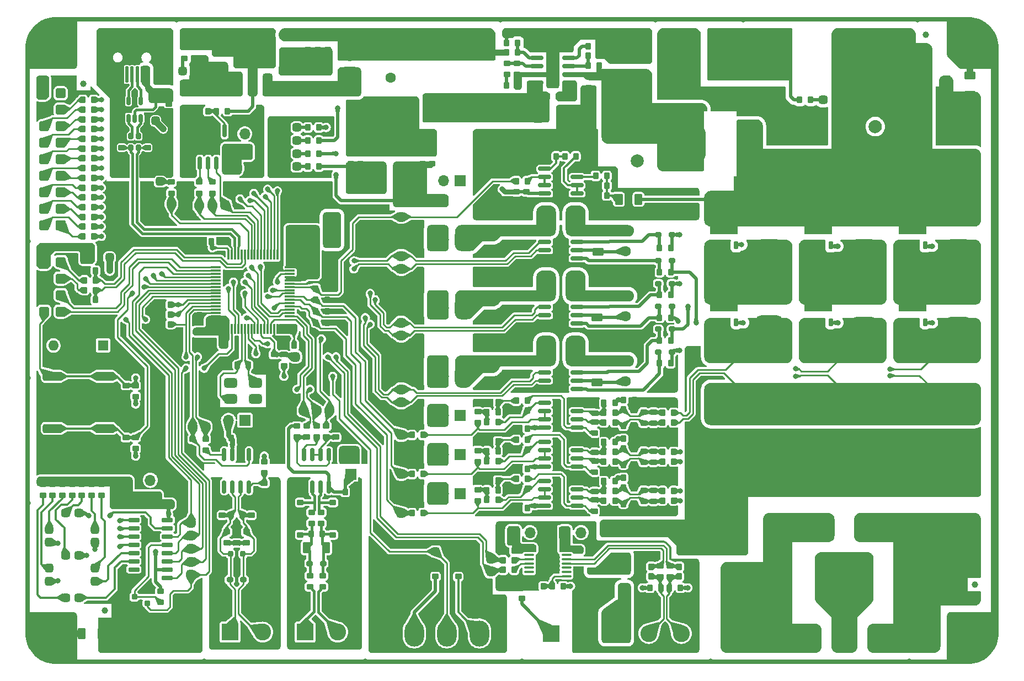
<source format=gbr>
%TF.GenerationSoftware,KiCad,Pcbnew,8.0.4*%
%TF.CreationDate,2024-09-01T17:29:21+03:00*%
%TF.ProjectId,STM32_Motor_Kit_v0.1,53544d33-325f-44d6-9f74-6f725f4b6974,rev?*%
%TF.SameCoordinates,Original*%
%TF.FileFunction,Copper,L1,Top*%
%TF.FilePolarity,Positive*%
%FSLAX45Y45*%
G04 Gerber Fmt 4.5, Leading zero omitted, Abs format (unit mm)*
G04 Created by KiCad (PCBNEW 8.0.4) date 2024-09-01 17:29:21*
%MOMM*%
%LPD*%
G01*
G04 APERTURE LIST*
G04 Aperture macros list*
%AMRoundRect*
0 Rectangle with rounded corners*
0 $1 Rounding radius*
0 $2 $3 $4 $5 $6 $7 $8 $9 X,Y pos of 4 corners*
0 Add a 4 corners polygon primitive as box body*
4,1,4,$2,$3,$4,$5,$6,$7,$8,$9,$2,$3,0*
0 Add four circle primitives for the rounded corners*
1,1,$1+$1,$2,$3*
1,1,$1+$1,$4,$5*
1,1,$1+$1,$6,$7*
1,1,$1+$1,$8,$9*
0 Add four rect primitives between the rounded corners*
20,1,$1+$1,$2,$3,$4,$5,0*
20,1,$1+$1,$4,$5,$6,$7,0*
20,1,$1+$1,$6,$7,$8,$9,0*
20,1,$1+$1,$8,$9,$2,$3,0*%
%AMFreePoly0*
4,1,9,2.975000,-2.350000,1.425000,-2.350000,1.425000,-2.100000,-1.650000,-2.100000,-1.650000,2.100000,1.425000,2.100000,1.425000,2.350000,2.975000,2.350000,2.975000,-2.350000,2.975000,-2.350000,$1*%
%AMFreePoly1*
4,1,25,-0.800000,0.400000,-0.780423,0.523607,-0.723607,0.635114,-0.635114,0.723607,-0.523607,0.780423,-0.400000,0.800000,0.400000,0.800000,0.523607,0.780423,0.635114,0.723607,0.723607,0.635114,0.780423,0.523607,0.800000,0.400000,0.800000,-0.400000,0.780423,-0.523607,0.723607,-0.635114,0.635114,-0.723607,0.523607,-0.780423,0.400000,-0.800000,-0.400000,-0.800000,-0.523607,-0.780423,
-0.635114,-0.723607,-0.723607,-0.635114,-0.780423,-0.523607,-0.800000,-0.400000,-0.800000,0.400000,-0.800000,0.400000,$1*%
G04 Aperture macros list end*
%TA.AperFunction,SMDPad,CuDef*%
%ADD10RoundRect,0.180000X-0.270000X-0.320000X0.270000X-0.320000X0.270000X0.320000X-0.270000X0.320000X0*%
%TD*%
%TA.AperFunction,SMDPad,CuDef*%
%ADD11RoundRect,0.325000X0.325000X0.325000X-0.325000X0.325000X-0.325000X-0.325000X0.325000X-0.325000X0*%
%TD*%
%TA.AperFunction,SMDPad,CuDef*%
%ADD12RoundRect,0.180000X-0.320000X0.270000X-0.320000X-0.270000X0.320000X-0.270000X0.320000X0.270000X0*%
%TD*%
%TA.AperFunction,ComponentPad*%
%ADD13R,1.700000X1.700000*%
%TD*%
%TA.AperFunction,ComponentPad*%
%ADD14O,1.700000X1.700000*%
%TD*%
%TA.AperFunction,SMDPad,CuDef*%
%ADD15RoundRect,0.150000X0.825000X0.150000X-0.825000X0.150000X-0.825000X-0.150000X0.825000X-0.150000X0*%
%TD*%
%TA.AperFunction,SMDPad,CuDef*%
%ADD16RoundRect,0.499500X-0.250500X-0.250500X0.250500X-0.250500X0.250500X0.250500X-0.250500X0.250500X0*%
%TD*%
%TA.AperFunction,SMDPad,CuDef*%
%ADD17RoundRect,0.180000X0.270000X0.320000X-0.270000X0.320000X-0.270000X-0.320000X0.270000X-0.320000X0*%
%TD*%
%TA.AperFunction,SMDPad,CuDef*%
%ADD18RoundRect,0.162500X-0.162500X0.487500X-0.162500X-0.487500X0.162500X-0.487500X0.162500X0.487500X0*%
%TD*%
%TA.AperFunction,SMDPad,CuDef*%
%ADD19RoundRect,0.200000X0.200000X0.300000X-0.200000X0.300000X-0.200000X-0.300000X0.200000X-0.300000X0*%
%TD*%
%TA.AperFunction,ComponentPad*%
%ADD20R,1.600000X1.600000*%
%TD*%
%TA.AperFunction,ComponentPad*%
%ADD21C,1.600000*%
%TD*%
%TA.AperFunction,SMDPad,CuDef*%
%ADD22RoundRect,0.180000X0.320000X-0.270000X0.320000X0.270000X-0.320000X0.270000X-0.320000X-0.270000X0*%
%TD*%
%TA.AperFunction,SMDPad,CuDef*%
%ADD23RoundRect,0.325000X0.337500X0.325000X-0.337500X0.325000X-0.337500X-0.325000X0.337500X-0.325000X0*%
%TD*%
%TA.AperFunction,SMDPad,CuDef*%
%ADD24RoundRect,0.175000X-0.175000X-0.450000X0.175000X-0.450000X0.175000X0.450000X-0.175000X0.450000X0*%
%TD*%
%TA.AperFunction,SMDPad,CuDef*%
%ADD25FreePoly0,90.000000*%
%TD*%
%TA.AperFunction,ComponentPad*%
%ADD26RoundRect,0.400000X0.400000X0.400000X-0.400000X0.400000X-0.400000X-0.400000X0.400000X-0.400000X0*%
%TD*%
%TA.AperFunction,ComponentPad*%
%ADD27C,0.800000*%
%TD*%
%TA.AperFunction,ComponentPad*%
%ADD28C,5.600000*%
%TD*%
%TA.AperFunction,SMDPad,CuDef*%
%ADD29RoundRect,0.325000X-0.325000X-0.325000X0.325000X-0.325000X0.325000X0.325000X-0.325000X0.325000X0*%
%TD*%
%TA.AperFunction,SMDPad,CuDef*%
%ADD30RoundRect,0.325000X-0.337500X-0.325000X0.337500X-0.325000X0.337500X0.325000X-0.337500X0.325000X0*%
%TD*%
%TA.AperFunction,SMDPad,CuDef*%
%ADD31RoundRect,0.499500X0.250500X0.250500X-0.250500X0.250500X-0.250500X-0.250500X0.250500X-0.250500X0*%
%TD*%
%TA.AperFunction,SMDPad,CuDef*%
%ADD32RoundRect,0.350000X-1.150000X-0.350000X1.150000X-0.350000X1.150000X0.350000X-1.150000X0.350000X0*%
%TD*%
%TA.AperFunction,SMDPad,CuDef*%
%ADD33RoundRect,0.200000X-0.300000X-0.200000X0.300000X-0.200000X0.300000X0.200000X-0.300000X0.200000X0*%
%TD*%
%TA.AperFunction,SMDPad,CuDef*%
%ADD34RoundRect,0.240000X-0.610000X0.360000X-0.610000X-0.360000X0.610000X-0.360000X0.610000X0.360000X0*%
%TD*%
%TA.AperFunction,ComponentPad*%
%ADD35R,2.000000X2.000000*%
%TD*%
%TA.AperFunction,ComponentPad*%
%ADD36C,2.000000*%
%TD*%
%TA.AperFunction,SMDPad,CuDef*%
%ADD37RoundRect,0.750000X-1.250000X-0.750000X1.250000X-0.750000X1.250000X0.750000X-1.250000X0.750000X0*%
%TD*%
%TA.AperFunction,SMDPad,CuDef*%
%ADD38RoundRect,0.150000X-0.825000X-0.150000X0.825000X-0.150000X0.825000X0.150000X-0.825000X0.150000X0*%
%TD*%
%TA.AperFunction,SMDPad,CuDef*%
%ADD39RoundRect,0.499500X-0.250500X0.250500X-0.250500X-0.250500X0.250500X-0.250500X0.250500X0.250500X0*%
%TD*%
%TA.AperFunction,SMDPad,CuDef*%
%ADD40RoundRect,0.240000X-0.360000X-0.610000X0.360000X-0.610000X0.360000X0.610000X-0.360000X0.610000X0*%
%TD*%
%TA.AperFunction,SMDPad,CuDef*%
%ADD41C,1.000000*%
%TD*%
%TA.AperFunction,ComponentPad*%
%ADD42O,1.600000X1.600000*%
%TD*%
%TA.AperFunction,SMDPad,CuDef*%
%ADD43RoundRect,0.750000X0.750000X-1.250000X0.750000X1.250000X-0.750000X1.250000X-0.750000X-1.250000X0*%
%TD*%
%TA.AperFunction,SMDPad,CuDef*%
%ADD44RoundRect,0.375000X0.625000X0.375000X-0.625000X0.375000X-0.625000X-0.375000X0.625000X-0.375000X0*%
%TD*%
%TA.AperFunction,SMDPad,CuDef*%
%ADD45RoundRect,0.325000X0.325000X-0.325000X0.325000X0.325000X-0.325000X0.325000X-0.325000X-0.325000X0*%
%TD*%
%TA.AperFunction,SMDPad,CuDef*%
%ADD46RoundRect,0.400000X-1.300000X0.600000X-1.300000X-0.600000X1.300000X-0.600000X1.300000X0.600000X0*%
%TD*%
%TA.AperFunction,SMDPad,CuDef*%
%ADD47RoundRect,0.125000X0.125000X1.125000X-0.125000X1.125000X-0.125000X-1.125000X0.125000X-1.125000X0*%
%TD*%
%TA.AperFunction,SMDPad,CuDef*%
%ADD48RoundRect,0.500000X0.500000X0.750000X-0.500000X0.750000X-0.500000X-0.750000X0.500000X-0.750000X0*%
%TD*%
%TA.AperFunction,SMDPad,CuDef*%
%ADD49RoundRect,0.325000X0.325000X-0.337500X0.325000X0.337500X-0.325000X0.337500X-0.325000X-0.337500X0*%
%TD*%
%TA.AperFunction,ComponentPad*%
%ADD50R,2.600000X2.600000*%
%TD*%
%TA.AperFunction,ComponentPad*%
%ADD51C,2.600000*%
%TD*%
%TA.AperFunction,SMDPad,CuDef*%
%ADD52RoundRect,0.750000X0.750000X1.750000X-0.750000X1.750000X-0.750000X-1.750000X0.750000X-1.750000X0*%
%TD*%
%TA.AperFunction,SMDPad,CuDef*%
%ADD53RoundRect,0.100000X-0.637500X-0.100000X0.637500X-0.100000X0.637500X0.100000X-0.637500X0.100000X0*%
%TD*%
%TA.AperFunction,ComponentPad*%
%ADD54O,2.500000X4.000000*%
%TD*%
%TA.AperFunction,SMDPad,CuDef*%
%ADD55RoundRect,0.500000X0.550000X0.500000X-0.550000X0.500000X-0.550000X-0.500000X0.550000X-0.500000X0*%
%TD*%
%TA.AperFunction,SMDPad,CuDef*%
%ADD56RoundRect,0.499500X0.250500X-0.250500X0.250500X0.250500X-0.250500X0.250500X-0.250500X-0.250500X0*%
%TD*%
%TA.AperFunction,SMDPad,CuDef*%
%ADD57RoundRect,0.200000X-0.200000X0.250000X-0.200000X-0.250000X0.200000X-0.250000X0.200000X0.250000X0*%
%TD*%
%TA.AperFunction,SMDPad,CuDef*%
%ADD58RoundRect,0.150000X-0.150000X0.825000X-0.150000X-0.825000X0.150000X-0.825000X0.150000X0.825000X0*%
%TD*%
%TA.AperFunction,SMDPad,CuDef*%
%ADD59RoundRect,0.150000X-0.725000X-0.150000X0.725000X-0.150000X0.725000X0.150000X-0.725000X0.150000X0*%
%TD*%
%TA.AperFunction,SMDPad,CuDef*%
%ADD60RoundRect,0.500000X-0.550000X-0.500000X0.550000X-0.500000X0.550000X0.500000X-0.550000X0.500000X0*%
%TD*%
%TA.AperFunction,SMDPad,CuDef*%
%ADD61RoundRect,0.375000X0.375000X-0.625000X0.375000X0.625000X-0.375000X0.625000X-0.375000X-0.625000X0*%
%TD*%
%TA.AperFunction,SMDPad,CuDef*%
%ADD62RoundRect,0.500000X1.400000X-0.500000X1.400000X0.500000X-1.400000X0.500000X-1.400000X-0.500000X0*%
%TD*%
%TA.AperFunction,SMDPad,CuDef*%
%ADD63RoundRect,0.350000X0.350000X-0.900000X0.350000X0.900000X-0.350000X0.900000X-0.350000X-0.900000X0*%
%TD*%
%TA.AperFunction,SMDPad,CuDef*%
%ADD64RoundRect,0.620000X2.480000X-2.680000X2.480000X2.680000X-2.480000X2.680000X-2.480000X-2.680000X0*%
%TD*%
%TA.AperFunction,SMDPad,CuDef*%
%ADD65RoundRect,0.075000X0.075000X-0.700000X0.075000X0.700000X-0.075000X0.700000X-0.075000X-0.700000X0*%
%TD*%
%TA.AperFunction,SMDPad,CuDef*%
%ADD66RoundRect,0.075000X0.700000X-0.075000X0.700000X0.075000X-0.700000X0.075000X-0.700000X-0.075000X0*%
%TD*%
%TA.AperFunction,ComponentPad*%
%ADD67FreePoly1,180.000000*%
%TD*%
%TA.AperFunction,SMDPad,CuDef*%
%ADD68RoundRect,0.750000X1.750000X-0.750000X1.750000X0.750000X-1.750000X0.750000X-1.750000X-0.750000X0*%
%TD*%
%TA.AperFunction,ComponentPad*%
%ADD69O,3.000000X4.000000*%
%TD*%
%TA.AperFunction,SMDPad,CuDef*%
%ADD70RoundRect,0.200000X0.800000X1.700000X-0.800000X1.700000X-0.800000X-1.700000X0.800000X-1.700000X0*%
%TD*%
%TA.AperFunction,SMDPad,CuDef*%
%ADD71RoundRect,0.200000X-0.200000X0.300000X-0.200000X-0.300000X0.200000X-0.300000X0.200000X0.300000X0*%
%TD*%
%TA.AperFunction,SMDPad,CuDef*%
%ADD72RoundRect,0.750000X1.250000X0.750000X-1.250000X0.750000X-1.250000X-0.750000X1.250000X-0.750000X0*%
%TD*%
%TA.AperFunction,SMDPad,CuDef*%
%ADD73RoundRect,0.200000X0.250000X0.200000X-0.250000X0.200000X-0.250000X-0.200000X0.250000X-0.200000X0*%
%TD*%
%TA.AperFunction,SMDPad,CuDef*%
%ADD74RoundRect,0.240000X0.610000X-0.360000X0.610000X0.360000X-0.610000X0.360000X-0.610000X-0.360000X0*%
%TD*%
%TA.AperFunction,ViaPad*%
%ADD75C,0.800000*%
%TD*%
%TA.AperFunction,Conductor*%
%ADD76C,0.250000*%
%TD*%
%TA.AperFunction,Conductor*%
%ADD77C,0.500000*%
%TD*%
%TA.AperFunction,Conductor*%
%ADD78C,0.420000*%
%TD*%
%TA.AperFunction,Conductor*%
%ADD79C,0.400000*%
%TD*%
%TA.AperFunction,Conductor*%
%ADD80C,0.300000*%
%TD*%
%TA.AperFunction,Conductor*%
%ADD81C,1.000000*%
%TD*%
%TA.AperFunction,Conductor*%
%ADD82C,0.800000*%
%TD*%
%TA.AperFunction,Conductor*%
%ADD83C,0.750000*%
%TD*%
G04 APERTURE END LIST*
D10*
%TO.P,R50,1*%
%TO.N,/Motor_Control/V_Phase_L*%
X14765000Y-9650000D03*
%TO.P,R50,2*%
%TO.N,Net-(D20-Pad2)*%
X14935000Y-9650000D03*
%TD*%
D11*
%TO.P,D9,1*%
%TO.N,+5V*%
X6325000Y-8725000D03*
%TO.P,D9,2*%
%TO.N,Net-(J2-Pin_8)*%
X5975000Y-8725000D03*
%TD*%
D12*
%TO.P,R24,1*%
%TO.N,/CanBus_Communication/CAN_H*%
X8425000Y-12940000D03*
%TO.P,R24,2*%
%TO.N,Net-(C42-Pad1)*%
X8425000Y-13110000D03*
%TD*%
D13*
%TO.P,JP13,1,A*%
%TO.N,Net-(JP13-A)*%
X10025000Y-12052500D03*
D14*
%TO.P,JP13,2,B*%
%TO.N,+5V*%
X10025000Y-11798500D03*
%TD*%
D15*
%TO.P,U3,1*%
%TO.N,Net-(U3A--)*%
X13497500Y-7740500D03*
%TO.P,U3,2,-*%
X13497500Y-7613500D03*
%TO.P,U3,3,+*%
%TO.N,Net-(U3A-+)*%
X13497500Y-7486500D03*
%TO.P,U3,4,V-*%
%TO.N,GND*%
X13497500Y-7359500D03*
%TO.P,U3,5,+*%
%TO.N,Net-(U3B-+)*%
X13002500Y-7359500D03*
%TO.P,U3,6,-*%
%TO.N,Net-(U3B--)*%
X13002500Y-7486500D03*
%TO.P,U3,7*%
X13002500Y-7613500D03*
%TO.P,U3,8,V+*%
%TO.N,Net-(JP3-A)*%
X13002500Y-7740500D03*
%TD*%
D16*
%TO.P,TP6,1,1*%
%TO.N,GND*%
X11200000Y-6900000D03*
%TD*%
D17*
%TO.P,R106,1*%
%TO.N,/MCU/PC11*%
X6085000Y-8250000D03*
%TO.P,R106,2*%
%TO.N,/PC11*%
X5915000Y-8250000D03*
%TD*%
D18*
%TO.P,U17,1,I/O_1*%
%TO.N,/USB_Communication/USB1_N*%
X6805000Y-6315000D03*
%TO.P,U17,2,GND*%
%TO.N,GND*%
X6710000Y-6315000D03*
%TO.P,U17,3,I/O_2*%
%TO.N,/USB_Communication/USB1_P*%
X6615000Y-6315000D03*
%TO.P,U17,4,I/O_3*%
%TO.N,/USB_Communication/USB0_P*%
X6615000Y-6585000D03*
%TO.P,U17,5,VDD*%
%TO.N,VUSB*%
X6710000Y-6585000D03*
%TO.P,U17,6,I/O_4*%
%TO.N,/USB_Communication/USB0_N*%
X6805000Y-6585000D03*
%TD*%
D10*
%TO.P,R63,1*%
%TO.N,/ADC_Shunt_V*%
X10965000Y-12050000D03*
%TO.P,R63,2*%
%TO.N,Net-(U11B--)*%
X11135000Y-12050000D03*
%TD*%
D12*
%TO.P,C95,1*%
%TO.N,GND*%
X9750000Y-12815000D03*
%TO.P,C95,2*%
%TO.N,/RS485_Communication/RS485_1_N*%
X9750000Y-12985000D03*
%TD*%
D19*
%TO.P,L3,1,1*%
%TO.N,/USB_D_N*%
X6770000Y-7040000D03*
%TO.P,L3,2,2*%
%TO.N,/USB_Communication/USB0_N*%
X6770000Y-6860000D03*
%TO.P,L3,3,3*%
%TO.N,/USB_Communication/USB0_P*%
X6650000Y-6860000D03*
%TO.P,L3,4,4*%
%TO.N,/USB_D_P*%
X6650000Y-7040000D03*
%TD*%
D20*
%TO.P,C57,1*%
%TO.N,Net-(U9-VB)*%
X14245000Y-10325000D03*
D21*
%TO.P,C57,2*%
%TO.N,/Motor_Control/W_Phase_COM*%
X14245000Y-10625000D03*
%TD*%
D17*
%TO.P,C2,1*%
%TO.N,/MCU/OSC_IN*%
X8285000Y-10375000D03*
%TO.P,C2,2*%
%TO.N,GND*%
X8115000Y-10375000D03*
%TD*%
D22*
%TO.P,R80,1*%
%TO.N,Net-(U14-R)*%
X9350000Y-11485000D03*
%TO.P,R80,2*%
%TO.N,/USART2_RX*%
X9350000Y-11315000D03*
%TD*%
D23*
%TO.P,D38,1*%
%TO.N,Net-(U15-QA)*%
X5850000Y-12650000D03*
%TO.P,D38,2*%
%TO.N,Net-(D38-Pad2)*%
X5650000Y-12650000D03*
%TD*%
D17*
%TO.P,C17,1*%
%TO.N,Net-(U3B-+)*%
X13180000Y-7170000D03*
%TO.P,C17,2*%
%TO.N,GND*%
X13010000Y-7170000D03*
%TD*%
%TO.P,C111,1*%
%TO.N,Net-(U10B-+)*%
X12735000Y-11075000D03*
%TO.P,C111,2*%
%TO.N,GND*%
X12565000Y-11075000D03*
%TD*%
D24*
%TO.P,Q6,1*%
%TO.N,/Motor_Control/W_Shunt_High*%
X18459000Y-9717000D03*
%TO.P,Q6,2*%
X18586000Y-9717000D03*
%TO.P,Q6,3*%
X18714000Y-9717000D03*
%TO.P,Q6,4*%
%TO.N,Net-(D24-Pad2)*%
X18841000Y-9717000D03*
D25*
%TO.P,Q6,5*%
%TO.N,/Motor_Control/W_Phase_COM*%
X18650000Y-9390000D03*
%TD*%
D13*
%TO.P,JP4,1,A*%
%TO.N,+5V*%
X8402500Y-11225000D03*
D14*
%TO.P,JP4,2,B*%
%TO.N,Net-(JP4-B)*%
X8148500Y-11225000D03*
%TD*%
D10*
%TO.P,R32,1*%
%TO.N,Net-(C62-Pad1)*%
X14810000Y-12460000D03*
%TO.P,R32,2*%
%TO.N,/Motor_Control/UVW_Phase_Total*%
X14980000Y-12460000D03*
%TD*%
D20*
%TO.P,C43,1*%
%TO.N,Net-(JP6-A)*%
X12170000Y-8369489D03*
D21*
%TO.P,C43,2*%
%TO.N,GND*%
X12170000Y-8619489D03*
%TD*%
D26*
%TO.P,J2,1,Pin_1*%
%TO.N,/SWCLK*%
X5573500Y-9555000D03*
%TO.P,J2,2,Pin_2*%
%TO.N,/RST*%
X5319500Y-9555000D03*
%TO.P,J2,3,Pin_3*%
%TO.N,/SWDIO*%
X5573500Y-9301000D03*
%TO.P,J2,4,Pin_4*%
%TO.N,GND*%
X5319500Y-9301000D03*
%TO.P,J2,5,Pin_5*%
%TO.N,Net-(J2-Pin_5)*%
X5573500Y-9047000D03*
%TO.P,J2,6,Pin_6*%
%TO.N,GND*%
X5319500Y-9047000D03*
%TO.P,J2,7,Pin_7*%
%TO.N,Net-(J2-Pin_7)*%
X5573500Y-8793000D03*
%TO.P,J2,8,Pin_8*%
%TO.N,Net-(J2-Pin_8)*%
X5319500Y-8793000D03*
%TD*%
D12*
%TO.P,C28,1*%
%TO.N,Net-(U4-COMP)*%
X12425000Y-5740000D03*
%TO.P,C28,2*%
%TO.N,Net-(C28-Pad2)*%
X12425000Y-5910000D03*
%TD*%
D10*
%TO.P,C89,1*%
%TO.N,/Encoder/ENC-DATA_B*%
X15065000Y-13475000D03*
%TO.P,C89,2*%
%TO.N,GND*%
X15235000Y-13475000D03*
%TD*%
%TO.P,R9,1*%
%TO.N,/ADC_BUS_Voltage_Read*%
X12565000Y-7550000D03*
%TO.P,R9,2*%
%TO.N,Net-(U3B--)*%
X12735000Y-7550000D03*
%TD*%
D22*
%TO.P,C102,1*%
%TO.N,GND*%
X6575000Y-11660000D03*
%TO.P,C102,2*%
%TO.N,/User_Button*%
X6575000Y-11490000D03*
%TD*%
D27*
%TO.P,H2,1,1*%
%TO.N,Chassis*%
X19280000Y-5500000D03*
X19350000Y-5350000D03*
X19350000Y-5650000D03*
X19500000Y-5280000D03*
D28*
X19500000Y-5500000D03*
D27*
X19500000Y-5720000D03*
X19650000Y-5350000D03*
X19650000Y-5650000D03*
X19720000Y-5500000D03*
%TD*%
D29*
%TO.P,D3,1*%
%TO.N,Net-(D3-Pad1)*%
X7445000Y-5855000D03*
%TO.P,D3,2*%
%TO.N,GND*%
X7795000Y-5855000D03*
%TD*%
D17*
%TO.P,R12,1*%
%TO.N,GND*%
X12585000Y-6075000D03*
%TO.P,R12,2*%
%TO.N,Net-(C28-Pad2)*%
X12415000Y-6075000D03*
%TD*%
D10*
%TO.P,C69,1*%
%TO.N,Net-(C61-Pad2)*%
X14210000Y-11660000D03*
%TO.P,C69,2*%
%TO.N,GND*%
X14380000Y-11660000D03*
%TD*%
%TO.P,C87,1*%
%TO.N,Net-(JP12-A)*%
X13550000Y-13225000D03*
%TO.P,C87,2*%
%TO.N,GND*%
X13720000Y-13225000D03*
%TD*%
D30*
%TO.P,D8,1*%
%TO.N,GND*%
X9000000Y-6725000D03*
%TO.P,D8,2*%
%TO.N,Net-(D8-Pad2)*%
X9200000Y-6725000D03*
%TD*%
D31*
%TO.P,TP18,1,1*%
%TO.N,/ENC_DATA_B*%
X12175000Y-13350000D03*
%TD*%
D10*
%TO.P,C107,1*%
%TO.N,+3.3V*%
X14210000Y-10910000D03*
%TO.P,C107,2*%
%TO.N,GND*%
X14380000Y-10910000D03*
%TD*%
D16*
%TO.P,TP33,1,1*%
%TO.N,/User_Led*%
X7275000Y-7900000D03*
%TD*%
D22*
%TO.P,R53,1*%
%TO.N,/Motor_Control/Vout_U*%
X13770000Y-11420000D03*
%TO.P,R53,2*%
%TO.N,Net-(U10A--)*%
X13770000Y-11250000D03*
%TD*%
D17*
%TO.P,C35,1*%
%TO.N,/FTDI_UART_TX*%
X6110000Y-9375000D03*
%TO.P,C35,2*%
%TO.N,GND*%
X5940000Y-9375000D03*
%TD*%
D22*
%TO.P,C27,1*%
%TO.N,+15V*%
X11125000Y-7285000D03*
%TO.P,C27,2*%
%TO.N,GND*%
X11125000Y-7115000D03*
%TD*%
D17*
%TO.P,R68,1*%
%TO.N,Net-(U10B-+)*%
X12285000Y-11250000D03*
%TO.P,R68,2*%
%TO.N,Net-(C112-Pad1)*%
X12115000Y-11250000D03*
%TD*%
D32*
%TO.P,SW3,1*%
%TO.N,/User_Button*%
X5450000Y-11350000D03*
%TO.P,SW3,2*%
X6250000Y-11350000D03*
%TO.P,SW3,3*%
%TO.N,GND*%
X5450000Y-11800000D03*
%TO.P,SW3,4*%
X6250000Y-11800000D03*
%TD*%
D22*
%TO.P,R82,1*%
%TO.N,Net-(U14-D)*%
X9500000Y-11485000D03*
%TO.P,R82,2*%
%TO.N,/USART2_TX*%
X9500000Y-11315000D03*
%TD*%
D33*
%TO.P,D15,1*%
%TO.N,/Motor_Control/U_Phase_H*%
X14745000Y-8375000D03*
%TO.P,D15,2*%
%TO.N,Net-(D15-Pad2)*%
X14955000Y-8375000D03*
%TD*%
D10*
%TO.P,R42,1*%
%TO.N,Net-(U12A-+)*%
X13910000Y-12310000D03*
%TO.P,R42,2*%
%TO.N,Net-(C62-Pad2)*%
X14080000Y-12310000D03*
%TD*%
D22*
%TO.P,R55,1*%
%TO.N,/Motor_Control/Vout_W*%
X13770000Y-12620000D03*
%TO.P,R55,2*%
%TO.N,Net-(U12A--)*%
X13770000Y-12450000D03*
%TD*%
D10*
%TO.P,R38,1*%
%TO.N,Net-(U10A-+)*%
X13910000Y-11110000D03*
%TO.P,R38,2*%
%TO.N,Net-(C60-Pad2)*%
X14080000Y-11110000D03*
%TD*%
%TO.P,R15,1*%
%TO.N,Net-(D5-Pad2)*%
X9365000Y-7325000D03*
%TO.P,R15,2*%
%TO.N,+24V*%
X9535000Y-7325000D03*
%TD*%
D12*
%TO.P,R103,1*%
%TO.N,/User_Button*%
X6725000Y-11490000D03*
%TO.P,R103,2*%
%TO.N,+3.3V_MCU*%
X6725000Y-11660000D03*
%TD*%
D10*
%TO.P,C68,1*%
%TO.N,Net-(C61-Pad1)*%
X14210000Y-11910000D03*
%TO.P,C68,2*%
%TO.N,GND*%
X14380000Y-11910000D03*
%TD*%
D17*
%TO.P,R13,1*%
%TO.N,Net-(U4-VSENSE)*%
X12585000Y-5575000D03*
%TO.P,R13,2*%
%TO.N,+5V*%
X12415000Y-5575000D03*
%TD*%
D22*
%TO.P,C12,1*%
%TO.N,Net-(JP2-A)*%
X9145000Y-6055000D03*
%TO.P,C12,2*%
%TO.N,GND*%
X9145000Y-5885000D03*
%TD*%
D24*
%TO.P,Q4,1*%
%TO.N,/Motor_Control/V_Shunt_High*%
X17009000Y-9717000D03*
%TO.P,Q4,2*%
X17136000Y-9717000D03*
%TO.P,Q4,3*%
X17264000Y-9717000D03*
%TO.P,Q4,4*%
%TO.N,Net-(D20-Pad2)*%
X17391000Y-9717000D03*
D25*
%TO.P,Q4,5*%
%TO.N,/Motor_Control/V_Phase_COM*%
X17200000Y-9390000D03*
%TD*%
D34*
%TO.P,C90,1*%
%TO.N,+5V*%
X13975000Y-13500000D03*
%TO.P,C90,2*%
%TO.N,GND*%
X13975000Y-13800000D03*
%TD*%
D13*
%TO.P,JP10,1,A*%
%TO.N,Net-(JP10-A)*%
X11702500Y-12350000D03*
D14*
%TO.P,JP10,2,B*%
%TO.N,+3.3V*%
X11448500Y-12350000D03*
%TD*%
D12*
%TO.P,C49,1*%
%TO.N,Net-(JP6-A)*%
X12720000Y-8325000D03*
%TO.P,C49,2*%
%TO.N,GND*%
X12720000Y-8495000D03*
%TD*%
D34*
%TO.P,C16,1*%
%TO.N,+3.3V*%
X8020000Y-5530000D03*
%TO.P,C16,2*%
%TO.N,GND*%
X8020000Y-5830000D03*
%TD*%
D35*
%TO.P,C19,1*%
%TO.N,+24V*%
X14425000Y-6738232D03*
D36*
%TO.P,C19,2*%
%TO.N,GND*%
X14425000Y-7238232D03*
%TD*%
D37*
%TO.P,D26,1*%
%TO.N,/Motor_Control/W_Phase_COM*%
X19350000Y-9110000D03*
%TO.P,D26,2*%
%TO.N,/Motor_Control/W_Shunt_High*%
X19350000Y-9790000D03*
%TD*%
D13*
%TO.P,JP6,1,A*%
%TO.N,Net-(JP6-A)*%
X11702500Y-8450000D03*
D14*
%TO.P,JP6,2,B*%
%TO.N,+15V*%
X11448500Y-8450000D03*
%TD*%
D22*
%TO.P,R93,1*%
%TO.N,Net-(D40-Pad2)*%
X6050000Y-12375000D03*
%TO.P,R93,2*%
%TO.N,Net-(JP14-A)*%
X6050000Y-12205000D03*
%TD*%
D37*
%TO.P,D25,1*%
%TO.N,Vbus*%
X19350000Y-7910000D03*
%TO.P,D25,2*%
%TO.N,/Motor_Control/W_Phase_COM*%
X19350000Y-8590000D03*
%TD*%
D16*
%TO.P,TP25,1,1*%
%TO.N,/SN74HC_OE*%
X7575000Y-13600000D03*
%TD*%
D38*
%TO.P,U8,1,VCC*%
%TO.N,Net-(JP7-A)*%
X13002500Y-9359500D03*
%TO.P,U8,2,HI_IN*%
%TO.N,/V_Drive_H*%
X13002500Y-9486500D03*
%TO.P,U8,3,LO_IN*%
%TO.N,/V_Drive_L*%
X13002500Y-9613500D03*
%TO.P,U8,4,GND*%
%TO.N,GND*%
X13002500Y-9740500D03*
%TO.P,U8,5,DRV_LO*%
%TO.N,/Motor_Control/V_Phase_L*%
X13497500Y-9740500D03*
%TO.P,U8,6,VS*%
%TO.N,/Motor_Control/V_Phase_COM*%
X13497500Y-9613500D03*
%TO.P,U8,7,DRV_HI*%
%TO.N,/Motor_Control/V_Phase_H*%
X13497500Y-9486500D03*
%TO.P,U8,8,VB*%
%TO.N,Net-(U8-VB)*%
X13497500Y-9359500D03*
%TD*%
D39*
%TO.P,TP13,1,1*%
%TO.N,/V_Drive_L*%
X10800000Y-9925000D03*
%TD*%
D34*
%TO.P,C54,1*%
%TO.N,Net-(U8-VB)*%
X13805000Y-9340000D03*
%TO.P,C54,2*%
%TO.N,/Motor_Control/V_Phase_COM*%
X13805000Y-9640000D03*
%TD*%
D40*
%TO.P,C74,1*%
%TO.N,Chassis*%
X5900000Y-14500000D03*
%TO.P,C74,2*%
%TO.N,GND*%
X6200000Y-14500000D03*
%TD*%
D17*
%TO.P,C8,1*%
%TO.N,GND*%
X9660000Y-9000000D03*
%TO.P,C8,2*%
%TO.N,+3.3V_MCU*%
X9490000Y-9000000D03*
%TD*%
D37*
%TO.P,D17,1*%
%TO.N,Vbus*%
X16450000Y-7910000D03*
%TO.P,D17,2*%
%TO.N,/Motor_Control/U_Phase_COM*%
X16450000Y-8590000D03*
%TD*%
D20*
%TO.P,C45,1*%
%TO.N,Net-(JP5-A)*%
X12170000Y-10409489D03*
D21*
%TO.P,C45,2*%
%TO.N,GND*%
X12170000Y-10659489D03*
%TD*%
D23*
%TO.P,D44,1*%
%TO.N,Net-(U15-QG)*%
X5850000Y-13950000D03*
%TO.P,D44,2*%
%TO.N,Net-(D44-Pad2)*%
X5650000Y-13950000D03*
%TD*%
D22*
%TO.P,R48,1*%
%TO.N,Net-(U12A-+)*%
X13770000Y-12320000D03*
%TO.P,R48,2*%
%TO.N,GND*%
X13770000Y-12150000D03*
%TD*%
D16*
%TO.P,TP23,1,1*%
%TO.N,/Potentiometer_Read*%
X9175000Y-10250000D03*
%TD*%
D12*
%TO.P,C46,1*%
%TO.N,Net-(JP6-A)*%
X12570000Y-8325000D03*
%TO.P,C46,2*%
%TO.N,GND*%
X12570000Y-8495000D03*
%TD*%
D41*
%TO.P,FID4,*%
%TO.N,*%
X19600000Y-13750000D03*
%TD*%
D10*
%TO.P,R29,1*%
%TO.N,Net-(C60-Pad2)*%
X14810000Y-11110000D03*
%TO.P,R29,2*%
%TO.N,/Motor_Control/U_Shunt_High*%
X14980000Y-11110000D03*
%TD*%
%TO.P,R28,1*%
%TO.N,Net-(C60-Pad1)*%
X14810000Y-11260000D03*
%TO.P,R28,2*%
%TO.N,/Motor_Control/UVW_Phase_Total*%
X14980000Y-11260000D03*
%TD*%
%TO.P,R30,1*%
%TO.N,Net-(C61-Pad1)*%
X14810000Y-11860000D03*
%TO.P,R30,2*%
%TO.N,/Motor_Control/UVW_Phase_Total*%
X14980000Y-11860000D03*
%TD*%
D39*
%TO.P,TP11,1,1*%
%TO.N,/W_Drive_H*%
X10800000Y-10750000D03*
%TD*%
D20*
%TO.P,SW1,1*%
%TO.N,/MCU_CAN_RX*%
X6225000Y-10075000D03*
D42*
%TO.P,SW1,2*%
%TO.N,+3.3V_MCU*%
X5463000Y-10075000D03*
%TD*%
D12*
%TO.P,C4,1*%
%TO.N,GND*%
X7675000Y-9690000D03*
%TO.P,C4,2*%
%TO.N,+3.3V_MCU*%
X7675000Y-9860000D03*
%TD*%
%TO.P,C39,1*%
%TO.N,GND*%
X8500000Y-12515000D03*
%TO.P,C39,2*%
%TO.N,/CanBus_Communication/CAN_H*%
X8500000Y-12685000D03*
%TD*%
%TO.P,C37,1*%
%TO.N,/MCU_CAN_TX*%
X7600000Y-11515000D03*
%TO.P,C37,2*%
%TO.N,GND*%
X7600000Y-11685000D03*
%TD*%
D32*
%TO.P,SW2,1*%
%TO.N,/RST*%
X5450000Y-10550000D03*
%TO.P,SW2,2*%
X6250000Y-10550000D03*
%TO.P,SW2,3*%
%TO.N,GND*%
X5450000Y-11000000D03*
%TO.P,SW2,4*%
X6250000Y-11000000D03*
%TD*%
D35*
%TO.P,C58,1*%
%TO.N,Vbus*%
X18075000Y-7211768D03*
D36*
%TO.P,C58,2*%
%TO.N,GND*%
X18075000Y-6711768D03*
%TD*%
D12*
%TO.P,FB2,1*%
%TO.N,/RS485_Communication/RS485_2_P*%
X9425000Y-12640000D03*
%TO.P,FB2,2*%
%TO.N,/RS485_Communication/RS485_1_P*%
X9425000Y-12810000D03*
%TD*%
D30*
%TO.P,D7,1*%
%TO.N,GND*%
X9000000Y-6925000D03*
%TO.P,D7,2*%
%TO.N,Net-(D7-Pad2)*%
X9200000Y-6925000D03*
%TD*%
D41*
%TO.P,FID2,*%
%TO.N,*%
X18850000Y-5300000D03*
%TD*%
D43*
%TO.P,D29,1*%
%TO.N,/Motor_Control/V_Phase_COM*%
X17835000Y-13575000D03*
%TO.P,D29,2*%
%TO.N,/Motor_Control/W_Phase_COM*%
X18515000Y-13575000D03*
%TD*%
D22*
%TO.P,R8,1*%
%TO.N,Net-(D3-Pad1)*%
X7470000Y-5665000D03*
%TO.P,R8,2*%
%TO.N,+3.3V*%
X7470000Y-5495000D03*
%TD*%
D44*
%TO.P,Y1,1*%
%TO.N,/MCU/OSC_OUT*%
X8565000Y-10650000D03*
%TO.P,Y1,2,GND*%
%TO.N,unconnected-(Y1-GND-Pad2)*%
X8185000Y-10650000D03*
%TO.P,Y1,3*%
%TO.N,/MCU/OSC_IN*%
X8185000Y-10900000D03*
%TO.P,Y1,4,GND*%
%TO.N,unconnected-(Y1-GND-Pad4)*%
X8565000Y-10900000D03*
%TD*%
D17*
%TO.P,R111,1*%
%TO.N,/MCU/PA0*%
X6085000Y-7650000D03*
%TO.P,R111,2*%
%TO.N,/PA0*%
X5915000Y-7650000D03*
%TD*%
D16*
%TO.P,TP24,1,1*%
%TO.N,GND*%
X11880000Y-13241750D03*
%TD*%
D12*
%TO.P,R25,1*%
%TO.N,/CanBus_Communication/CAN_L*%
X8125000Y-12940000D03*
%TO.P,R25,2*%
%TO.N,Net-(C42-Pad1)*%
X8125000Y-13110000D03*
%TD*%
D20*
%TO.P,C53,1*%
%TO.N,Net-(U7-VB)*%
X14245000Y-8325000D03*
D21*
%TO.P,C53,2*%
%TO.N,/Motor_Control/U_Phase_COM*%
X14245000Y-8625000D03*
%TD*%
D12*
%TO.P,R22,1*%
%TO.N,Net-(JP4-B)*%
X8700000Y-11865000D03*
%TO.P,R22,2*%
%TO.N,Net-(U6-S)*%
X8700000Y-12035000D03*
%TD*%
D17*
%TO.P,R11,1*%
%TO.N,GND*%
X13835000Y-5625000D03*
%TO.P,R11,2*%
%TO.N,Net-(U4-EN)*%
X13665000Y-5625000D03*
%TD*%
D13*
%TO.P,JP12,1,A*%
%TO.N,Net-(JP12-A)*%
X13307500Y-12950000D03*
D14*
%TO.P,JP12,2,B*%
%TO.N,+5V*%
X13561500Y-12950000D03*
%TD*%
D45*
%TO.P,D33,1*%
%TO.N,+5V*%
X7030000Y-6625000D03*
%TO.P,D33,2*%
%TO.N,VUSB*%
X7030000Y-6275000D03*
%TD*%
D12*
%TO.P,C110,1*%
%TO.N,Net-(JP3-A)*%
X12570000Y-7715000D03*
%TO.P,C110,2*%
%TO.N,GND*%
X12570000Y-7885000D03*
%TD*%
D10*
%TO.P,C70,1*%
%TO.N,Net-(C62-Pad1)*%
X14210000Y-12510000D03*
%TO.P,C70,2*%
%TO.N,GND*%
X14380000Y-12510000D03*
%TD*%
D17*
%TO.P,R110,1*%
%TO.N,/MCU/PA4*%
X6085000Y-7350000D03*
%TO.P,R110,2*%
%TO.N,/PA4*%
X5915000Y-7350000D03*
%TD*%
D39*
%TO.P,TP10,1,1*%
%TO.N,/V_Drive_H*%
X10800000Y-9725000D03*
%TD*%
D17*
%TO.P,C79,1*%
%TO.N,Net-(C79-Pad1)*%
X12285000Y-11550000D03*
%TO.P,C79,2*%
%TO.N,GND*%
X12115000Y-11550000D03*
%TD*%
D33*
%TO.P,D16,1*%
%TO.N,/Motor_Control/U_Phase_L*%
X14745000Y-8775000D03*
%TO.P,D16,2*%
%TO.N,Net-(D16-Pad2)*%
X14955000Y-8775000D03*
%TD*%
D46*
%TO.P,R36,1*%
%TO.N,/Motor_Control/U_Shunt_High*%
X16100000Y-10210000D03*
%TO.P,R36,2*%
%TO.N,/Motor_Control/UVW_Phase_Total*%
X16100000Y-10790000D03*
%TD*%
D10*
%TO.P,R20,1*%
%TO.N,Net-(J2-Pin_7)*%
X5940000Y-9075000D03*
%TO.P,R20,2*%
%TO.N,/FTDI_UART_RX*%
X6110000Y-9075000D03*
%TD*%
%TO.P,R17,1*%
%TO.N,Net-(D7-Pad2)*%
X9365000Y-6925000D03*
%TO.P,R17,2*%
%TO.N,+5V*%
X9535000Y-6925000D03*
%TD*%
D15*
%TO.P,U10,1*%
%TO.N,/Motor_Control/Vout_U*%
X13497500Y-11340500D03*
%TO.P,U10,2,-*%
%TO.N,Net-(U10A--)*%
X13497500Y-11213500D03*
%TO.P,U10,3,+*%
%TO.N,Net-(U10A-+)*%
X13497500Y-11086500D03*
%TO.P,U10,4,V-*%
%TO.N,GND*%
X13497500Y-10959500D03*
%TO.P,U10,5,+*%
%TO.N,Net-(U10B-+)*%
X13002500Y-10959500D03*
%TO.P,U10,6,-*%
%TO.N,Net-(U10B--)*%
X13002500Y-11086500D03*
%TO.P,U10,7*%
X13002500Y-11213500D03*
%TO.P,U10,8,V+*%
%TO.N,Net-(JP8-A)*%
X13002500Y-11340500D03*
%TD*%
D22*
%TO.P,R54,1*%
%TO.N,/Motor_Control/Vout_V*%
X13770000Y-12020000D03*
%TO.P,R54,2*%
%TO.N,Net-(U11A--)*%
X13770000Y-11850000D03*
%TD*%
D47*
%TO.P,J8,1,VBUS*%
%TO.N,VUSB*%
X6830000Y-5910000D03*
%TO.P,J8,2,D-*%
%TO.N,/USB_Communication/USB1_N*%
X6750000Y-5910000D03*
%TO.P,J8,3,D+*%
%TO.N,/USB_Communication/USB1_P*%
X6670000Y-5910000D03*
%TO.P,J8,4,ID*%
%TO.N,unconnected-(J8-ID-Pad4)*%
X6590000Y-5910000D03*
%TO.P,J8,5,GND*%
%TO.N,GND*%
X6510000Y-5910000D03*
D48*
%TO.P,J8,6,Shield*%
X7110000Y-5910000D03*
X7110000Y-5360000D03*
X6230000Y-5910000D03*
X6230000Y-5360000D03*
%TD*%
D10*
%TO.P,R40,1*%
%TO.N,Net-(U11A-+)*%
X13910000Y-11710000D03*
%TO.P,R40,2*%
%TO.N,Net-(C61-Pad2)*%
X14080000Y-11710000D03*
%TD*%
D49*
%TO.P,D45,1*%
%TO.N,GND*%
X7100000Y-7750000D03*
%TO.P,D45,2*%
%TO.N,Net-(D45-Pad2)*%
X7100000Y-7550000D03*
%TD*%
D33*
%TO.P,D19,1*%
%TO.N,/Motor_Control/V_Phase_H*%
X14745000Y-9125000D03*
%TO.P,D19,2*%
%TO.N,Net-(D19-Pad2)*%
X14955000Y-9125000D03*
%TD*%
D17*
%TO.P,C13,1*%
%TO.N,Net-(C13-Pad1)*%
X13955000Y-7770000D03*
%TO.P,C13,2*%
%TO.N,GND*%
X13785000Y-7770000D03*
%TD*%
D22*
%TO.P,C94,1*%
%TO.N,GND*%
X9250000Y-12660000D03*
%TO.P,C94,2*%
%TO.N,/RS485_Communication/RS485_2_P*%
X9250000Y-12490000D03*
%TD*%
%TO.P,R89,1*%
%TO.N,Net-(D37-Pad1)*%
X9000000Y-10385000D03*
%TO.P,R89,2*%
%TO.N,/Potentiometer_Read*%
X9000000Y-10215000D03*
%TD*%
D17*
%TO.P,R112,1*%
%TO.N,/MCU/PA1*%
X6085000Y-7500000D03*
%TO.P,R112,2*%
%TO.N,/PA1*%
X5915000Y-7500000D03*
%TD*%
D10*
%TO.P,R49,1*%
%TO.N,/Motor_Control/V_Phase_H*%
X14765000Y-9300000D03*
%TO.P,R49,2*%
%TO.N,Net-(D19-Pad2)*%
X14935000Y-9300000D03*
%TD*%
%TO.P,C24,1*%
%TO.N,Net-(U4-PH)*%
X13040000Y-6250000D03*
%TO.P,C24,2*%
%TO.N,Net-(U4-Boot)*%
X13210000Y-6250000D03*
%TD*%
D33*
%TO.P,D24,1*%
%TO.N,/Motor_Control/W_Phase_L*%
X14745000Y-10175000D03*
%TO.P,D24,2*%
%TO.N,Net-(D24-Pad2)*%
X14955000Y-10175000D03*
%TD*%
D39*
%TO.P,TP8,1,1*%
%TO.N,/MCU_CAN_RX*%
X7800000Y-11325000D03*
%TD*%
D12*
%TO.P,C32,1*%
%TO.N,+5V*%
X9670000Y-5355000D03*
%TO.P,C32,2*%
%TO.N,GND*%
X9670000Y-5525000D03*
%TD*%
D17*
%TO.P,C77,1*%
%TO.N,Net-(JP10-A)*%
X12735000Y-12575000D03*
%TO.P,C77,2*%
%TO.N,GND*%
X12565000Y-12575000D03*
%TD*%
%TO.P,R85,1*%
%TO.N,/MCU/PB13*%
X6085000Y-6600000D03*
%TO.P,R85,2*%
%TO.N,/PB13*%
X5915000Y-6600000D03*
%TD*%
D40*
%TO.P,R3,1*%
%TO.N,Net-(C13-Pad1)*%
X14140000Y-7830000D03*
%TO.P,R3,2*%
%TO.N,Vbus*%
X14440000Y-7830000D03*
%TD*%
D12*
%TO.P,R21,1*%
%TO.N,/MCU_CAN_RX*%
X7800000Y-11515000D03*
%TO.P,R21,2*%
%TO.N,Net-(U6-RXD)*%
X7800000Y-11685000D03*
%TD*%
D10*
%TO.P,R41,1*%
%TO.N,Net-(U12A--)*%
X13910000Y-12460000D03*
%TO.P,R41,2*%
%TO.N,Net-(C62-Pad1)*%
X14080000Y-12460000D03*
%TD*%
D17*
%TO.P,R77,1*%
%TO.N,GND*%
X15235000Y-13625000D03*
%TO.P,R77,2*%
%TO.N,Net-(J5-Pin_5)*%
X15065000Y-13625000D03*
%TD*%
D12*
%TO.P,C20,1*%
%TO.N,+3.3V*%
X7620000Y-5495000D03*
%TO.P,C20,2*%
%TO.N,GND*%
X7620000Y-5665000D03*
%TD*%
D22*
%TO.P,R92,1*%
%TO.N,Net-(D39-Pad2)*%
X5600000Y-12375000D03*
%TO.P,R92,2*%
%TO.N,Net-(JP14-A)*%
X5600000Y-12205000D03*
%TD*%
%TO.P,R97,1*%
%TO.N,Net-(D44-Pad2)*%
X5300000Y-12375000D03*
%TO.P,R97,2*%
%TO.N,Net-(JP14-A)*%
X5300000Y-12205000D03*
%TD*%
D10*
%TO.P,R65,1*%
%TO.N,Net-(C113-Pad1)*%
X12115000Y-11700000D03*
%TO.P,R65,2*%
%TO.N,Net-(C79-Pad1)*%
X12285000Y-11700000D03*
%TD*%
D35*
%TO.P,C59,1*%
%TO.N,Vbus*%
X19175000Y-7211768D03*
D36*
%TO.P,C59,2*%
%TO.N,GND*%
X19175000Y-6711768D03*
%TD*%
D10*
%TO.P,R4,1*%
%TO.N,GND*%
X13785000Y-7620000D03*
%TO.P,R4,2*%
%TO.N,Net-(C13-Pad1)*%
X13955000Y-7620000D03*
%TD*%
D37*
%TO.P,D21,1*%
%TO.N,Vbus*%
X17900000Y-7910000D03*
%TO.P,D21,2*%
%TO.N,/Motor_Control/V_Phase_COM*%
X17900000Y-8590000D03*
%TD*%
D33*
%TO.P,D20,1*%
%TO.N,/Motor_Control/V_Phase_L*%
X14745000Y-9475000D03*
%TO.P,D20,2*%
%TO.N,Net-(D20-Pad2)*%
X14955000Y-9475000D03*
%TD*%
D27*
%TO.P,H4,1,1*%
%TO.N,Chassis*%
X19280000Y-14500000D03*
X19350000Y-14350000D03*
X19350000Y-14650000D03*
X19500000Y-14280000D03*
D28*
X19500000Y-14500000D03*
D27*
X19500000Y-14720000D03*
X19650000Y-14350000D03*
X19650000Y-14650000D03*
X19720000Y-14500000D03*
%TD*%
D15*
%TO.P,U11,1*%
%TO.N,/Motor_Control/Vout_V*%
X13497500Y-11940500D03*
%TO.P,U11,2,-*%
%TO.N,Net-(U11A--)*%
X13497500Y-11813500D03*
%TO.P,U11,3,+*%
%TO.N,Net-(U11A-+)*%
X13497500Y-11686500D03*
%TO.P,U11,4,V-*%
%TO.N,GND*%
X13497500Y-11559500D03*
%TO.P,U11,5,+*%
%TO.N,Net-(U11B-+)*%
X13002500Y-11559500D03*
%TO.P,U11,6,-*%
%TO.N,Net-(U11B--)*%
X13002500Y-11686500D03*
%TO.P,U11,7*%
X13002500Y-11813500D03*
%TO.P,U11,8,V+*%
%TO.N,Net-(JP9-A)*%
X13002500Y-11940500D03*
%TD*%
D20*
%TO.P,C31,1*%
%TO.N,+5V*%
X10640000Y-5459735D03*
D21*
%TO.P,C31,2*%
%TO.N,GND*%
X10640000Y-5959735D03*
%TD*%
D50*
%TO.P,J3,1,Pin_1*%
%TO.N,/CanBus_Communication/CAN_L*%
X8175000Y-14480500D03*
D51*
%TO.P,J3,2,Pin_2*%
%TO.N,/CanBus_Communication/CAN_H*%
X8675000Y-14480500D03*
%TD*%
D34*
%TO.P,C52,1*%
%TO.N,Net-(U7-VB)*%
X13820000Y-8340000D03*
%TO.P,C52,2*%
%TO.N,/Motor_Control/U_Phase_COM*%
X13820000Y-8640000D03*
%TD*%
D10*
%TO.P,R39,1*%
%TO.N,Net-(U11A--)*%
X13910000Y-11860000D03*
%TO.P,R39,2*%
%TO.N,Net-(C61-Pad1)*%
X14080000Y-11860000D03*
%TD*%
D17*
%TO.P,R107,1*%
%TO.N,/MCU/PC10*%
X6085000Y-8100000D03*
%TO.P,R107,2*%
%TO.N,/PC10*%
X5915000Y-8100000D03*
%TD*%
D12*
%TO.P,TH3,1*%
%TO.N,/RS485_Communication/RS485_1_P*%
X9400000Y-13614500D03*
%TO.P,TH3,2*%
%TO.N,/RS485_Communication/RS485_0_P*%
X9400000Y-13784500D03*
%TD*%
D17*
%TO.P,C7,1*%
%TO.N,GND*%
X9660000Y-8850000D03*
%TO.P,C7,2*%
%TO.N,+3.3V_MCU*%
X9490000Y-8850000D03*
%TD*%
D52*
%TO.P,L1,1,1*%
%TO.N,Vbus*%
X16120000Y-6975000D03*
%TO.P,L1,2,2*%
%TO.N,+24V*%
X15320000Y-6975000D03*
%TD*%
D10*
%TO.P,R37,1*%
%TO.N,Net-(U10A--)*%
X13910000Y-11260000D03*
%TO.P,R37,2*%
%TO.N,Net-(C60-Pad1)*%
X14080000Y-11260000D03*
%TD*%
%TO.P,C5,1*%
%TO.N,GND*%
X8990000Y-10075000D03*
%TO.P,C5,2*%
%TO.N,+3.3V_MCU*%
X9160000Y-10075000D03*
%TD*%
D17*
%TO.P,R73,1*%
%TO.N,Net-(U13-OE)*%
X12985000Y-13775000D03*
%TO.P,R73,2*%
%TO.N,GND*%
X12815000Y-13775000D03*
%TD*%
D30*
%TO.P,D6,1*%
%TO.N,GND*%
X9000000Y-7125000D03*
%TO.P,D6,2*%
%TO.N,Net-(D6-Pad2)*%
X9200000Y-7125000D03*
%TD*%
D33*
%TO.P,D23,1*%
%TO.N,/Motor_Control/W_Phase_H*%
X14745000Y-9825000D03*
%TO.P,D23,2*%
%TO.N,Net-(D23-Pad2)*%
X14955000Y-9825000D03*
%TD*%
D31*
%TO.P,TP2,1,1*%
%TO.N,+24V*%
X10425000Y-7675000D03*
%TD*%
D22*
%TO.P,R74,1*%
%TO.N,Net-(J5-Pin_4)*%
X14775000Y-13635000D03*
%TO.P,R74,2*%
%TO.N,/Encoder/ENC-CLK_A*%
X14775000Y-13465000D03*
%TD*%
D10*
%TO.P,C109,1*%
%TO.N,+3.3V*%
X14210000Y-12110000D03*
%TO.P,C109,2*%
%TO.N,GND*%
X14380000Y-12110000D03*
%TD*%
D17*
%TO.P,R100,1*%
%TO.N,Net-(U16-E0)*%
X7835000Y-6475000D03*
%TO.P,R100,2*%
%TO.N,GND*%
X7665000Y-6475000D03*
%TD*%
D53*
%TO.P,U13,1,VCCA*%
%TO.N,Net-(JP11-A)*%
X12763750Y-13230000D03*
%TO.P,U13,2,A1*%
%TO.N,unconnected-(U13-A1-Pad2)*%
X12763750Y-13295000D03*
%TO.P,U13,3,A2*%
%TO.N,Net-(U13-A2)*%
X12763750Y-13360000D03*
%TO.P,U13,4,A3*%
%TO.N,Net-(U13-A3)*%
X12763750Y-13425000D03*
%TO.P,U13,5,A4*%
%TO.N,unconnected-(U13-A4-Pad5)*%
X12763750Y-13490000D03*
%TO.P,U13,6,NC*%
%TO.N,unconnected-(U13-NC-Pad6)*%
X12763750Y-13555000D03*
%TO.P,U13,7,GND*%
%TO.N,GND*%
X12763750Y-13620000D03*
%TO.P,U13,8,OE*%
%TO.N,Net-(U13-OE)*%
X13336250Y-13620000D03*
%TO.P,U13,9,NC*%
%TO.N,unconnected-(U13-NC-Pad9)*%
X13336250Y-13555000D03*
%TO.P,U13,10,B4*%
%TO.N,unconnected-(U13-B4-Pad10)*%
X13336250Y-13490000D03*
%TO.P,U13,11,B3*%
%TO.N,/Encoder/ENC-CLK_A*%
X13336250Y-13425000D03*
%TO.P,U13,12,B2*%
%TO.N,/Encoder/ENC-DATA_B*%
X13336250Y-13360000D03*
%TO.P,U13,13,B1*%
%TO.N,unconnected-(U13-B1-Pad13)*%
X13336250Y-13295000D03*
%TO.P,U13,14,VCCB*%
%TO.N,Net-(JP12-A)*%
X13336250Y-13230000D03*
%TD*%
D12*
%TO.P,C30,1*%
%TO.N,Net-(U4-COMP)*%
X12575000Y-5740000D03*
%TO.P,C30,2*%
%TO.N,GND*%
X12575000Y-5910000D03*
%TD*%
D13*
%TO.P,JP7,1,A*%
%TO.N,Net-(JP7-A)*%
X11705000Y-9500000D03*
D14*
%TO.P,JP7,2,B*%
%TO.N,+15V*%
X11451000Y-9500000D03*
%TD*%
D22*
%TO.P,C23,1*%
%TO.N,+24V*%
X10175000Y-7285000D03*
%TO.P,C23,2*%
%TO.N,GND*%
X10175000Y-7115000D03*
%TD*%
D50*
%TO.P,J5,1,Pin_1*%
%TO.N,GND(SHIELD)*%
X13100000Y-14500000D03*
D51*
%TO.P,J5,2,Pin_2*%
%TO.N,GND*%
X13600000Y-14500000D03*
%TO.P,J5,3,Pin_3*%
%TO.N,Net-(J5-Pin_3)*%
X14100000Y-14500000D03*
%TO.P,J5,4,Pin_4*%
%TO.N,Net-(J5-Pin_4)*%
X14600000Y-14500000D03*
%TO.P,J5,5,Pin_5*%
%TO.N,Net-(J5-Pin_5)*%
X15100000Y-14500000D03*
%TD*%
D17*
%TO.P,R104,1*%
%TO.N,/MCU/PB15*%
X6085000Y-6900000D03*
%TO.P,R104,2*%
%TO.N,/PB15*%
X5915000Y-6900000D03*
%TD*%
%TO.P,C96,1*%
%TO.N,/RS485_Communication/RS485_1_N*%
X9585000Y-12975000D03*
%TO.P,C96,2*%
%TO.N,/RS485_Communication/RS485_1_P*%
X9415000Y-12975000D03*
%TD*%
D22*
%TO.P,C42,1*%
%TO.N,Net-(C42-Pad1)*%
X8275000Y-13110000D03*
%TO.P,C42,2*%
%TO.N,GND*%
X8275000Y-12940000D03*
%TD*%
D17*
%TO.P,R115,1*%
%TO.N,/MCU/PC14*%
X6085000Y-7950000D03*
%TO.P,R115,2*%
%TO.N,/PC14*%
X5915000Y-7950000D03*
%TD*%
D40*
%TO.P,R26,1*%
%TO.N,Vbus*%
X18875000Y-6015000D03*
%TO.P,R26,2*%
%TO.N,GND*%
X19175000Y-6015000D03*
%TD*%
D54*
%TO.P,F1,1*%
%TO.N,Net-(J1-Pin_1)*%
X16613000Y-5600000D03*
%TO.P,F1,2*%
%TO.N,Vbus*%
X18137000Y-5600000D03*
%TD*%
D10*
%TO.P,R18,1*%
%TO.N,Net-(D8-Pad2)*%
X9365000Y-6725000D03*
%TO.P,R18,2*%
%TO.N,+3.3V*%
X9535000Y-6725000D03*
%TD*%
%TO.P,R56,1*%
%TO.N,Net-(C78-Pad1)*%
X12565000Y-10925000D03*
%TO.P,R56,2*%
%TO.N,/Motor_Control/Vout_U*%
X12735000Y-10925000D03*
%TD*%
D49*
%TO.P,D39,1*%
%TO.N,Net-(U15-QB)*%
X5400000Y-13100000D03*
%TO.P,D39,2*%
%TO.N,Net-(D39-Pad2)*%
X5400000Y-12900000D03*
%TD*%
D12*
%TO.P,R90,1*%
%TO.N,Net-(JP14-A)*%
X7105000Y-13855000D03*
%TO.P,R90,2*%
%TO.N,Net-(U15-~{OE})*%
X7105000Y-14025000D03*
%TD*%
D10*
%TO.P,C67,1*%
%TO.N,Net-(C60-Pad2)*%
X14210000Y-11060000D03*
%TO.P,C67,2*%
%TO.N,GND*%
X14380000Y-11060000D03*
%TD*%
D55*
%TO.P,D13,1*%
%TO.N,Net-(U8-VB)*%
X13475000Y-9050000D03*
%TO.P,D13,2*%
%TO.N,Net-(JP7-A)*%
X13025000Y-9050000D03*
%TD*%
D10*
%TO.P,C25,1*%
%TO.N,Net-(U4-SS)*%
X13665000Y-5475000D03*
%TO.P,C25,2*%
%TO.N,GND*%
X13835000Y-5475000D03*
%TD*%
%TO.P,C108,1*%
%TO.N,+3.3V*%
X14210000Y-11510000D03*
%TO.P,C108,2*%
%TO.N,GND*%
X14380000Y-11510000D03*
%TD*%
D22*
%TO.P,C63,1*%
%TO.N,Net-(C60-Pad1)*%
X14520000Y-11270000D03*
%TO.P,C63,2*%
%TO.N,Net-(C60-Pad2)*%
X14520000Y-11100000D03*
%TD*%
D12*
%TO.P,TH2,1*%
%TO.N,/RS485_Communication/RS485_1_N*%
X9600000Y-13614500D03*
%TO.P,TH2,2*%
%TO.N,/RS485_Communication/RS485_0_N*%
X9600000Y-13784500D03*
%TD*%
D56*
%TO.P,TP32,1,1*%
%TO.N,/FLASH_I2C_SDA*%
X7700000Y-7925000D03*
%TD*%
D22*
%TO.P,C14,1*%
%TO.N,Net-(JP2-A)*%
X8995000Y-6055000D03*
%TO.P,C14,2*%
%TO.N,GND*%
X8995000Y-5885000D03*
%TD*%
D17*
%TO.P,R105,1*%
%TO.N,/MCU/PB14*%
X6085000Y-6750000D03*
%TO.P,R105,2*%
%TO.N,/PB14*%
X5915000Y-6750000D03*
%TD*%
D33*
%TO.P,D36,1*%
%TO.N,/RS485_Communication/RS485_1_P*%
X9395000Y-13424500D03*
%TO.P,D36,2*%
%TO.N,/RS485_Communication/RS485_1_N*%
X9605000Y-13424500D03*
%TD*%
D10*
%TO.P,R67,1*%
%TO.N,Net-(C114-Pad1)*%
X12115000Y-12300000D03*
%TO.P,R67,2*%
%TO.N,Net-(C80-Pad1)*%
X12285000Y-12300000D03*
%TD*%
D22*
%TO.P,R76,1*%
%TO.N,Net-(J5-Pin_5)*%
X14925000Y-13635000D03*
%TO.P,R76,2*%
%TO.N,/Encoder/ENC-DATA_B*%
X14925000Y-13465000D03*
%TD*%
D43*
%TO.P,D27,1*%
%TO.N,/Motor_Control/U_Phase_COM*%
X17260000Y-12875000D03*
%TO.P,D27,2*%
%TO.N,/Motor_Control/W_Phase_COM*%
X17940000Y-12875000D03*
%TD*%
D17*
%TO.P,C73,1*%
%TO.N,Net-(U12B-+)*%
X12735000Y-12275000D03*
%TO.P,C73,2*%
%TO.N,GND*%
X12565000Y-12275000D03*
%TD*%
%TO.P,C40,1*%
%TO.N,/CanBus_Communication/CAN_H*%
X8360000Y-12675000D03*
%TO.P,C40,2*%
%TO.N,/CanBus_Communication/CAN_L*%
X8190000Y-12675000D03*
%TD*%
D12*
%TO.P,C97,1*%
%TO.N,GND*%
X9250000Y-12815000D03*
%TO.P,C97,2*%
%TO.N,/RS485_Communication/RS485_1_P*%
X9250000Y-12985000D03*
%TD*%
D57*
%TO.P,D10,1*%
%TO.N,/CanBus_Communication/CAN_H*%
X8370000Y-13275000D03*
%TO.P,D10,2*%
%TO.N,/CanBus_Communication/CAN_L*%
X8180000Y-13275000D03*
%TO.P,D10,3*%
%TO.N,GND*%
X8275000Y-13475000D03*
%TD*%
D17*
%TO.P,C88,1*%
%TO.N,/Encoder/ENC-CLK_A*%
X14635000Y-13475000D03*
%TO.P,C88,2*%
%TO.N,GND*%
X14465000Y-13475000D03*
%TD*%
D10*
%TO.P,R60,1*%
%TO.N,/Motor_Control/W_Phase_L*%
X14765000Y-10350000D03*
%TO.P,R60,2*%
%TO.N,Net-(D24-Pad2)*%
X14935000Y-10350000D03*
%TD*%
%TO.P,R5,1*%
%TO.N,Net-(U3A-+)*%
X13785000Y-7470000D03*
%TO.P,R5,2*%
%TO.N,Net-(C13-Pad1)*%
X13955000Y-7470000D03*
%TD*%
%TO.P,R6,1*%
%TO.N,Net-(J1-Pin_1)*%
X16915000Y-6300000D03*
%TO.P,R6,2*%
%TO.N,Net-(D1-Pad2)*%
X17085000Y-6300000D03*
%TD*%
D55*
%TO.P,D14,1*%
%TO.N,Net-(U9-VB)*%
X13475000Y-10050000D03*
%TO.P,D14,2*%
%TO.N,Net-(JP5-A)*%
X13025000Y-10050000D03*
%TD*%
D16*
%TO.P,TP29,1,1*%
%TO.N,/SPI_MISO*%
X7575000Y-13400000D03*
%TD*%
D34*
%TO.P,C115,1*%
%TO.N,Chassis*%
X19525000Y-5925000D03*
%TO.P,C115,2*%
%TO.N,GND*%
X19525000Y-6225000D03*
%TD*%
D46*
%TO.P,R61,1*%
%TO.N,/Motor_Control/W_Shunt_High*%
X19000000Y-10210000D03*
%TO.P,R61,2*%
%TO.N,/Motor_Control/UVW_Phase_Total*%
X19000000Y-10790000D03*
%TD*%
D10*
%TO.P,C38,1*%
%TO.N,Net-(JP4-B)*%
X8190000Y-11500000D03*
%TO.P,C38,2*%
%TO.N,GND*%
X8360000Y-11500000D03*
%TD*%
D56*
%TO.P,TP31,1,1*%
%TO.N,/FLASH_I2C_CLK*%
X7900000Y-7925000D03*
%TD*%
D50*
%TO.P,J1,1,Pin_1*%
%TO.N,Net-(J1-Pin_1)*%
X15675000Y-5519500D03*
D51*
%TO.P,J1,2,Pin_2*%
%TO.N,GND*%
X15175000Y-5519500D03*
%TD*%
D16*
%TO.P,TP3,1,1*%
%TO.N,/ADC_BUS_Voltage_Read*%
X10800000Y-8100000D03*
%TD*%
D33*
%TO.P,D11,1*%
%TO.N,/CanBus_Communication/CAN_L*%
X8170000Y-13675000D03*
%TO.P,D11,2*%
%TO.N,/CanBus_Communication/CAN_H*%
X8380000Y-13675000D03*
%TD*%
D12*
%TO.P,FB1,1*%
%TO.N,/RS485_Communication/RS485_2_N*%
X9575000Y-12640000D03*
%TO.P,FB1,2*%
%TO.N,/RS485_Communication/RS485_1_N*%
X9575000Y-12810000D03*
%TD*%
%TO.P,C50,1*%
%TO.N,Net-(JP7-A)*%
X12720000Y-9325000D03*
%TO.P,C50,2*%
%TO.N,GND*%
X12720000Y-9495000D03*
%TD*%
D58*
%TO.P,U6,1,TXD*%
%TO.N,/MCU_CAN_TX*%
X8465500Y-11752500D03*
%TO.P,U6,2,GND*%
%TO.N,GND*%
X8338500Y-11752500D03*
%TO.P,U6,3,VCC*%
%TO.N,Net-(JP4-B)*%
X8211500Y-11752500D03*
%TO.P,U6,4,RXD*%
%TO.N,Net-(U6-RXD)*%
X8084500Y-11752500D03*
%TO.P,U6,5,N.C*%
%TO.N,unconnected-(U6-N.C-Pad5)*%
X8084500Y-12247500D03*
%TO.P,U6,6,CANL*%
%TO.N,/CanBus_Communication/CAN_L*%
X8211500Y-12247500D03*
%TO.P,U6,7,CANH*%
%TO.N,/CanBus_Communication/CAN_H*%
X8338500Y-12247500D03*
%TO.P,U6,8,S*%
%TO.N,Net-(U6-S)*%
X8465500Y-12247500D03*
%TD*%
D59*
%TO.P,U15,1,QB*%
%TO.N,Net-(U15-QB)*%
X6697500Y-12755500D03*
%TO.P,U15,2,QC*%
%TO.N,Net-(U15-QC)*%
X6697500Y-12882500D03*
%TO.P,U15,3,QD*%
%TO.N,Net-(U15-QD)*%
X6697500Y-13009500D03*
%TO.P,U15,4,QE*%
%TO.N,Net-(U15-QE)*%
X6697500Y-13136500D03*
%TO.P,U15,5,QF*%
%TO.N,Net-(U15-QF)*%
X6697500Y-13263500D03*
%TO.P,U15,6,QG*%
%TO.N,Net-(U15-QG)*%
X6697500Y-13390500D03*
%TO.P,U15,7,QH*%
%TO.N,unconnected-(U15-QH-Pad7)*%
X6697500Y-13517500D03*
%TO.P,U15,8,GND*%
%TO.N,GND*%
X6697500Y-13644500D03*
%TO.P,U15,9,QH'*%
%TO.N,/SPI_MISO*%
X7212500Y-13644500D03*
%TO.P,U15,10,~{SRCLR}*%
%TO.N,Net-(JP14-A)*%
X7212500Y-13517500D03*
%TO.P,U15,11,SRCLK*%
%TO.N,/SPI_CLK*%
X7212500Y-13390500D03*
%TO.P,U15,12,RCLK*%
%TO.N,/SPI_CS*%
X7212500Y-13263500D03*
%TO.P,U15,13,~{OE}*%
%TO.N,Net-(U15-~{OE})*%
X7212500Y-13136500D03*
%TO.P,U15,14,SER*%
%TO.N,/SPI_MOSI*%
X7212500Y-13009500D03*
%TO.P,U15,15,QA*%
%TO.N,Net-(U15-QA)*%
X7212500Y-12882500D03*
%TO.P,U15,16,VCC*%
%TO.N,Net-(JP14-A)*%
X7212500Y-12755500D03*
%TD*%
D40*
%TO.P,R27,1*%
%TO.N,Vbus*%
X18875000Y-6275000D03*
%TO.P,R27,2*%
%TO.N,GND*%
X19175000Y-6275000D03*
%TD*%
D13*
%TO.P,JP15,1,A*%
%TO.N,Net-(JP15-A)*%
X8400000Y-7077500D03*
D14*
%TO.P,JP15,2,B*%
%TO.N,+3.3V*%
X8400000Y-6823500D03*
%TD*%
D60*
%TO.P,D4,1*%
%TO.N,Net-(U4-PH)*%
X12900000Y-6550000D03*
%TO.P,D4,2*%
%TO.N,GND*%
X13350000Y-6550000D03*
%TD*%
D61*
%TO.P,U2,1,GND*%
%TO.N,GND*%
X8290000Y-5995000D03*
%TO.P,U2,2,Out*%
%TO.N,+3.3V*%
X8520000Y-5995000D03*
%TO.P,U2,3,In*%
%TO.N,Net-(JP2-A)*%
X8750000Y-5995000D03*
D62*
%TO.P,U2,4,Out*%
%TO.N,+3.3V*%
X8520000Y-5365000D03*
%TD*%
D10*
%TO.P,R10,1*%
%TO.N,Net-(U4-EN)*%
X13665000Y-5775000D03*
%TO.P,R10,2*%
%TO.N,+24V*%
X13835000Y-5775000D03*
%TD*%
D22*
%TO.P,C93,1*%
%TO.N,GND*%
X9750000Y-12660000D03*
%TO.P,C93,2*%
%TO.N,/RS485_Communication/RS485_2_N*%
X9750000Y-12490000D03*
%TD*%
D16*
%TO.P,TP12,1,1*%
%TO.N,/U_Drive_L*%
X10800000Y-8900000D03*
%TD*%
D17*
%TO.P,R83,1*%
%TO.N,Net-(U12B-+)*%
X12285000Y-12450000D03*
%TO.P,R83,2*%
%TO.N,Net-(C114-Pad1)*%
X12115000Y-12450000D03*
%TD*%
D50*
%TO.P,J4,1,Pin_1*%
%TO.N,/Motor_Control/U_Phase_COM*%
X17100000Y-14500000D03*
D51*
%TO.P,J4,2,Pin_2*%
%TO.N,/Motor_Control/V_Phase_COM*%
X17600000Y-14500000D03*
%TO.P,J4,3,Pin_3*%
%TO.N,/Motor_Control/W_Phase_COM*%
X18100000Y-14500000D03*
%TD*%
D10*
%TO.P,R1,1*%
%TO.N,GND*%
X7090000Y-9750000D03*
%TO.P,R1,2*%
%TO.N,/MCU_CAN_RX*%
X7260000Y-9750000D03*
%TD*%
D34*
%TO.P,C56,1*%
%TO.N,Net-(U9-VB)*%
X13805000Y-10340000D03*
%TO.P,C56,2*%
%TO.N,/Motor_Control/W_Phase_COM*%
X13805000Y-10640000D03*
%TD*%
D10*
%TO.P,R58,1*%
%TO.N,Net-(C80-Pad1)*%
X12565000Y-12125000D03*
%TO.P,R58,2*%
%TO.N,/Motor_Control/Vout_W*%
X12735000Y-12125000D03*
%TD*%
%TO.P,R16,1*%
%TO.N,Net-(D6-Pad2)*%
X9365000Y-7125000D03*
%TO.P,R16,2*%
%TO.N,+15V*%
X9535000Y-7125000D03*
%TD*%
D12*
%TO.P,C91,1*%
%TO.N,GND*%
X12650000Y-13790000D03*
%TO.P,C91,2*%
%TO.N,GND(SHIELD)*%
X12650000Y-13960000D03*
%TD*%
D10*
%TO.P,C83,1*%
%TO.N,/ADC_Shunt_W*%
X9490000Y-9725000D03*
%TO.P,C83,2*%
%TO.N,GND*%
X9660000Y-9725000D03*
%TD*%
D22*
%TO.P,C62,1*%
%TO.N,Net-(C62-Pad1)*%
X14670000Y-12470000D03*
%TO.P,C62,2*%
%TO.N,Net-(C62-Pad2)*%
X14670000Y-12300000D03*
%TD*%
%TO.P,R102,1*%
%TO.N,/FLASH_I2C_SDA*%
X7700000Y-7735000D03*
%TO.P,R102,2*%
%TO.N,Net-(U16-SDA)*%
X7700000Y-7565000D03*
%TD*%
D17*
%TO.P,C86,1*%
%TO.N,Net-(JP11-A)*%
X12535000Y-13225000D03*
%TO.P,C86,2*%
%TO.N,GND*%
X12365000Y-13225000D03*
%TD*%
D12*
%TO.P,C51,1*%
%TO.N,Net-(JP5-A)*%
X12720000Y-10325000D03*
%TO.P,C51,2*%
%TO.N,GND*%
X12720000Y-10495000D03*
%TD*%
D31*
%TO.P,TP4,1,1*%
%TO.N,+15V*%
X10875000Y-7675000D03*
%TD*%
D16*
%TO.P,TP9,1,1*%
%TO.N,/U_Drive_H*%
X10800000Y-8700000D03*
%TD*%
D22*
%TO.P,C60,1*%
%TO.N,Net-(C60-Pad1)*%
X14670000Y-11270000D03*
%TO.P,C60,2*%
%TO.N,Net-(C60-Pad2)*%
X14670000Y-11100000D03*
%TD*%
D17*
%TO.P,C76,1*%
%TO.N,Net-(JP9-A)*%
X12735000Y-11975000D03*
%TO.P,C76,2*%
%TO.N,GND*%
X12565000Y-11975000D03*
%TD*%
D20*
%TO.P,C44,1*%
%TO.N,Net-(JP7-A)*%
X12170000Y-9389489D03*
D21*
%TO.P,C44,2*%
%TO.N,GND*%
X12170000Y-9639489D03*
%TD*%
D12*
%TO.P,C104,1*%
%TO.N,VUSB*%
X7230000Y-6365000D03*
%TO.P,C104,2*%
%TO.N,GND*%
X7230000Y-6535000D03*
%TD*%
D24*
%TO.P,Q5,1*%
%TO.N,/Motor_Control/W_Phase_COM*%
X18459000Y-8533500D03*
%TO.P,Q5,2*%
X18586000Y-8533500D03*
%TO.P,Q5,3*%
X18714000Y-8533500D03*
%TO.P,Q5,4*%
%TO.N,Net-(D23-Pad2)*%
X18841000Y-8533500D03*
D25*
%TO.P,Q5,5*%
%TO.N,Vbus*%
X18650000Y-8206500D03*
%TD*%
D37*
%TO.P,D22,1*%
%TO.N,/Motor_Control/V_Phase_COM*%
X17900000Y-9110000D03*
%TO.P,D22,2*%
%TO.N,/Motor_Control/V_Shunt_High*%
X17900000Y-9790000D03*
%TD*%
D13*
%TO.P,JP3,1,A*%
%TO.N,Net-(JP3-A)*%
X11702500Y-7540000D03*
D14*
%TO.P,JP3,2,B*%
%TO.N,+3.3V*%
X11448500Y-7540000D03*
%TD*%
D12*
%TO.P,C21,1*%
%TO.N,+24V*%
X13675000Y-5940000D03*
%TO.P,C21,2*%
%TO.N,GND*%
X13675000Y-6110000D03*
%TD*%
D10*
%TO.P,C82,1*%
%TO.N,/ADC_Shunt_V*%
X9490000Y-9550000D03*
%TO.P,C82,2*%
%TO.N,GND*%
X9660000Y-9550000D03*
%TD*%
%TO.P,R59,1*%
%TO.N,/Motor_Control/W_Phase_H*%
X14765000Y-10000000D03*
%TO.P,R59,2*%
%TO.N,Net-(D23-Pad2)*%
X14935000Y-10000000D03*
%TD*%
D63*
%TO.P,U5,1,Vin*%
%TO.N,+24V*%
X10422000Y-7420000D03*
D64*
%TO.P,U5,2,GND*%
%TO.N,GND*%
X10650000Y-6790000D03*
D63*
%TO.P,U5,3,Vout*%
%TO.N,+15V*%
X10878000Y-7420000D03*
%TD*%
D17*
%TO.P,C84,1*%
%TO.N,/ENC_CLK_A*%
X7260000Y-9450000D03*
%TO.P,C84,2*%
%TO.N,GND*%
X7090000Y-9450000D03*
%TD*%
D10*
%TO.P,R75,1*%
%TO.N,GND*%
X14465000Y-13625000D03*
%TO.P,R75,2*%
%TO.N,Net-(J5-Pin_4)*%
X14635000Y-13625000D03*
%TD*%
D49*
%TO.P,D40,1*%
%TO.N,Net-(U15-QC)*%
X6100000Y-13100000D03*
%TO.P,D40,2*%
%TO.N,Net-(D40-Pad2)*%
X6100000Y-12900000D03*
%TD*%
D27*
%TO.P,H3,1,1*%
%TO.N,Chassis*%
X5280000Y-14500000D03*
X5350000Y-14350000D03*
X5350000Y-14650000D03*
X5500000Y-14280000D03*
D28*
X5500000Y-14500000D03*
D27*
X5500000Y-14720000D03*
X5650000Y-14350000D03*
X5650000Y-14650000D03*
X5720000Y-14500000D03*
%TD*%
D10*
%TO.P,R14,1*%
%TO.N,GND*%
X12415000Y-5425000D03*
%TO.P,R14,2*%
%TO.N,Net-(U4-VSENSE)*%
X12585000Y-5425000D03*
%TD*%
D49*
%TO.P,D43,1*%
%TO.N,Net-(U15-QF)*%
X6100000Y-13700000D03*
%TO.P,D43,2*%
%TO.N,Net-(D43-Pad2)*%
X6100000Y-13500000D03*
%TD*%
D16*
%TO.P,TP5,1,1*%
%TO.N,+5V*%
X9120000Y-5300000D03*
%TD*%
D10*
%TO.P,R69,1*%
%TO.N,Net-(C112-Pad1)*%
X12115000Y-11100000D03*
%TO.P,R69,2*%
%TO.N,Net-(C78-Pad1)*%
X12285000Y-11100000D03*
%TD*%
D13*
%TO.P,JP9,1,A*%
%TO.N,Net-(JP9-A)*%
X11702500Y-11750000D03*
D14*
%TO.P,JP9,2,B*%
%TO.N,+3.3V*%
X11448500Y-11750000D03*
%TD*%
D17*
%TO.P,R108,1*%
%TO.N,/MCU/PC12*%
X6085000Y-8400000D03*
%TO.P,R108,2*%
%TO.N,/PC12*%
X5915000Y-8400000D03*
%TD*%
D10*
%TO.P,C66,1*%
%TO.N,Net-(C60-Pad1)*%
X14210000Y-11310000D03*
%TO.P,C66,2*%
%TO.N,GND*%
X14380000Y-11310000D03*
%TD*%
D12*
%TO.P,R88,1*%
%TO.N,GND*%
X11675000Y-13456750D03*
%TO.P,R88,2*%
%TO.N,Net-(R88-Pad2)*%
X11675000Y-13626750D03*
%TD*%
D17*
%TO.P,R114,1*%
%TO.N,/MCU/PC6*%
X6085000Y-7050000D03*
%TO.P,R114,2*%
%TO.N,/PC6*%
X5915000Y-7050000D03*
%TD*%
D39*
%TO.P,TP20,1,1*%
%TO.N,/USART2_RX*%
X9300000Y-11075000D03*
%TD*%
D17*
%TO.P,C36,1*%
%TO.N,/FTDI_UART_RX*%
X6110000Y-8925000D03*
%TO.P,C36,2*%
%TO.N,GND*%
X5940000Y-8925000D03*
%TD*%
%TO.P,R113,1*%
%TO.N,/MCU/PB11*%
X6085000Y-6300000D03*
%TO.P,R113,2*%
%TO.N,/PB11*%
X5915000Y-6300000D03*
%TD*%
D30*
%TO.P,D5,1*%
%TO.N,GND*%
X9000000Y-7325000D03*
%TO.P,D5,2*%
%TO.N,Net-(D5-Pad2)*%
X9200000Y-7325000D03*
%TD*%
D12*
%TO.P,C34,1*%
%TO.N,+5V*%
X9370000Y-5355000D03*
%TO.P,C34,2*%
%TO.N,GND*%
X9370000Y-5525000D03*
%TD*%
D17*
%TO.P,R79,1*%
%TO.N,Net-(J5-Pin_4)*%
X14785000Y-13800000D03*
%TO.P,R79,2*%
%TO.N,+5V*%
X14615000Y-13800000D03*
%TD*%
D39*
%TO.P,TP22,1,1*%
%TO.N,/USART2_TX*%
X9500000Y-11075000D03*
%TD*%
D10*
%TO.P,C3,1*%
%TO.N,/MCU/OSC_OUT*%
X8455000Y-10375000D03*
%TO.P,C3,2*%
%TO.N,GND*%
X8625000Y-10375000D03*
%TD*%
D24*
%TO.P,Q3,1*%
%TO.N,/Motor_Control/V_Phase_COM*%
X17009000Y-8533500D03*
%TO.P,Q3,2*%
X17136000Y-8533500D03*
%TO.P,Q3,3*%
X17264000Y-8533500D03*
%TO.P,Q3,4*%
%TO.N,Net-(D19-Pad2)*%
X17391000Y-8533500D03*
D25*
%TO.P,Q3,5*%
%TO.N,Vbus*%
X17200000Y-8206500D03*
%TD*%
D22*
%TO.P,R23,1*%
%TO.N,GND*%
X8700000Y-12360000D03*
%TO.P,R23,2*%
%TO.N,Net-(U6-S)*%
X8700000Y-12190000D03*
%TD*%
D17*
%TO.P,R66,1*%
%TO.N,Net-(U11B-+)*%
X12285000Y-11850000D03*
%TO.P,R66,2*%
%TO.N,Net-(C113-Pad1)*%
X12115000Y-11850000D03*
%TD*%
D22*
%TO.P,R95,1*%
%TO.N,Net-(D42-Pad2)*%
X5450000Y-12375000D03*
%TO.P,R95,2*%
%TO.N,Net-(JP14-A)*%
X5450000Y-12205000D03*
%TD*%
D12*
%TO.P,C15,1*%
%TO.N,Net-(JP3-A)*%
X12720000Y-7715000D03*
%TO.P,C15,2*%
%TO.N,GND*%
X12720000Y-7885000D03*
%TD*%
D10*
%TO.P,R19,1*%
%TO.N,Net-(J2-Pin_5)*%
X5940000Y-9225000D03*
%TO.P,R19,2*%
%TO.N,/FTDI_UART_TX*%
X6110000Y-9225000D03*
%TD*%
D12*
%TO.P,C112,1*%
%TO.N,Net-(C112-Pad1)*%
X11975000Y-11090000D03*
%TO.P,C112,2*%
%TO.N,Net-(U10B--)*%
X11975000Y-11260000D03*
%TD*%
D24*
%TO.P,Q1,1*%
%TO.N,/Motor_Control/U_Phase_COM*%
X15559000Y-8533500D03*
%TO.P,Q1,2*%
X15686000Y-8533500D03*
%TO.P,Q1,3*%
X15814000Y-8533500D03*
%TO.P,Q1,4*%
%TO.N,Net-(D15-Pad2)*%
X15941000Y-8533500D03*
D25*
%TO.P,Q1,5*%
%TO.N,Vbus*%
X15750000Y-8206500D03*
%TD*%
D16*
%TO.P,TP17,1,1*%
%TO.N,/ADC_Shunt_W*%
X10800000Y-12650000D03*
%TD*%
D22*
%TO.P,R84,1*%
%TO.N,Net-(U14-R)*%
X9200000Y-11485000D03*
%TO.P,R84,2*%
%TO.N,Net-(JP13-A)*%
X9200000Y-11315000D03*
%TD*%
D46*
%TO.P,R51,1*%
%TO.N,/Motor_Control/V_Shunt_High*%
X17600000Y-10210000D03*
%TO.P,R51,2*%
%TO.N,/Motor_Control/UVW_Phase_Total*%
X17600000Y-10790000D03*
%TD*%
D10*
%TO.P,C100,1*%
%TO.N,Net-(JP15-A)*%
X8315000Y-7350000D03*
%TO.P,C100,2*%
%TO.N,GND*%
X8485000Y-7350000D03*
%TD*%
D12*
%TO.P,C98,1*%
%TO.N,/Potentiometer_Read*%
X8850000Y-10215000D03*
%TO.P,C98,2*%
%TO.N,GND*%
X8850000Y-10385000D03*
%TD*%
D22*
%TO.P,C64,1*%
%TO.N,Net-(C61-Pad1)*%
X14520000Y-11870000D03*
%TO.P,C64,2*%
%TO.N,Net-(C61-Pad2)*%
X14520000Y-11700000D03*
%TD*%
D17*
%TO.P,R45,1*%
%TO.N,+3.3V*%
X14080000Y-11560000D03*
%TO.P,R45,2*%
%TO.N,Net-(U11A-+)*%
X13910000Y-11560000D03*
%TD*%
D55*
%TO.P,D12,1*%
%TO.N,Net-(U7-VB)*%
X13475000Y-8050000D03*
%TO.P,D12,2*%
%TO.N,Net-(JP6-A)*%
X13025000Y-8050000D03*
%TD*%
D22*
%TO.P,C41,1*%
%TO.N,/CanBus_Communication/CAN_L*%
X8050000Y-12685000D03*
%TO.P,C41,2*%
%TO.N,GND*%
X8050000Y-12515000D03*
%TD*%
D39*
%TO.P,TP7,1,1*%
%TO.N,/MCU_CAN_TX*%
X7600000Y-11325000D03*
%TD*%
D16*
%TO.P,TP27,1,1*%
%TO.N,/SPI_CLK*%
X7575000Y-13200000D03*
%TD*%
D17*
%TO.P,C78,1*%
%TO.N,Net-(C78-Pad1)*%
X12285000Y-10950000D03*
%TO.P,C78,2*%
%TO.N,GND*%
X12115000Y-10950000D03*
%TD*%
D65*
%TO.P,U1,1,VBAT*%
%TO.N,+3.3V_MCU*%
X8150000Y-9817500D03*
%TO.P,U1,2,PC13*%
%TO.N,/SN74HC_OE*%
X8200000Y-9817500D03*
%TO.P,U1,3,PC14*%
%TO.N,/MCU/PC14*%
X8250000Y-9817500D03*
%TO.P,U1,4,PC15*%
%TO.N,/MCU/PC15*%
X8300000Y-9817500D03*
%TO.P,U1,5,PF0*%
%TO.N,/MCU/OSC_IN*%
X8350000Y-9817500D03*
%TO.P,U1,6,PF1*%
%TO.N,/MCU/OSC_OUT*%
X8400000Y-9817500D03*
%TO.P,U1,7,PG10*%
%TO.N,/RST*%
X8450000Y-9817500D03*
%TO.P,U1,8,PC0*%
%TO.N,/W_Drive_H*%
X8500000Y-9817500D03*
%TO.P,U1,9,PC1*%
%TO.N,/V_Drive_H*%
X8550000Y-9817500D03*
%TO.P,U1,10,PC2*%
%TO.N,/U_Drive_H*%
X8600000Y-9817500D03*
%TO.P,U1,11,PC3*%
%TO.N,/Potentiometer_Read*%
X8650000Y-9817500D03*
%TO.P,U1,12,PA0*%
%TO.N,/MCU/PA0*%
X8700000Y-9817500D03*
%TO.P,U1,13,PA1*%
%TO.N,/MCU/PA1*%
X8750000Y-9817500D03*
%TO.P,U1,14,PA2*%
%TO.N,/USART2_TX*%
X8800000Y-9817500D03*
%TO.P,U1,15,VSS*%
%TO.N,GND*%
X8850000Y-9817500D03*
%TO.P,U1,16,VDD*%
%TO.N,+3.3V_MCU*%
X8900000Y-9817500D03*
D66*
%TO.P,U1,17,PA3*%
%TO.N,/USART2_RX*%
X9092500Y-9625000D03*
%TO.P,U1,18,PA4*%
%TO.N,/MCU/PA4*%
X9092500Y-9575000D03*
%TO.P,U1,19,PA5*%
%TO.N,/MCU/PA5*%
X9092500Y-9525000D03*
%TO.P,U1,20,PA6*%
%TO.N,/ADC_Shunt_W*%
X9092500Y-9475000D03*
%TO.P,U1,21,PA7*%
%TO.N,/W_Drive_L*%
X9092500Y-9425000D03*
%TO.P,U1,22,PC4*%
%TO.N,/ADC_Shunt_V*%
X9092500Y-9375000D03*
%TO.P,U1,23,PC5*%
%TO.N,/ADC_Shunt_U*%
X9092500Y-9325000D03*
%TO.P,U1,24,PB0*%
%TO.N,/V_Drive_L*%
X9092500Y-9275000D03*
%TO.P,U1,25,PB1*%
%TO.N,/U_Drive_L*%
X9092500Y-9225000D03*
%TO.P,U1,26,PB2*%
%TO.N,/ADC_BUS_Voltage_Read*%
X9092500Y-9175000D03*
%TO.P,U1,27,VSSA*%
%TO.N,GND*%
X9092500Y-9125000D03*
%TO.P,U1,28,VREF+*%
%TO.N,+3.3V_MCU*%
X9092500Y-9075000D03*
%TO.P,U1,29,VDDA*%
X9092500Y-9025000D03*
%TO.P,U1,30,PB10*%
%TO.N,/RS485_ENABLE*%
X9092500Y-8975000D03*
%TO.P,U1,31,VSS*%
%TO.N,GND*%
X9092500Y-8925000D03*
%TO.P,U1,32,VDD*%
%TO.N,+3.3V_MCU*%
X9092500Y-8875000D03*
D65*
%TO.P,U1,33,PB11*%
%TO.N,/MCU/PB11*%
X8900000Y-8682500D03*
%TO.P,U1,34,PB12*%
%TO.N,/MCU/PB12*%
X8850000Y-8682500D03*
%TO.P,U1,35,PB13*%
%TO.N,/MCU/PB13*%
X8800000Y-8682500D03*
%TO.P,U1,36,PB14*%
%TO.N,/MCU/PB14*%
X8750000Y-8682500D03*
%TO.P,U1,37,PB15*%
%TO.N,/MCU/PB15*%
X8700000Y-8682500D03*
%TO.P,U1,38,PC6*%
%TO.N,/MCU/PC6*%
X8650000Y-8682500D03*
%TO.P,U1,39,PC7*%
%TO.N,/FLASH_WC*%
X8600000Y-8682500D03*
%TO.P,U1,40,PC8*%
%TO.N,/FLASH_I2C_CLK*%
X8550000Y-8682500D03*
%TO.P,U1,41,PC9*%
%TO.N,/FLASH_I2C_SDA*%
X8500000Y-8682500D03*
%TO.P,U1,42,PA8*%
%TO.N,/User_Led*%
X8450000Y-8682500D03*
%TO.P,U1,43,PA9*%
%TO.N,/FTDI_UART_TX*%
X8400000Y-8682500D03*
%TO.P,U1,44,PA10*%
%TO.N,/FTDI_UART_RX*%
X8350000Y-8682500D03*
%TO.P,U1,45,PA11*%
%TO.N,/USB_D_N*%
X8300000Y-8682500D03*
%TO.P,U1,46,PA12*%
%TO.N,/USB_D_P*%
X8250000Y-8682500D03*
%TO.P,U1,47,VSS*%
%TO.N,GND*%
X8200000Y-8682500D03*
%TO.P,U1,48,VDD*%
%TO.N,+3.3V_MCU*%
X8150000Y-8682500D03*
D66*
%TO.P,U1,49,PA13*%
%TO.N,/SWDIO*%
X7957500Y-8875000D03*
%TO.P,U1,50,PA14*%
%TO.N,/SWCLK*%
X7957500Y-8925000D03*
%TO.P,U1,51,PA15*%
%TO.N,/SPI_CS*%
X7957500Y-8975000D03*
%TO.P,U1,52,PC10*%
%TO.N,/MCU/PC10*%
X7957500Y-9025000D03*
%TO.P,U1,53,PC11*%
%TO.N,/MCU/PC11*%
X7957500Y-9075000D03*
%TO.P,U1,54,PC12*%
%TO.N,/MCU/PC12*%
X7957500Y-9125000D03*
%TO.P,U1,55,PD2*%
%TO.N,/User_Button*%
X7957500Y-9175000D03*
%TO.P,U1,56,PB3*%
%TO.N,/SPI_CLK*%
X7957500Y-9225000D03*
%TO.P,U1,57,PB4*%
%TO.N,/SPI_MISO*%
X7957500Y-9275000D03*
%TO.P,U1,58,PB5*%
%TO.N,/SPI_MOSI*%
X7957500Y-9325000D03*
%TO.P,U1,59,PB6*%
%TO.N,/ENC_CLK_A*%
X7957500Y-9375000D03*
%TO.P,U1,60,PB7*%
%TO.N,/ENC_DATA_B*%
X7957500Y-9425000D03*
%TO.P,U1,61,PB8*%
%TO.N,/MCU_CAN_RX*%
X7957500Y-9475000D03*
%TO.P,U1,62,PB9*%
%TO.N,/MCU_CAN_TX*%
X7957500Y-9525000D03*
%TO.P,U1,63,VSS*%
%TO.N,GND*%
X7957500Y-9575000D03*
%TO.P,U1,64,VDD*%
%TO.N,+3.3V_MCU*%
X7957500Y-9625000D03*
%TD*%
D49*
%TO.P,D42,1*%
%TO.N,Net-(U15-QE)*%
X5400000Y-13700000D03*
%TO.P,D42,2*%
%TO.N,Net-(D42-Pad2)*%
X5400000Y-13500000D03*
%TD*%
D10*
%TO.P,R99,1*%
%TO.N,Net-(U16-E0)*%
X7965000Y-6475000D03*
%TO.P,R99,2*%
%TO.N,+3.3V*%
X8135000Y-6475000D03*
%TD*%
D38*
%TO.P,U9,1,VCC*%
%TO.N,Net-(JP5-A)*%
X13002500Y-10359500D03*
%TO.P,U9,2,HI_IN*%
%TO.N,/W_Drive_H*%
X13002500Y-10486500D03*
%TO.P,U9,3,LO_IN*%
%TO.N,/W_Drive_L*%
X13002500Y-10613500D03*
%TO.P,U9,4,GND*%
%TO.N,GND*%
X13002500Y-10740500D03*
%TO.P,U9,5,DRV_LO*%
%TO.N,/Motor_Control/W_Phase_L*%
X13497500Y-10740500D03*
%TO.P,U9,6,VS*%
%TO.N,/Motor_Control/W_Phase_COM*%
X13497500Y-10613500D03*
%TO.P,U9,7,DRV_HI*%
%TO.N,/Motor_Control/W_Phase_H*%
X13497500Y-10486500D03*
%TO.P,U9,8,VB*%
%TO.N,Net-(U9-VB)*%
X13497500Y-10359500D03*
%TD*%
D22*
%TO.P,R44,1*%
%TO.N,Net-(U10A-+)*%
X13770000Y-11120000D03*
%TO.P,R44,2*%
%TO.N,GND*%
X13770000Y-10950000D03*
%TD*%
D67*
%TO.P,J6,1,Pin_1*%
%TO.N,/PC12*%
X5575000Y-8233000D03*
D26*
%TO.P,J6,2,Pin_2*%
%TO.N,/PC11*%
X5321000Y-8233000D03*
%TO.P,J6,3,Pin_3*%
%TO.N,/PC10*%
X5575000Y-7979000D03*
%TO.P,J6,4,Pin_4*%
%TO.N,/PC14*%
X5321000Y-7979000D03*
%TO.P,J6,5,Pin_5*%
%TO.N,/PC15*%
X5575000Y-7725000D03*
%TO.P,J6,6,Pin_6*%
%TO.N,/PA0*%
X5321000Y-7725000D03*
%TO.P,J6,7,Pin_7*%
%TO.N,/PA1*%
X5575000Y-7471000D03*
%TO.P,J6,8,Pin_8*%
%TO.N,/PA4*%
X5321000Y-7471000D03*
%TO.P,J6,9,Pin_9*%
%TO.N,/PA5*%
X5575000Y-7217000D03*
%TO.P,J6,10,Pin_10*%
%TO.N,/PC6*%
X5321000Y-7217000D03*
%TO.P,J6,11,Pin_11*%
%TO.N,/PB15*%
X5575000Y-6963000D03*
%TO.P,J6,12,Pin_12*%
%TO.N,/PB14*%
X5321000Y-6963000D03*
%TO.P,J6,13,Pin_13*%
%TO.N,/PB13*%
X5575000Y-6709000D03*
%TO.P,J6,14,Pin_14*%
%TO.N,/PB12*%
X5321000Y-6709000D03*
%TO.P,J6,15,Pin_15*%
%TO.N,/PB11*%
X5575000Y-6455000D03*
%TO.P,J6,16,Pin_16*%
%TO.N,GND*%
X5321000Y-6455000D03*
%TO.P,J6,17,Pin_17*%
%TO.N,+5V*%
X5575000Y-6201000D03*
%TO.P,J6,18,Pin_18*%
%TO.N,+3.3V*%
X5321000Y-6201000D03*
%TD*%
D17*
%TO.P,C80,1*%
%TO.N,Net-(C80-Pad1)*%
X12285000Y-12150000D03*
%TO.P,C80,2*%
%TO.N,GND*%
X12115000Y-12150000D03*
%TD*%
D12*
%TO.P,R117,1*%
%TO.N,GND*%
X9800000Y-11315000D03*
%TO.P,R117,2*%
%TO.N,Net-(U14-DE)*%
X9800000Y-11485000D03*
%TD*%
D27*
%TO.P,H1,1,1*%
%TO.N,Chassis*%
X5280000Y-5500000D03*
X5350000Y-5350000D03*
X5350000Y-5650000D03*
X5500000Y-5280000D03*
D28*
X5500000Y-5500000D03*
D27*
X5500000Y-5720000D03*
X5650000Y-5350000D03*
X5650000Y-5650000D03*
X5720000Y-5500000D03*
%TD*%
D22*
%TO.P,C61,1*%
%TO.N,Net-(C61-Pad1)*%
X14670000Y-11870000D03*
%TO.P,C61,2*%
%TO.N,Net-(C61-Pad2)*%
X14670000Y-11700000D03*
%TD*%
D10*
%TO.P,R34,1*%
%TO.N,/Motor_Control/U_Phase_H*%
X14765000Y-8575000D03*
%TO.P,R34,2*%
%TO.N,Net-(D15-Pad2)*%
X14935000Y-8575000D03*
%TD*%
D22*
%TO.P,C29,1*%
%TO.N,+15V*%
X11275000Y-7285000D03*
%TO.P,C29,2*%
%TO.N,GND*%
X11275000Y-7115000D03*
%TD*%
D17*
%TO.P,C85,1*%
%TO.N,/ENC_DATA_B*%
X7260000Y-9600000D03*
%TO.P,C85,2*%
%TO.N,GND*%
X7090000Y-9600000D03*
%TD*%
%TO.P,R116,1*%
%TO.N,/MCU/PC15*%
X6085000Y-7800000D03*
%TO.P,R116,2*%
%TO.N,/PC15*%
X5915000Y-7800000D03*
%TD*%
D23*
%TO.P,D41,1*%
%TO.N,Net-(U15-QD)*%
X5850000Y-13300000D03*
%TO.P,D41,2*%
%TO.N,Net-(D41-Pad2)*%
X5650000Y-13300000D03*
%TD*%
D13*
%TO.P,JP2,1,A*%
%TO.N,Net-(JP2-A)*%
X10010000Y-5877500D03*
D14*
%TO.P,JP2,2,B*%
%TO.N,+5V*%
X10010000Y-5623500D03*
%TD*%
D10*
%TO.P,R7,1*%
%TO.N,Net-(U3B-+)*%
X13310000Y-7170000D03*
%TO.P,R7,2*%
%TO.N,Net-(U3A--)*%
X13480000Y-7170000D03*
%TD*%
D23*
%TO.P,D1,1*%
%TO.N,Vbus*%
X17475000Y-6300000D03*
%TO.P,D1,2*%
%TO.N,Net-(D1-Pad2)*%
X17275000Y-6300000D03*
%TD*%
D17*
%TO.P,C10,1*%
%TO.N,GND*%
X9660000Y-8700000D03*
%TO.P,C10,2*%
%TO.N,+3.3V_MCU*%
X9490000Y-8700000D03*
%TD*%
D31*
%TO.P,TP19,1,1*%
%TO.N,/ENC_CLK_A*%
X12175000Y-13550000D03*
%TD*%
D68*
%TO.P,L2,1,1*%
%TO.N,Net-(U4-PH)*%
X11725000Y-6350000D03*
%TO.P,L2,2,2*%
%TO.N,+5V*%
X11725000Y-5550000D03*
%TD*%
D17*
%TO.P,C75,1*%
%TO.N,Net-(JP8-A)*%
X12735000Y-11350000D03*
%TO.P,C75,2*%
%TO.N,GND*%
X12565000Y-11350000D03*
%TD*%
D69*
%TO.P,RV1,1,1*%
%TO.N,+3.3V*%
X11000000Y-14500000D03*
%TO.P,RV1,2,2*%
%TO.N,Net-(D37-Pad1)*%
X11500000Y-14500000D03*
%TO.P,RV1,3,3*%
%TO.N,Net-(R88-Pad2)*%
X12000000Y-14500000D03*
%TD*%
D58*
%TO.P,U16,1,E0*%
%TO.N,Net-(U16-E0)*%
X8090500Y-6777500D03*
%TO.P,U16,2,E1*%
%TO.N,GND*%
X7963500Y-6777500D03*
%TO.P,U16,3,E2*%
X7836500Y-6777500D03*
%TO.P,U16,4,VSS*%
X7709500Y-6777500D03*
%TO.P,U16,5,SDA*%
%TO.N,Net-(U16-SDA)*%
X7709500Y-7272500D03*
%TO.P,U16,6,SCL*%
%TO.N,Net-(U16-SCL)*%
X7836500Y-7272500D03*
%TO.P,U16,7,WC*%
%TO.N,/FLASH_WC*%
X7963500Y-7272500D03*
%TO.P,U16,8,VCC*%
%TO.N,Net-(JP15-A)*%
X8090500Y-7272500D03*
%TD*%
D17*
%TO.P,R70,1*%
%TO.N,Net-(U13-A2)*%
X12535000Y-13375000D03*
%TO.P,R70,2*%
%TO.N,/ENC_DATA_B*%
X12365000Y-13375000D03*
%TD*%
D10*
%TO.P,R35,1*%
%TO.N,/Motor_Control/U_Phase_L*%
X14765000Y-8950000D03*
%TO.P,R35,2*%
%TO.N,Net-(D16-Pad2)*%
X14935000Y-8950000D03*
%TD*%
D35*
%TO.P,C103,1*%
%TO.N,Vbus*%
X16980000Y-7211768D03*
D36*
%TO.P,C103,2*%
%TO.N,GND*%
X16980000Y-6711768D03*
%TD*%
D58*
%TO.P,U14,1,R*%
%TO.N,Net-(U14-R)*%
X9690500Y-11752500D03*
%TO.P,U14,2,~{RE}*%
%TO.N,Net-(U14-DE)*%
X9563500Y-11752500D03*
%TO.P,U14,3,DE*%
X9436500Y-11752500D03*
%TO.P,U14,4,D*%
%TO.N,Net-(U14-D)*%
X9309500Y-11752500D03*
%TO.P,U14,5,GND*%
%TO.N,GND*%
X9309500Y-12247500D03*
%TO.P,U14,6,A*%
%TO.N,/RS485_Communication/RS485_2_P*%
X9436500Y-12247500D03*
%TO.P,U14,7,B*%
%TO.N,/RS485_Communication/RS485_2_N*%
X9563500Y-12247500D03*
%TO.P,U14,8,VCC*%
%TO.N,Net-(JP13-A)*%
X9690500Y-12247500D03*
%TD*%
D10*
%TO.P,R33,1*%
%TO.N,Net-(C62-Pad2)*%
X14810000Y-12310000D03*
%TO.P,R33,2*%
%TO.N,/Motor_Control/W_Shunt_High*%
X14980000Y-12310000D03*
%TD*%
D17*
%TO.P,R47,1*%
%TO.N,+3.3V*%
X14080000Y-12160000D03*
%TO.P,R47,2*%
%TO.N,Net-(U12A-+)*%
X13910000Y-12160000D03*
%TD*%
D22*
%TO.P,R101,1*%
%TO.N,/FLASH_I2C_CLK*%
X7900000Y-7735000D03*
%TO.P,R101,2*%
%TO.N,Net-(U16-SCL)*%
X7900000Y-7565000D03*
%TD*%
D15*
%TO.P,U12,1*%
%TO.N,/Motor_Control/Vout_W*%
X13497500Y-12540500D03*
%TO.P,U12,2,-*%
%TO.N,Net-(U12A--)*%
X13497500Y-12413500D03*
%TO.P,U12,3,+*%
%TO.N,Net-(U12A-+)*%
X13497500Y-12286500D03*
%TO.P,U12,4,V-*%
%TO.N,GND*%
X13497500Y-12159500D03*
%TO.P,U12,5,+*%
%TO.N,Net-(U12B-+)*%
X13002500Y-12159500D03*
%TO.P,U12,6,-*%
%TO.N,Net-(U12B--)*%
X13002500Y-12286500D03*
%TO.P,U12,7*%
X13002500Y-12413500D03*
%TO.P,U12,8,V+*%
%TO.N,Net-(JP10-A)*%
X13002500Y-12540500D03*
%TD*%
D10*
%TO.P,C71,1*%
%TO.N,Net-(C62-Pad2)*%
X14210000Y-12260000D03*
%TO.P,C71,2*%
%TO.N,GND*%
X14380000Y-12260000D03*
%TD*%
D17*
%TO.P,R72,1*%
%TO.N,+3.3V*%
X13285000Y-13775000D03*
%TO.P,R72,2*%
%TO.N,Net-(U13-OE)*%
X13115000Y-13775000D03*
%TD*%
D22*
%TO.P,R46,1*%
%TO.N,Net-(U11A-+)*%
X13770000Y-11720000D03*
%TO.P,R46,2*%
%TO.N,GND*%
X13770000Y-11550000D03*
%TD*%
D12*
%TO.P,C47,1*%
%TO.N,Net-(JP7-A)*%
X12570000Y-9325000D03*
%TO.P,C47,2*%
%TO.N,GND*%
X12570000Y-9495000D03*
%TD*%
D37*
%TO.P,D18,1*%
%TO.N,/Motor_Control/U_Phase_COM*%
X16450000Y-9085000D03*
%TO.P,D18,2*%
%TO.N,/Motor_Control/U_Shunt_High*%
X16450000Y-9765000D03*
%TD*%
D16*
%TO.P,TP16,1,1*%
%TO.N,/ADC_Shunt_V*%
X10800000Y-12050000D03*
%TD*%
D17*
%TO.P,R86,1*%
%TO.N,/MCU/PB12*%
X6085000Y-6450000D03*
%TO.P,R86,2*%
%TO.N,/PB12*%
X5915000Y-6450000D03*
%TD*%
D15*
%TO.P,U4,1,Boot*%
%TO.N,Net-(U4-Boot)*%
X13372500Y-6040500D03*
%TO.P,U4,2,Vin*%
%TO.N,+24V*%
X13372500Y-5913500D03*
%TO.P,U4,3,EN*%
%TO.N,Net-(U4-EN)*%
X13372500Y-5786500D03*
%TO.P,U4,4,SS*%
%TO.N,Net-(U4-SS)*%
X13372500Y-5659500D03*
%TO.P,U4,5,VSENSE*%
%TO.N,Net-(U4-VSENSE)*%
X12877500Y-5659500D03*
%TO.P,U4,6,COMP*%
%TO.N,Net-(U4-COMP)*%
X12877500Y-5786500D03*
%TO.P,U4,7,GND*%
%TO.N,GND*%
X12877500Y-5913500D03*
%TO.P,U4,8,PH*%
%TO.N,Net-(U4-PH)*%
X12877500Y-6040500D03*
D70*
%TO.P,U4,9,EXP*%
%TO.N,GND*%
X13125000Y-5840000D03*
%TD*%
D13*
%TO.P,JP1,1,A*%
%TO.N,+3.3V*%
X9702500Y-8400000D03*
D14*
%TO.P,JP1,2,B*%
%TO.N,+3.3V_MCU*%
X9448500Y-8400000D03*
%TD*%
D13*
%TO.P,JP5,1,A*%
%TO.N,Net-(JP5-A)*%
X11702500Y-10550000D03*
D14*
%TO.P,JP5,2,B*%
%TO.N,+15V*%
X11448500Y-10550000D03*
%TD*%
D38*
%TO.P,U7,1,VCC*%
%TO.N,Net-(JP6-A)*%
X13002500Y-8359500D03*
%TO.P,U7,2,HI_IN*%
%TO.N,/U_Drive_H*%
X13002500Y-8486500D03*
%TO.P,U7,3,LO_IN*%
%TO.N,/U_Drive_L*%
X13002500Y-8613500D03*
%TO.P,U7,4,GND*%
%TO.N,GND*%
X13002500Y-8740500D03*
%TO.P,U7,5,DRV_LO*%
%TO.N,/Motor_Control/U_Phase_L*%
X13497500Y-8740500D03*
%TO.P,U7,6,VS*%
%TO.N,/Motor_Control/U_Phase_COM*%
X13497500Y-8613500D03*
%TO.P,U7,7,DRV_HI*%
%TO.N,/Motor_Control/U_Phase_H*%
X13497500Y-8486500D03*
%TO.P,U7,8,VB*%
%TO.N,Net-(U7-VB)*%
X13497500Y-8359500D03*
%TD*%
D71*
%TO.P,D32,1*%
%TO.N,+5V*%
X13750000Y-13545000D03*
%TO.P,D32,2*%
%TO.N,GND*%
X13750000Y-13755000D03*
%TD*%
D22*
%TO.P,R94,1*%
%TO.N,Net-(D41-Pad2)*%
X5750000Y-12375000D03*
%TO.P,R94,2*%
%TO.N,Net-(JP14-A)*%
X5750000Y-12205000D03*
%TD*%
%TO.P,R81,1*%
%TO.N,Net-(U14-DE)*%
X9650000Y-11485000D03*
%TO.P,R81,2*%
%TO.N,/RS485_ENABLE*%
X9650000Y-11315000D03*
%TD*%
D12*
%TO.P,C113,1*%
%TO.N,Net-(C113-Pad1)*%
X11975000Y-11690000D03*
%TO.P,C113,2*%
%TO.N,Net-(U11B--)*%
X11975000Y-11860000D03*
%TD*%
D17*
%TO.P,C9,1*%
%TO.N,GND*%
X8060000Y-8475000D03*
%TO.P,C9,2*%
%TO.N,+3.3V_MCU*%
X7890000Y-8475000D03*
%TD*%
D13*
%TO.P,JP14,1,A*%
%TO.N,Net-(JP14-A)*%
X6950000Y-12400000D03*
D14*
%TO.P,JP14,2,B*%
%TO.N,+5V*%
X6950000Y-12146000D03*
%TD*%
D22*
%TO.P,R91,1*%
%TO.N,Net-(D38-Pad2)*%
X5900000Y-12375000D03*
%TO.P,R91,2*%
%TO.N,Net-(JP14-A)*%
X5900000Y-12205000D03*
%TD*%
D16*
%TO.P,TP26,1,1*%
%TO.N,/SPI_MOSI*%
X7575000Y-12800000D03*
%TD*%
D46*
%TO.P,R52,1*%
%TO.N,/Motor_Control/UVW_Phase_Total*%
X17600000Y-11135000D03*
%TO.P,R52,2*%
%TO.N,GND*%
X17600000Y-11715000D03*
%TD*%
D17*
%TO.P,R43,1*%
%TO.N,+3.3V*%
X14080000Y-10960000D03*
%TO.P,R43,2*%
%TO.N,Net-(U10A-+)*%
X13910000Y-10960000D03*
%TD*%
D39*
%TO.P,TP21,1,1*%
%TO.N,/RS485_ENABLE*%
X9700000Y-11075000D03*
%TD*%
D16*
%TO.P,TP15,1,1*%
%TO.N,/ADC_Shunt_U*%
X10800000Y-11450000D03*
%TD*%
D10*
%TO.P,C81,1*%
%TO.N,/ADC_Shunt_U*%
X9490000Y-9375000D03*
%TO.P,C81,2*%
%TO.N,GND*%
X9660000Y-9375000D03*
%TD*%
D50*
%TO.P,J7,1,Pin_1*%
%TO.N,/RS485_Communication/RS485_0_P*%
X9325000Y-14480500D03*
D51*
%TO.P,J7,2,Pin_2*%
%TO.N,/RS485_Communication/RS485_0_N*%
X9825000Y-14480500D03*
%TD*%
D10*
%TO.P,R64,1*%
%TO.N,/ADC_Shunt_W*%
X10965000Y-12650000D03*
%TO.P,R64,2*%
%TO.N,Net-(U12B--)*%
X11135000Y-12650000D03*
%TD*%
D39*
%TO.P,TP30,1,1*%
%TO.N,/FLASH_WC*%
X8100000Y-7918500D03*
%TD*%
D24*
%TO.P,Q2,1*%
%TO.N,/Motor_Control/U_Shunt_High*%
X15559000Y-9717000D03*
%TO.P,Q2,2*%
X15686000Y-9717000D03*
%TO.P,Q2,3*%
X15814000Y-9717000D03*
%TO.P,Q2,4*%
%TO.N,Net-(D16-Pad2)*%
X15941000Y-9717000D03*
D25*
%TO.P,Q2,5*%
%TO.N,/Motor_Control/U_Phase_COM*%
X15750000Y-9390000D03*
%TD*%
D12*
%TO.P,C48,1*%
%TO.N,Net-(JP5-A)*%
X12570000Y-10325000D03*
%TO.P,C48,2*%
%TO.N,GND*%
X12570000Y-10495000D03*
%TD*%
D10*
%TO.P,R78,1*%
%TO.N,Net-(J5-Pin_5)*%
X14915000Y-13800000D03*
%TO.P,R78,2*%
%TO.N,+5V*%
X15085000Y-13800000D03*
%TD*%
D72*
%TO.P,D2,1*%
%TO.N,+24V*%
X14300000Y-6240000D03*
%TO.P,D2,2*%
%TO.N,GND*%
X14300000Y-5560000D03*
%TD*%
D12*
%TO.P,C106,1*%
%TO.N,GND*%
X6910000Y-6865000D03*
%TO.P,C106,2*%
%TO.N,/USB_D_N*%
X6910000Y-7035000D03*
%TD*%
D10*
%TO.P,R62,1*%
%TO.N,/ADC_Shunt_U*%
X10965000Y-11450000D03*
%TO.P,R62,2*%
%TO.N,Net-(U10B--)*%
X11135000Y-11450000D03*
%TD*%
D22*
%TO.P,R98,1*%
%TO.N,/User_Led*%
X7275000Y-7735000D03*
%TO.P,R98,2*%
%TO.N,Net-(D45-Pad2)*%
X7275000Y-7565000D03*
%TD*%
%TO.P,C101,1*%
%TO.N,+3.3V*%
X11325000Y-13626750D03*
%TO.P,C101,2*%
%TO.N,GND*%
X11325000Y-13456750D03*
%TD*%
D10*
%TO.P,R31,1*%
%TO.N,Net-(C61-Pad2)*%
X14810000Y-11710000D03*
%TO.P,R31,2*%
%TO.N,/Motor_Control/V_Shunt_High*%
X14980000Y-11710000D03*
%TD*%
D12*
%TO.P,C33,1*%
%TO.N,+5V*%
X9520000Y-5355000D03*
%TO.P,C33,2*%
%TO.N,GND*%
X9520000Y-5525000D03*
%TD*%
D17*
%TO.P,R71,1*%
%TO.N,Net-(U13-A3)*%
X12535000Y-13525000D03*
%TO.P,R71,2*%
%TO.N,/ENC_CLK_A*%
X12365000Y-13525000D03*
%TD*%
D29*
%TO.P,D37,1*%
%TO.N,Net-(D37-Pad1)*%
X11325000Y-13241750D03*
%TO.P,D37,2*%
%TO.N,GND*%
X11675000Y-13241750D03*
%TD*%
D13*
%TO.P,JP8,1,A*%
%TO.N,Net-(JP8-A)*%
X11702500Y-11150000D03*
D14*
%TO.P,JP8,2,B*%
%TO.N,+3.3V*%
X11448500Y-11150000D03*
%TD*%
D22*
%TO.P,C99,1*%
%TO.N,Net-(JP14-A)*%
X7250000Y-12510000D03*
%TO.P,C99,2*%
%TO.N,GND*%
X7250000Y-12340000D03*
%TD*%
%TO.P,C26,1*%
%TO.N,+24V*%
X10025000Y-7285000D03*
%TO.P,C26,2*%
%TO.N,GND*%
X10025000Y-7115000D03*
%TD*%
D16*
%TO.P,TP28,1,1*%
%TO.N,/SPI_CS*%
X7575000Y-13000000D03*
%TD*%
D10*
%TO.P,C6,1*%
%TO.N,GND*%
X7890000Y-10075000D03*
%TO.P,C6,2*%
%TO.N,+3.3V_MCU*%
X8060000Y-10075000D03*
%TD*%
D12*
%TO.P,C18,1*%
%TO.N,+3.3V*%
X7770000Y-5495000D03*
%TO.P,C18,2*%
%TO.N,GND*%
X7770000Y-5665000D03*
%TD*%
D10*
%TO.P,C92,1*%
%TO.N,Net-(JP13-A)*%
X9940000Y-12325000D03*
%TO.P,C92,2*%
%TO.N,GND*%
X10110000Y-12325000D03*
%TD*%
D41*
%TO.P,FID1,*%
%TO.N,*%
X5925000Y-6050000D03*
%TD*%
D22*
%TO.P,R96,1*%
%TO.N,Net-(D43-Pad2)*%
X6200000Y-12375000D03*
%TO.P,R96,2*%
%TO.N,Net-(JP14-A)*%
X6200000Y-12205000D03*
%TD*%
D17*
%TO.P,R109,1*%
%TO.N,/MCU/PA5*%
X6085000Y-7200000D03*
%TO.P,R109,2*%
%TO.N,/PA5*%
X5915000Y-7200000D03*
%TD*%
D22*
%TO.P,C65,1*%
%TO.N,Net-(C62-Pad1)*%
X14520000Y-12470000D03*
%TO.P,C65,2*%
%TO.N,Net-(C62-Pad2)*%
X14520000Y-12300000D03*
%TD*%
D73*
%TO.P,Q7,1*%
%TO.N,/SN74HC_OE*%
X6905000Y-14035000D03*
%TO.P,Q7,2*%
%TO.N,GND*%
X6905000Y-13845000D03*
%TO.P,Q7,3*%
%TO.N,Net-(U15-~{OE})*%
X6705000Y-13940000D03*
%TD*%
D40*
%TO.P,R87,1*%
%TO.N,/RS485_Communication/RS485_1_P*%
X9350000Y-13184500D03*
%TO.P,R87,2*%
%TO.N,/RS485_Communication/RS485_1_N*%
X9650000Y-13184500D03*
%TD*%
D10*
%TO.P,R57,1*%
%TO.N,Net-(C79-Pad1)*%
X12565000Y-11525000D03*
%TO.P,R57,2*%
%TO.N,/Motor_Control/Vout_V*%
X12735000Y-11525000D03*
%TD*%
D39*
%TO.P,TP14,1,1*%
%TO.N,/W_Drive_L*%
X10800000Y-10950000D03*
%TD*%
D20*
%TO.P,C11,1*%
%TO.N,Net-(JP2-A)*%
X9520000Y-6090511D03*
D21*
%TO.P,C11,2*%
%TO.N,GND*%
X9520000Y-5840511D03*
%TD*%
D10*
%TO.P,C22,1*%
%TO.N,/ADC_BUS_Voltage_Read*%
X9490000Y-9200000D03*
%TO.P,C22,2*%
%TO.N,GND*%
X9660000Y-9200000D03*
%TD*%
D12*
%TO.P,C105,1*%
%TO.N,GND*%
X6510000Y-6865000D03*
%TO.P,C105,2*%
%TO.N,/USB_D_P*%
X6510000Y-7035000D03*
%TD*%
%TO.P,R2,1*%
%TO.N,/RST*%
X6725000Y-10690000D03*
%TO.P,R2,2*%
%TO.N,+3.3V_MCU*%
X6725000Y-10860000D03*
%TD*%
D41*
%TO.P,FID3,*%
%TO.N,*%
X6250000Y-14150000D03*
%TD*%
D12*
%TO.P,C114,1*%
%TO.N,Net-(C114-Pad1)*%
X11975000Y-12290000D03*
%TO.P,C114,2*%
%TO.N,Net-(U12B--)*%
X11975000Y-12460000D03*
%TD*%
D43*
%TO.P,D28,1*%
%TO.N,/Motor_Control/U_Phase_COM*%
X16635000Y-13575000D03*
%TO.P,D28,2*%
%TO.N,/Motor_Control/V_Phase_COM*%
X17315000Y-13575000D03*
%TD*%
D16*
%TO.P,TP1,1,1*%
%TO.N,+3.3V*%
X8020000Y-5330000D03*
%TD*%
D17*
%TO.P,C72,1*%
%TO.N,Net-(U11B-+)*%
X12735000Y-11675000D03*
%TO.P,C72,2*%
%TO.N,GND*%
X12565000Y-11675000D03*
%TD*%
D13*
%TO.P,JP11,1,A*%
%TO.N,Net-(JP11-A)*%
X12522500Y-12950000D03*
D14*
%TO.P,JP11,2,B*%
%TO.N,+3.3V*%
X12776500Y-12950000D03*
%TD*%
D74*
%TO.P,TH1,1*%
%TO.N,Net-(J5-Pin_3)*%
X14225000Y-13800000D03*
%TO.P,TH1,2*%
%TO.N,+5V*%
X14225000Y-13500000D03*
%TD*%
D20*
%TO.P,C55,1*%
%TO.N,Net-(U8-VB)*%
X14245000Y-9325000D03*
D21*
%TO.P,C55,2*%
%TO.N,/Motor_Control/V_Phase_COM*%
X14245000Y-9625000D03*
%TD*%
D22*
%TO.P,C1,1*%
%TO.N,GND*%
X6575000Y-10860000D03*
%TO.P,C1,2*%
%TO.N,/RST*%
X6575000Y-10690000D03*
%TD*%
D75*
%TO.N,GND*%
X9770000Y-11605000D03*
X8125000Y-8995000D03*
%TO.N,+3.3V_MCU*%
X8990000Y-9825000D03*
%TO.N,GND*%
X9288611Y-9592990D03*
X6875000Y-13050000D03*
X6875000Y-12900000D03*
%TO.N,Chassis*%
X18600000Y-14925000D03*
X15550000Y-14925000D03*
X19900000Y-13400000D03*
X19900000Y-11775000D03*
X19900000Y-10150000D03*
X19900000Y-8850000D03*
X19900000Y-7575000D03*
X19900000Y-6250000D03*
X18725000Y-5075000D03*
X16050000Y-5075000D03*
X14700000Y-5075000D03*
X12325000Y-5075000D03*
X7350000Y-5075000D03*
X5075000Y-8475000D03*
X5075000Y-10575000D03*
X5075000Y-12500000D03*
X7775000Y-14925000D03*
X10250000Y-14925000D03*
X12650000Y-14925000D03*
%TO.N,+3.3V*%
X14130000Y-10910000D03*
X7550000Y-5375000D03*
X11250000Y-11075000D03*
X11250000Y-11825000D03*
X8750000Y-5750000D03*
X11250000Y-11675000D03*
X5350000Y-5975000D03*
X8300000Y-5575000D03*
X9650000Y-6725000D03*
X9825000Y-8525000D03*
X8250000Y-5425000D03*
X7625000Y-5275000D03*
X7925000Y-5275000D03*
X11250000Y-11225000D03*
X7850000Y-5375000D03*
X8225000Y-5275000D03*
X8825000Y-5275000D03*
X9650000Y-8525000D03*
X13400000Y-13775000D03*
X8750000Y-5575000D03*
X8800000Y-5425000D03*
X7700000Y-5375000D03*
X8525000Y-5575000D03*
X5250000Y-6050000D03*
X7775000Y-5275000D03*
X11250000Y-12425000D03*
X9650000Y-8225000D03*
X8525000Y-5750000D03*
X9825000Y-8225000D03*
X7475000Y-5275000D03*
X8300000Y-5750000D03*
X14130000Y-12110000D03*
X14130000Y-11510000D03*
X9825000Y-8075000D03*
X9650000Y-8075000D03*
X11250000Y-12275000D03*
%TO.N,GND*%
X13800000Y-10000000D03*
X12025000Y-9025000D03*
X14575000Y-5500000D03*
X15200000Y-13975000D03*
X14625000Y-7950000D03*
X14800000Y-6100000D03*
X6475000Y-8650000D03*
X14725000Y-12975000D03*
X8000000Y-10375000D03*
X13975000Y-5350000D03*
X6975000Y-9600000D03*
X13675000Y-7625000D03*
X14925000Y-12075000D03*
X10439079Y-11452167D03*
X5400000Y-9775000D03*
X6555000Y-13640000D03*
X10525000Y-11050000D03*
X9200000Y-5675000D03*
X8750000Y-10375000D03*
X16750000Y-6950000D03*
X15075000Y-13125000D03*
X10250000Y-11275000D03*
X16275000Y-6350000D03*
X6700000Y-14350000D03*
X5725000Y-10800000D03*
X8950000Y-11825000D03*
X9650000Y-7700000D03*
X10575000Y-7975000D03*
X15025000Y-7950000D03*
X10800000Y-6300000D03*
X8800000Y-6600000D03*
X14300000Y-12650000D03*
X6350000Y-6175000D03*
X9650000Y-5675000D03*
X15100000Y-6100000D03*
X15325000Y-12200000D03*
X14725000Y-10925000D03*
X8975000Y-5800000D03*
X10275000Y-6550000D03*
X14300000Y-12825000D03*
X11675000Y-13125000D03*
X12425000Y-5300000D03*
X13675000Y-6375000D03*
X9350000Y-5675000D03*
X5500000Y-5975000D03*
X9989780Y-9186960D03*
X16600000Y-6800000D03*
X7050000Y-7350000D03*
X12025000Y-7250000D03*
X12250000Y-9025000D03*
X12125000Y-13925000D03*
X6537598Y-9817182D03*
X16600000Y-6650000D03*
X10125000Y-6850000D03*
X14800000Y-5350000D03*
X10100000Y-12500000D03*
X6900000Y-5375000D03*
X10975000Y-13125000D03*
X7400000Y-12300000D03*
X8000000Y-14000000D03*
X15250000Y-6100000D03*
X14725000Y-11475000D03*
X8700000Y-12800000D03*
X7511407Y-11100485D03*
X15200000Y-12825000D03*
X16275000Y-6200000D03*
X8700000Y-14000000D03*
X15200000Y-11300000D03*
X10650000Y-10500000D03*
X8312082Y-9422195D03*
X6975000Y-9450000D03*
X8900000Y-13100000D03*
X14800000Y-5950000D03*
X14525000Y-11475000D03*
X6675000Y-5375000D03*
X12450000Y-8500000D03*
X9050000Y-5675000D03*
X7725000Y-11900000D03*
X14925000Y-12975000D03*
X13200000Y-11950000D03*
X13800000Y-9000000D03*
X19450000Y-6800000D03*
X12875000Y-5250000D03*
X15200000Y-12200000D03*
X12000000Y-10950000D03*
X13925000Y-12825000D03*
X12250000Y-10050000D03*
X10200000Y-8400000D03*
X13125000Y-5250000D03*
X10125000Y-7000000D03*
X12560000Y-10760000D03*
X11850000Y-13925000D03*
X14500000Y-12975000D03*
X12450000Y-12275000D03*
X9900000Y-13700000D03*
X14650000Y-14150000D03*
X15750000Y-6350000D03*
X7400000Y-12700000D03*
X11000000Y-11200000D03*
X14800000Y-6250000D03*
X7075000Y-9900000D03*
X7600000Y-6075000D03*
X12650000Y-13675000D03*
X16450000Y-6800000D03*
X8800000Y-7450000D03*
X12675000Y-7250000D03*
X9650000Y-7925000D03*
X13675000Y-6525000D03*
X7050000Y-10550000D03*
X8875000Y-7325000D03*
X13375000Y-5400000D03*
X6575000Y-10975000D03*
X15325000Y-11450000D03*
X6905000Y-13765000D03*
X14725000Y-12825000D03*
X8950000Y-11625000D03*
X19600000Y-11675000D03*
X15200000Y-12075000D03*
X7250000Y-7350000D03*
X13250000Y-9725000D03*
X14800000Y-5500000D03*
X5700000Y-6325000D03*
X5725000Y-11600000D03*
X13200000Y-12150000D03*
X12625000Y-5250000D03*
X9275000Y-5800000D03*
X15925000Y-6200000D03*
X10650000Y-10200000D03*
X14600000Y-9825000D03*
X9925000Y-9825000D03*
X9100000Y-12800000D03*
X19600000Y-6500000D03*
X9900000Y-12500000D03*
X13975000Y-9000000D03*
X11075000Y-8925000D03*
X7100000Y-11850000D03*
X15000000Y-10475000D03*
X16750000Y-6500000D03*
X7963430Y-12827951D03*
X9650000Y-10400000D03*
X10975000Y-13925000D03*
X10090664Y-11100884D03*
X16900000Y-6500000D03*
X9900000Y-12800000D03*
X13825000Y-8050000D03*
X5400000Y-11600000D03*
X14500000Y-12650000D03*
X8900000Y-14000000D03*
X7500000Y-7400000D03*
X13675000Y-7350000D03*
X15325000Y-12075000D03*
X14800000Y-5800000D03*
X13975000Y-5500000D03*
X7500000Y-8075000D03*
X8125000Y-6200000D03*
X16100000Y-6200000D03*
X13700000Y-13975000D03*
X12225000Y-7250000D03*
X11100000Y-9700000D03*
X15325000Y-11600000D03*
X12350000Y-8625000D03*
X19600000Y-6950000D03*
X15925000Y-6350000D03*
X7050000Y-7175000D03*
X8975000Y-5550000D03*
X14725000Y-12075000D03*
X16600000Y-6500000D03*
X11200000Y-13450000D03*
X7750000Y-6075000D03*
X10100000Y-13400000D03*
X8250000Y-7925000D03*
X6600000Y-10400000D03*
X14000000Y-12000000D03*
X16750000Y-6650000D03*
X10700000Y-13450000D03*
X5650000Y-5975000D03*
X14825000Y-7725000D03*
X15200000Y-12975000D03*
X13125000Y-5400000D03*
X14950000Y-5500000D03*
X8900000Y-13700000D03*
X19150000Y-6500000D03*
X7250000Y-6975000D03*
X6325000Y-9825000D03*
X15225000Y-7950000D03*
X9525000Y-10900000D03*
X15575000Y-6350000D03*
X12225000Y-7075000D03*
X8338500Y-11600000D03*
X8900000Y-13400000D03*
X7825000Y-6200000D03*
X9150000Y-7700000D03*
X19450000Y-6650000D03*
X15200000Y-12600000D03*
X19600000Y-6800000D03*
X19300000Y-6950000D03*
X15325000Y-12600000D03*
X9838835Y-10701215D03*
X10700000Y-14750000D03*
X7675000Y-6200000D03*
X14925000Y-12825000D03*
X5795000Y-8700000D03*
X8050000Y-6075000D03*
X13050000Y-13425000D03*
X15025000Y-7725000D03*
X10100000Y-13700000D03*
X7300000Y-14650000D03*
X6575000Y-11775000D03*
X10950000Y-6300000D03*
X19600000Y-6350000D03*
X5600000Y-10375000D03*
X13250000Y-5325000D03*
X12675000Y-7075000D03*
X13200000Y-7625000D03*
X6500000Y-14000000D03*
X7500000Y-7000000D03*
X14700000Y-13325000D03*
X5400000Y-10375000D03*
X10425000Y-13675000D03*
X12725000Y-9025000D03*
X15025000Y-14150000D03*
X10100000Y-13100000D03*
X11000000Y-11750000D03*
X9900000Y-13100000D03*
X12850000Y-10755000D03*
X12875000Y-5400000D03*
X7950000Y-11650000D03*
X8000000Y-13800000D03*
X13250000Y-10550000D03*
X7525000Y-6200000D03*
X9475000Y-9875000D03*
X9775000Y-9000000D03*
X14150000Y-10000000D03*
X19600000Y-6650000D03*
X8900000Y-10675000D03*
X15075000Y-12975000D03*
X8875000Y-12175000D03*
X17050000Y-6500000D03*
X9100000Y-12200000D03*
X16450000Y-6650000D03*
X12450000Y-10500000D03*
X19600000Y-11975000D03*
X13675000Y-7150000D03*
X7325000Y-10150000D03*
X14700000Y-10750000D03*
X7850000Y-11100000D03*
X16450000Y-6500000D03*
X14950000Y-5800000D03*
X15325000Y-13625000D03*
X9400000Y-7700000D03*
X7950000Y-12175000D03*
X9150000Y-10450000D03*
X12450000Y-7250000D03*
X8000000Y-13400000D03*
X13250000Y-8725000D03*
X6710000Y-6185000D03*
X13700000Y-14125000D03*
X10409670Y-9870953D03*
X8700000Y-13100000D03*
X8650000Y-7225000D03*
X7650000Y-8500000D03*
X14500000Y-12825000D03*
X12475000Y-10050000D03*
X12000000Y-11550000D03*
X10425000Y-13925000D03*
X8250000Y-10250000D03*
X15200000Y-11600000D03*
X12450000Y-12025000D03*
X6150000Y-9825000D03*
X13000000Y-5475000D03*
X8900000Y-11200000D03*
X6225000Y-10375000D03*
X7975000Y-5950000D03*
X14525000Y-12075000D03*
X10125000Y-6700000D03*
X15000000Y-10750000D03*
X10275000Y-6700000D03*
X8900000Y-12500000D03*
X13200000Y-11325000D03*
X7000000Y-14650000D03*
X14925000Y-10925000D03*
X13675000Y-6675000D03*
X14575000Y-5650000D03*
X10975000Y-13450000D03*
X10950000Y-10500000D03*
X15750000Y-6200000D03*
X8700000Y-13400000D03*
X12450000Y-7075000D03*
X15100000Y-5950000D03*
X13000000Y-5325000D03*
X13050000Y-13575000D03*
X17200000Y-6950000D03*
X12450000Y-11425000D03*
X7250000Y-12050000D03*
X12750000Y-5475000D03*
X8650000Y-7025000D03*
X10950000Y-9150000D03*
X13125000Y-5550000D03*
X10150000Y-9550000D03*
X12725000Y-10050000D03*
X14075000Y-7675000D03*
X10700000Y-14475000D03*
X15425000Y-6250000D03*
X6700000Y-14650000D03*
X15575000Y-6200000D03*
X11850000Y-13675000D03*
X14325000Y-10000000D03*
X7500000Y-6600000D03*
X19600000Y-12275000D03*
X14150000Y-9000000D03*
X7250000Y-7175000D03*
X10200000Y-7975000D03*
X7450000Y-6075000D03*
X9650000Y-10700000D03*
X14800000Y-5650000D03*
X7500000Y-7200000D03*
X13125000Y-5700000D03*
X14925000Y-11475000D03*
X13375000Y-5250000D03*
X14275000Y-5350000D03*
X19450000Y-6950000D03*
X12450000Y-11075000D03*
X7600000Y-14650000D03*
X14100000Y-12650000D03*
X11075000Y-8675000D03*
X15325000Y-11950000D03*
X10600000Y-9000000D03*
X8875000Y-6925000D03*
X11850000Y-14200000D03*
X7675000Y-5950000D03*
X7500000Y-6800000D03*
X10675000Y-11200000D03*
X14275000Y-8050000D03*
X16450000Y-6950000D03*
X9150000Y-7925000D03*
X14475000Y-13975000D03*
X13650000Y-11550000D03*
X5400000Y-10800000D03*
X8975000Y-9975000D03*
X16900000Y-6950000D03*
X10575000Y-13050000D03*
X11100000Y-10950000D03*
X12450000Y-12625000D03*
X16450000Y-6350000D03*
X14925000Y-12650000D03*
X6975000Y-9750000D03*
X10975000Y-13675000D03*
X5600000Y-10200000D03*
X8875000Y-7125000D03*
X10950000Y-6425000D03*
X15325000Y-13475000D03*
X12750000Y-5325000D03*
X19600000Y-12125000D03*
X13200000Y-10950000D03*
X13525000Y-6675000D03*
X8650000Y-6825000D03*
X6375000Y-14500000D03*
X8700000Y-11200000D03*
X12025000Y-7425000D03*
X8500000Y-14000000D03*
X16750000Y-6800000D03*
X12325000Y-8025000D03*
X7300000Y-14350000D03*
X16100000Y-6350000D03*
X16600000Y-6950000D03*
X6450000Y-5375000D03*
X17050000Y-6950000D03*
X9150000Y-10950000D03*
X9725000Y-6600000D03*
X8900000Y-12800000D03*
X14100000Y-12825000D03*
X8600000Y-7350000D03*
X7900000Y-7025000D03*
X7850000Y-10850000D03*
X5600000Y-9925000D03*
X10650000Y-6300000D03*
X15075000Y-12825000D03*
X9125000Y-5800000D03*
X6000000Y-11000000D03*
X10425000Y-13450000D03*
X8125000Y-5950000D03*
X7100000Y-7900000D03*
X8150000Y-8475000D03*
X8275000Y-6200000D03*
X13650000Y-12150000D03*
X10350000Y-6425000D03*
X8900000Y-10950000D03*
X10275000Y-6850000D03*
X12025000Y-7075000D03*
X15250000Y-6250000D03*
X10125000Y-6550000D03*
X10275000Y-7000000D03*
X12025000Y-12658284D03*
X14950000Y-5650000D03*
X7050000Y-6975000D03*
X7775000Y-10175000D03*
X13525000Y-13825000D03*
X6475000Y-6325000D03*
X13250000Y-8550000D03*
X13525000Y-13675000D03*
X5850000Y-8925000D03*
X14650000Y-13975000D03*
X5850000Y-9375000D03*
X12350000Y-13675000D03*
X9850000Y-10100000D03*
X14625000Y-7725000D03*
X9775000Y-9550000D03*
X9400000Y-7925000D03*
X8650000Y-6600000D03*
X9400000Y-8150000D03*
X10650000Y-6425000D03*
X15200000Y-11450000D03*
X11025000Y-6800000D03*
X8775000Y-8875000D03*
X11100000Y-9950000D03*
X19450000Y-6350000D03*
X7675000Y-9600000D03*
X12025000Y-10050000D03*
X12225000Y-7425000D03*
X17200000Y-6650000D03*
X7600000Y-14350000D03*
X7953751Y-12396733D03*
X12000000Y-12150000D03*
X12450000Y-9500000D03*
X15325000Y-12975000D03*
X19300000Y-6500000D03*
X13675000Y-6225000D03*
X15325000Y-13125000D03*
X11025000Y-6950000D03*
X12450000Y-7425000D03*
X14950000Y-6100000D03*
X7700000Y-6600000D03*
X10950000Y-10200000D03*
X14125000Y-5350000D03*
X6375000Y-14650000D03*
X15200000Y-11950000D03*
X13250000Y-9550000D03*
X10425000Y-14200000D03*
X13825000Y-13125000D03*
X14950000Y-6250000D03*
X12025000Y-8025000D03*
X14325000Y-9000000D03*
X13200000Y-11575000D03*
X7275000Y-9900000D03*
X14525000Y-10925000D03*
X9780178Y-9188268D03*
X12575000Y-8025000D03*
X13525000Y-14125000D03*
X9150000Y-8150000D03*
X12725000Y-8025000D03*
X8275000Y-13575000D03*
X19300000Y-6350000D03*
X15025000Y-13975000D03*
X12450000Y-11675000D03*
X7200000Y-10025000D03*
X7500000Y-7900000D03*
X9125000Y-5550000D03*
X12350000Y-10650000D03*
X9765000Y-11225000D03*
X14725000Y-12650000D03*
X10850000Y-11200000D03*
X10425000Y-14475000D03*
X13250000Y-5475000D03*
X9275000Y-5550000D03*
X13525000Y-13975000D03*
X7000000Y-14350000D03*
X13125000Y-5975000D03*
X9450000Y-6600000D03*
X13200000Y-7425000D03*
X9100000Y-13700000D03*
X15225000Y-7725000D03*
X9450000Y-7450000D03*
X5725000Y-11000000D03*
X13200000Y-12550000D03*
X10375000Y-10900000D03*
X6375000Y-14350000D03*
X19150000Y-6950000D03*
X7200000Y-5650000D03*
X11100000Y-10700000D03*
X12475000Y-9025000D03*
X12675000Y-7425000D03*
X8750000Y-11625000D03*
X15200000Y-14150000D03*
X6475000Y-6525000D03*
X15225000Y-10150000D03*
X7100000Y-11625000D03*
X13125000Y-5840000D03*
X15225000Y-10425000D03*
X12875000Y-7175000D03*
X10100000Y-12800000D03*
X6000000Y-11800000D03*
X6175000Y-5650000D03*
X16450000Y-6200000D03*
X14950000Y-5950000D03*
X10025000Y-9425000D03*
X6850000Y-7175000D03*
X10800000Y-6425000D03*
X7600000Y-14000000D03*
X7600000Y-11775000D03*
X13925000Y-12975000D03*
X7400000Y-14000000D03*
X15325000Y-11300000D03*
X6575000Y-6750000D03*
X14475000Y-14150000D03*
X8275000Y-12825000D03*
X7250000Y-12250000D03*
X13650000Y-10950000D03*
X13250000Y-10725000D03*
X7513063Y-10544241D03*
X7900000Y-6075000D03*
X13525000Y-6525000D03*
X8700000Y-12500000D03*
X10700000Y-13925000D03*
X17200000Y-6500000D03*
X5725000Y-11800000D03*
X13200000Y-7825000D03*
X9100000Y-13400000D03*
X8000000Y-13600000D03*
X7775000Y-7025000D03*
X13500000Y-5325000D03*
X10500000Y-6300000D03*
X9775000Y-8700000D03*
X6875000Y-6750000D03*
X14825000Y-7950000D03*
X14950000Y-5350000D03*
X14075000Y-7375000D03*
X12350000Y-9650000D03*
X11000000Y-12350000D03*
X7975000Y-6200000D03*
X6319890Y-8524191D03*
X10950000Y-9450000D03*
X10700000Y-13675000D03*
X14100000Y-12975000D03*
X17200000Y-6800000D03*
X14425000Y-5350000D03*
X15100000Y-6250000D03*
X12125000Y-14200000D03*
X6450000Y-10125000D03*
X10200000Y-8950000D03*
X15250000Y-5950000D03*
X15200000Y-13125000D03*
X14000000Y-11400000D03*
X13925000Y-12650000D03*
X16600000Y-6200000D03*
X13975000Y-10000000D03*
X14625000Y-9000000D03*
X9500000Y-5675000D03*
X8875000Y-6725000D03*
X11025000Y-7100000D03*
X10850000Y-11750000D03*
X14575000Y-5350000D03*
X7850000Y-10600000D03*
X10500000Y-6425000D03*
X19450000Y-6500000D03*
X7050000Y-10950000D03*
X11800000Y-13450000D03*
X16600000Y-6350000D03*
X13525000Y-13525000D03*
X9900000Y-13400000D03*
X15250000Y-5800000D03*
X10700000Y-14200000D03*
X15325000Y-12825000D03*
X9700000Y-5800000D03*
X15100000Y-5800000D03*
X14300000Y-12975000D03*
X10850000Y-12350000D03*
X10950000Y-8400000D03*
X9100000Y-12500000D03*
X9100000Y-13100000D03*
X6325000Y-9675000D03*
X8700000Y-13700000D03*
X12325000Y-7825000D03*
X14050000Y-8050000D03*
X13675000Y-7775000D03*
X10600000Y-8400000D03*
X19600000Y-11825000D03*
X9725000Y-6825000D03*
X10425000Y-14750000D03*
%TO.N,/RST*%
X8570033Y-10200000D03*
X6725000Y-10575000D03*
%TO.N,+5V*%
X10200000Y-5275000D03*
X10500000Y-5275000D03*
X7150000Y-6750000D03*
X14275000Y-13350000D03*
X10200000Y-5575000D03*
X10200000Y-5425000D03*
X10675000Y-5275000D03*
X10350000Y-5575000D03*
X10050000Y-5275000D03*
X9825000Y-6425000D03*
X14150000Y-13350000D03*
X14500000Y-13800000D03*
X10050000Y-5425000D03*
X10350000Y-5425000D03*
X10350000Y-5275000D03*
X9900000Y-5425000D03*
X6325000Y-8925000D03*
X14025000Y-13350000D03*
X9900000Y-5275000D03*
X10500000Y-5425000D03*
X15200000Y-13800000D03*
X10500000Y-5575000D03*
%TO.N,+3.3V_MCU*%
X9300000Y-9025000D03*
X9250000Y-8750000D03*
X9155000Y-9880000D03*
X7950000Y-9725000D03*
X9400000Y-8750000D03*
X9100000Y-8300000D03*
X9250000Y-8600000D03*
X6725000Y-11775000D03*
X7950000Y-9850000D03*
X9250000Y-8300000D03*
X9100000Y-8750000D03*
X7795000Y-9860000D03*
X9100000Y-8600000D03*
X6725000Y-10975000D03*
X9250000Y-8450000D03*
X7900000Y-8575000D03*
X9400000Y-8600000D03*
X9100000Y-8450000D03*
X8075000Y-9950000D03*
%TO.N,+24V*%
X14150000Y-6925000D03*
X14000000Y-6925000D03*
X14450000Y-6925000D03*
X10150000Y-7675000D03*
X13925000Y-6800000D03*
X10150000Y-7525000D03*
X10025000Y-7525000D03*
X10275000Y-7675000D03*
X10275000Y-7525000D03*
X10025000Y-7675000D03*
X14225000Y-6800000D03*
X14225000Y-6650000D03*
X14300000Y-6925000D03*
X14075000Y-6800000D03*
%TO.N,+15V*%
X9800000Y-7450000D03*
X11450000Y-8275000D03*
X11275000Y-10550000D03*
X11050000Y-7800000D03*
X9800000Y-7125000D03*
X11275000Y-9500000D03*
X11300000Y-7900000D03*
X11275000Y-10325000D03*
X11175000Y-7800000D03*
X11275000Y-8450000D03*
X11275000Y-9300000D03*
X11425000Y-7900000D03*
X11050000Y-7900000D03*
X11450000Y-10325000D03*
X11275000Y-8275000D03*
X11425000Y-7800000D03*
X11175000Y-7900000D03*
X11300000Y-7800000D03*
X11450000Y-9300000D03*
%TO.N,/ENC_CLK_A*%
X9675000Y-10250000D03*
X7375000Y-9450000D03*
%TO.N,/ENC_DATA_B*%
X7375000Y-9600000D03*
X9800000Y-10250000D03*
%TO.N,Net-(U9-VB)*%
X14100000Y-10325000D03*
X13975000Y-10325000D03*
%TO.N,/Motor_Control/U_Phase_COM*%
X16150000Y-8800000D03*
X16100000Y-14150000D03*
X16100000Y-13550000D03*
X16300000Y-14750000D03*
X16700000Y-14350000D03*
X16500000Y-14350000D03*
X16500000Y-14750000D03*
X16500000Y-13950000D03*
X16300000Y-13550000D03*
X16750000Y-8800000D03*
X16000000Y-9100000D03*
X15900000Y-14550000D03*
X15900000Y-14150000D03*
X16100000Y-14550000D03*
X16700000Y-14550000D03*
X16700000Y-14750000D03*
X16600000Y-8800000D03*
X15550000Y-8800000D03*
X16300000Y-13750000D03*
X16300000Y-14350000D03*
X16750000Y-8950000D03*
X15700000Y-8950000D03*
X16150000Y-9100000D03*
X16700000Y-14150000D03*
X16300000Y-14550000D03*
X15900000Y-13750000D03*
X16700000Y-13950000D03*
X15900000Y-13950000D03*
X16000000Y-8800000D03*
X16450000Y-8800000D03*
X16100000Y-13750000D03*
X15900000Y-14750000D03*
X16300000Y-14150000D03*
X15900000Y-14350000D03*
X16100000Y-13950000D03*
X15900000Y-13550000D03*
X15850000Y-8800000D03*
X15850000Y-8950000D03*
X16300000Y-13950000D03*
X16500000Y-14550000D03*
X15700000Y-8800000D03*
X16000000Y-8950000D03*
X16100000Y-14750000D03*
X16750000Y-9100000D03*
X16100000Y-14350000D03*
X16500000Y-14150000D03*
X15550000Y-8950000D03*
X16150000Y-8950000D03*
X16300000Y-8800000D03*
%TO.N,/Motor_Control/V_Phase_COM*%
X17825000Y-14000000D03*
X16950000Y-8950000D03*
X16950000Y-9100000D03*
X18150000Y-9250000D03*
X17675000Y-13850000D03*
X17550000Y-9250000D03*
X17375000Y-13850000D03*
X17675000Y-14000000D03*
X17550000Y-8950000D03*
X17400000Y-8950000D03*
X17700000Y-8800000D03*
X17975000Y-14000000D03*
X17225000Y-14000000D03*
X17575000Y-13500000D03*
X17550000Y-8800000D03*
X18150000Y-8950000D03*
X17225000Y-13850000D03*
X17250000Y-8800000D03*
X17700000Y-8950000D03*
X17525000Y-14150000D03*
X18150000Y-9100000D03*
X17550000Y-9100000D03*
X18000000Y-8800000D03*
X17975000Y-13850000D03*
X17850000Y-8800000D03*
X17375000Y-14000000D03*
X16950000Y-8800000D03*
X17825000Y-13850000D03*
X17525000Y-14000000D03*
X18150000Y-8800000D03*
X17400000Y-8800000D03*
X17575000Y-13650000D03*
X17525000Y-13850000D03*
X17100000Y-8800000D03*
X17825000Y-14150000D03*
X17250000Y-8950000D03*
X17675000Y-14150000D03*
X17100000Y-8950000D03*
X17375000Y-14150000D03*
%TO.N,Net-(JP2-A)*%
X9850000Y-6125000D03*
X10000000Y-6125000D03*
X9700000Y-6125000D03*
%TO.N,/Motor_Control/W_Phase_COM*%
X18450000Y-8950000D03*
X18700000Y-14750000D03*
X19300000Y-13550000D03*
X18600000Y-8800000D03*
X19500000Y-13550000D03*
X19100000Y-13950000D03*
X18900000Y-8800000D03*
X18700000Y-14350000D03*
X19350000Y-8800000D03*
X19300000Y-13950000D03*
X18750000Y-8800000D03*
X18700000Y-14550000D03*
X18600000Y-8950000D03*
X18450000Y-8800000D03*
X18500000Y-13950000D03*
X19300000Y-13750000D03*
X19050000Y-9100000D03*
X19200000Y-8800000D03*
X18500000Y-14750000D03*
X18900000Y-14150000D03*
X19050000Y-9400000D03*
X18900000Y-8950000D03*
X18900000Y-14550000D03*
X19100000Y-13550000D03*
X18700000Y-13950000D03*
X18500000Y-14150000D03*
X18900000Y-13750000D03*
X18500000Y-14550000D03*
X19650000Y-8800000D03*
X19050000Y-9250000D03*
X19500000Y-8800000D03*
X19650000Y-9400000D03*
X18700000Y-14150000D03*
X19050000Y-8950000D03*
X19500000Y-13950000D03*
X18900000Y-9100000D03*
X18900000Y-13950000D03*
X19500000Y-8950000D03*
X19200000Y-8950000D03*
X19650000Y-8950000D03*
X18500000Y-14350000D03*
X18900000Y-14350000D03*
X18900000Y-9400000D03*
X18900000Y-9250000D03*
X18900000Y-13550000D03*
X18750000Y-8950000D03*
X19650000Y-9250000D03*
X18900000Y-14750000D03*
X19100000Y-13750000D03*
X19650000Y-9100000D03*
X19050000Y-8800000D03*
%TO.N,Vbus*%
X19600000Y-7700000D03*
X16600000Y-8150000D03*
X19150000Y-7400000D03*
X16600000Y-7250000D03*
X17950000Y-8150000D03*
X17350000Y-7700000D03*
X16300000Y-7250000D03*
X18425000Y-5900000D03*
X17650000Y-7250000D03*
X17950000Y-7550000D03*
X17200000Y-7250000D03*
X18850000Y-7100000D03*
X18550000Y-7850000D03*
X18850000Y-7550000D03*
X17825000Y-5900000D03*
X18400000Y-7700000D03*
X17825000Y-5700000D03*
X18250000Y-8150000D03*
X17050000Y-7400000D03*
X17050000Y-7700000D03*
X18425000Y-5500000D03*
X17800000Y-7700000D03*
X18400000Y-8000000D03*
X18550000Y-7250000D03*
X16450000Y-7700000D03*
X19450000Y-8150000D03*
X18850000Y-7700000D03*
X16750000Y-7550000D03*
X17825000Y-5300000D03*
X17625000Y-5700000D03*
X18850000Y-7250000D03*
X19150000Y-8150000D03*
X16600000Y-7400000D03*
X18100000Y-7400000D03*
X18850000Y-7850000D03*
X19450000Y-7550000D03*
X18550000Y-7700000D03*
X17200000Y-7550000D03*
X16450000Y-7550000D03*
X17500000Y-7550000D03*
X17500000Y-7400000D03*
X18700000Y-7100000D03*
X16900000Y-7700000D03*
X17050000Y-7550000D03*
X18250000Y-7100000D03*
X19300000Y-7400000D03*
X17500000Y-7100000D03*
X18400000Y-7550000D03*
X18550000Y-7100000D03*
X17950000Y-7400000D03*
X19300000Y-8150000D03*
X16150000Y-7400000D03*
X18625000Y-5700000D03*
X17350000Y-7400000D03*
X17625000Y-5900000D03*
X16900000Y-7850000D03*
X18700000Y-7550000D03*
X16150000Y-7700000D03*
X16300000Y-7400000D03*
X16600000Y-7700000D03*
X18250000Y-7400000D03*
X19450000Y-7400000D03*
X19300000Y-7700000D03*
X17650000Y-8150000D03*
X19000000Y-7850000D03*
X19150000Y-7550000D03*
X17800000Y-7400000D03*
X18850000Y-7400000D03*
X16750000Y-7700000D03*
X19450000Y-7250000D03*
X19150000Y-7700000D03*
X16750000Y-7250000D03*
X19000000Y-7400000D03*
X16450000Y-7400000D03*
X18225000Y-5900000D03*
X17500000Y-7850000D03*
X19150000Y-7700000D03*
X17500000Y-7700000D03*
X16900000Y-8150000D03*
X18400000Y-7100000D03*
X18400000Y-8150000D03*
X19000000Y-7700000D03*
X17950000Y-7700000D03*
X19150000Y-7850000D03*
X16000000Y-7700000D03*
X17800000Y-7250000D03*
X17350000Y-7100000D03*
X19600000Y-7250000D03*
X19000000Y-7250000D03*
X18250000Y-7850000D03*
X16900000Y-7400000D03*
X18250000Y-8000000D03*
X19600000Y-8150000D03*
X16150000Y-8000000D03*
X17350000Y-7550000D03*
X17200000Y-7400000D03*
X17500000Y-7250000D03*
X16150000Y-8150000D03*
X16000000Y-7550000D03*
X17650000Y-7550000D03*
X17200000Y-7100000D03*
X18250000Y-7700000D03*
X18550000Y-7400000D03*
X19600000Y-7550000D03*
X17625000Y-5300000D03*
X19450000Y-7100000D03*
X17650000Y-7400000D03*
X19600000Y-7400000D03*
X17800000Y-8150000D03*
X17825000Y-5500000D03*
X17650000Y-7100000D03*
X16300000Y-7100000D03*
X18025000Y-5300000D03*
X16600000Y-7550000D03*
X19000000Y-8150000D03*
X17650000Y-8000000D03*
X18400000Y-7250000D03*
X18625000Y-5500000D03*
X18700000Y-7400000D03*
X17650000Y-7850000D03*
X19000000Y-7100000D03*
X16900000Y-8000000D03*
X16300000Y-7700000D03*
X16000000Y-7850000D03*
X19150000Y-7700000D03*
X18425000Y-5300000D03*
X19000000Y-8000000D03*
X16450000Y-7250000D03*
X18700000Y-7850000D03*
X18400000Y-7850000D03*
X16450000Y-7100000D03*
X18100000Y-7700000D03*
X18250000Y-7550000D03*
X17200000Y-7700000D03*
X18400000Y-7400000D03*
X17350000Y-7250000D03*
X18250000Y-7250000D03*
X18225000Y-5300000D03*
X17350000Y-7850000D03*
X19300000Y-7550000D03*
X16300000Y-8150000D03*
X16900000Y-7550000D03*
X15850000Y-7850000D03*
X17650000Y-7700000D03*
X17500000Y-8150000D03*
X18025000Y-5900000D03*
X16450000Y-8150000D03*
X17050000Y-7850000D03*
X16750000Y-8150000D03*
X18100000Y-7550000D03*
X17625000Y-5500000D03*
X19000000Y-7550000D03*
X19150000Y-8000000D03*
X16750000Y-7100000D03*
X19450000Y-7700000D03*
X16750000Y-7850000D03*
X16750000Y-8000000D03*
X16600000Y-7100000D03*
X17500000Y-8000000D03*
X18700000Y-7250000D03*
X16150000Y-7550000D03*
X18700000Y-7700000D03*
X16300000Y-7550000D03*
X18100000Y-8150000D03*
X17200000Y-7850000D03*
X15550000Y-7850000D03*
X17800000Y-7550000D03*
X17800000Y-7100000D03*
X18550000Y-7550000D03*
X19600000Y-7100000D03*
X18625000Y-5900000D03*
X16150000Y-7850000D03*
X16000000Y-7400000D03*
X15700000Y-7850000D03*
X18425000Y-5700000D03*
X18625000Y-5300000D03*
X16750000Y-7400000D03*
%TO.N,Net-(JP3-A)*%
X12350000Y-7675000D03*
%TO.N,Net-(JP4-B)*%
X8211500Y-11600000D03*
X8700000Y-11775000D03*
%TO.N,/MCU_CAN_RX*%
X7500000Y-10250000D03*
X7675000Y-10250000D03*
%TO.N,Net-(U7-VB)*%
X13975000Y-8325000D03*
X14100000Y-8325000D03*
%TO.N,/Motor_Control/V_Shunt_High*%
X16850000Y-10430000D03*
X15080000Y-11710000D03*
%TO.N,Net-(U8-VB)*%
X13975000Y-9325000D03*
X14100000Y-9325000D03*
%TO.N,Net-(JP8-A)*%
X12850000Y-11340500D03*
%TO.N,/Motor_Control/W_Shunt_High*%
X18300000Y-10440000D03*
X15080000Y-12310000D03*
%TO.N,Net-(JP9-A)*%
X12850000Y-11940500D03*
%TO.N,Net-(JP10-A)*%
X12850000Y-12540500D03*
%TO.N,Net-(JP14-A)*%
X7030000Y-13240000D03*
X7230000Y-12665000D03*
%TO.N,Net-(D15-Pad2)*%
X15075000Y-8375000D03*
X16025000Y-8525000D03*
%TO.N,Net-(D16-Pad2)*%
X16050000Y-9725000D03*
X15325000Y-9725000D03*
%TO.N,Net-(D19-Pad2)*%
X15075000Y-9125000D03*
X17500000Y-8550000D03*
%TO.N,Net-(D20-Pad2)*%
X15050000Y-9700000D03*
X17500000Y-9725000D03*
%TO.N,Net-(D23-Pad2)*%
X18950000Y-8550000D03*
X15200000Y-9475000D03*
%TO.N,Net-(D24-Pad2)*%
X18950000Y-9725000D03*
X15075000Y-10150000D03*
%TO.N,Net-(U15-QA)*%
X6005000Y-12690000D03*
X6330000Y-12690000D03*
%TO.N,Net-(U15-QB)*%
X6480000Y-12765000D03*
X5530000Y-13115000D03*
%TO.N,Net-(U15-QC)*%
X6100000Y-13210000D03*
X6480000Y-12890000D03*
%TO.N,Net-(U15-QD)*%
X6480000Y-13015000D03*
X5970000Y-13300000D03*
%TO.N,Net-(U15-QE)*%
X5530000Y-13690000D03*
X6480000Y-13165000D03*
%TO.N,/USART2_TX*%
X9200000Y-10750000D03*
X9400000Y-10750000D03*
%TO.N,/Motor_Control/UVW_Phase_Total*%
X15080000Y-12460000D03*
X16850000Y-10550000D03*
X18300000Y-10540000D03*
X15080000Y-11860000D03*
%TO.N,/User_Button*%
X6850000Y-9175000D03*
X6675000Y-9275000D03*
%TO.N,/MCU/PA5*%
X6200000Y-7200000D03*
X8637500Y-8862500D03*
%TO.N,/MCU/PC6*%
X6200000Y-7050000D03*
X8325000Y-7825000D03*
%TO.N,/MCU/PC12*%
X6875000Y-9050000D03*
X6200000Y-8400000D03*
%TO.N,/MCU/PB11*%
X6200000Y-6300000D03*
X8900000Y-7700000D03*
%TO.N,/MCU/PB12*%
X8750000Y-7675000D03*
X6200000Y-6450000D03*
%TO.N,/MCU/PB13*%
X6200000Y-6600000D03*
X8712500Y-7787500D03*
%TO.N,/MCU/PA1*%
X8450000Y-9000000D03*
X6200000Y-7500000D03*
%TO.N,/MCU/PB14*%
X8537500Y-7737500D03*
X6200000Y-6750000D03*
%TO.N,/MCU/PB15*%
X6200000Y-6900000D03*
X8475000Y-7850000D03*
%TO.N,/MCU/PC10*%
X6200000Y-8100000D03*
X7125000Y-8975000D03*
%TO.N,/MCU/PC11*%
X7000000Y-9000000D03*
X6200000Y-8250000D03*
%TO.N,/SN74HC_OE*%
X7500000Y-10425000D03*
X7775000Y-10425000D03*
%TO.N,/RS485_ENABLE*%
X8900000Y-9100000D03*
X9575000Y-9975000D03*
%TO.N,/MCU/PA4*%
X6200000Y-7350000D03*
X8500000Y-8875000D03*
%TO.N,/SPI_MOSI*%
X6575000Y-9675000D03*
X6875000Y-9675000D03*
%TO.N,Net-(D37-Pad1)*%
X9750000Y-10550000D03*
X9000000Y-10550000D03*
%TO.N,/MCU/PC15*%
X6200000Y-7800000D03*
X8225000Y-9100000D03*
%TO.N,/MCU/PC14*%
X6200000Y-7950000D03*
X8150000Y-9200000D03*
%TO.N,/MCU/PA0*%
X6200000Y-7650000D03*
X8400000Y-9100000D03*
%TO.N,/U_Drive_H*%
X8400000Y-9275000D03*
X10075000Y-8775000D03*
%TO.N,/V_Drive_H*%
X10400000Y-9375000D03*
X8425000Y-9650000D03*
%TO.N,/W_Drive_H*%
X10325000Y-9750000D03*
X8750000Y-10050000D03*
%TO.N,/U_Drive_L*%
X10075000Y-8900000D03*
X8825000Y-9225000D03*
%TO.N,/V_Drive_L*%
X10325000Y-9275000D03*
X8750000Y-9325000D03*
%TO.N,/W_Drive_L*%
X8850000Y-9500000D03*
X10250000Y-9650000D03*
%TD*%
D76*
%TO.N,+3.3V_MCU*%
X8900000Y-9875000D02*
X8900000Y-9817500D01*
X9150000Y-9875000D02*
X8900000Y-9875000D01*
X9155000Y-9880000D02*
X9150000Y-9875000D01*
X9155000Y-10070000D02*
X9160000Y-10075000D01*
X9155000Y-9880000D02*
X9155000Y-10070000D01*
%TO.N,/USART2_RX*%
X9425000Y-10425000D02*
X9300000Y-10550000D01*
X9350000Y-9900000D02*
X9425000Y-9975000D01*
X9350000Y-9780000D02*
X9350000Y-9900000D01*
X9195000Y-9625000D02*
X9350000Y-9780000D01*
X9425000Y-9975000D02*
X9425000Y-10425000D01*
X9300000Y-10550000D02*
X9300000Y-11075000D01*
X9092500Y-9625000D02*
X9195000Y-9625000D01*
%TO.N,/USART2_TX*%
X8850000Y-9675000D02*
X8800000Y-9725000D01*
X8800000Y-9725000D02*
X8800000Y-9817500D01*
X9375000Y-10000000D02*
X9300000Y-9925000D01*
X9375000Y-10400000D02*
X9375000Y-10000000D01*
X9300000Y-9795000D02*
X9180000Y-9675000D01*
X9180000Y-9675000D02*
X8850000Y-9675000D01*
X9300000Y-9925000D02*
X9300000Y-9795000D01*
X9250000Y-10525000D02*
X9375000Y-10400000D01*
X9250000Y-10700000D02*
X9250000Y-10525000D01*
X9200000Y-10750000D02*
X9250000Y-10700000D01*
%TO.N,/ADC_Shunt_W*%
X9385000Y-9620000D02*
X9490000Y-9725000D01*
X9385000Y-9550000D02*
X9385000Y-9620000D01*
X9345000Y-9510000D02*
X9385000Y-9550000D01*
X9275000Y-9510000D02*
X9345000Y-9510000D01*
X9092500Y-9475000D02*
X9240000Y-9475000D01*
X9240000Y-9475000D02*
X9275000Y-9510000D01*
%TO.N,/ADC_Shunt_V*%
X9490000Y-9545000D02*
X9490000Y-9550000D01*
X9385000Y-9440000D02*
X9490000Y-9545000D01*
X9314375Y-9440000D02*
X9385000Y-9440000D01*
X9249375Y-9375000D02*
X9314375Y-9440000D01*
X9092500Y-9375000D02*
X9249375Y-9375000D01*
%TO.N,Net-(U15-~{OE})*%
X6963500Y-13136500D02*
X7212500Y-13136500D01*
X6922867Y-13177133D02*
X6963500Y-13136500D01*
X6705000Y-13840000D02*
X6922867Y-13622133D01*
X6922867Y-13622133D02*
X6922867Y-13177133D01*
X6705000Y-13940000D02*
X6705000Y-13840000D01*
D77*
%TO.N,+3.3V*%
X13285000Y-13775000D02*
X13400000Y-13775000D01*
X14210000Y-10910000D02*
X14130000Y-10910000D01*
X11325000Y-13850000D02*
X11000000Y-14175000D01*
X9535000Y-6725000D02*
X9650000Y-6725000D01*
X14210000Y-12110000D02*
X14130000Y-12110000D01*
X14130000Y-12110000D02*
X14080000Y-12160000D01*
X8135000Y-6475000D02*
X8450000Y-6475000D01*
X14210000Y-11510000D02*
X14130000Y-11510000D01*
X14130000Y-11510000D02*
X14080000Y-11560000D01*
X8520000Y-6405000D02*
X8520000Y-5995000D01*
X11000000Y-14175000D02*
X11000000Y-14500000D01*
X14130000Y-10910000D02*
X14080000Y-10960000D01*
X8450000Y-6475000D02*
X8520000Y-6405000D01*
X11325000Y-13626750D02*
X11325000Y-13850000D01*
%TO.N,GND*%
X13640500Y-10959500D02*
X13650000Y-10950000D01*
X13770000Y-11550000D02*
X13650000Y-11550000D01*
X6000000Y-11800000D02*
X5725000Y-11800000D01*
X6575000Y-11660000D02*
X6575000Y-11775000D01*
X6250000Y-11000000D02*
X6000000Y-11000000D01*
D76*
X7709500Y-6777500D02*
X7836500Y-6777500D01*
D77*
X11675000Y-13241750D02*
X11880000Y-13241750D01*
D76*
X5700000Y-6325000D02*
X5697168Y-6327832D01*
D77*
X9825000Y-9725000D02*
X9925000Y-9825000D01*
D76*
X7709500Y-6777500D02*
X7709500Y-6609500D01*
D78*
X6710000Y-6315000D02*
X6710000Y-6185000D01*
D77*
X9000000Y-6925000D02*
X8875000Y-6925000D01*
X12115000Y-11550000D02*
X12000000Y-11550000D01*
X9000000Y-6725000D02*
X8875000Y-6725000D01*
X7090000Y-9600000D02*
X7090000Y-9750000D01*
D76*
X8850000Y-9817500D02*
X8850000Y-9925000D01*
D77*
X9660000Y-8700000D02*
X9775000Y-8700000D01*
D76*
X5321000Y-6455000D02*
X5321000Y-6429000D01*
D77*
X6250000Y-11000000D02*
X6550000Y-11000000D01*
D76*
X8775000Y-8875000D02*
X8825000Y-8925000D01*
D77*
X5940000Y-9375000D02*
X5850000Y-9375000D01*
D76*
X8900000Y-9975000D02*
X8975000Y-9975000D01*
D77*
X6575000Y-10860000D02*
X6575000Y-10975000D01*
D76*
X7665000Y-6565000D02*
X7665000Y-6475000D01*
D77*
X13497500Y-11559500D02*
X13640500Y-11559500D01*
X7250000Y-12340000D02*
X7250000Y-12250000D01*
D76*
X8975000Y-10060000D02*
X8990000Y-10075000D01*
D77*
X9660000Y-9000000D02*
X9775000Y-9000000D01*
X6550000Y-11800000D02*
X6575000Y-11775000D01*
X5450000Y-11800000D02*
X5725000Y-11800000D01*
X7890000Y-10075000D02*
X7875000Y-10075000D01*
X8338500Y-11752500D02*
X8338500Y-11600000D01*
X9775000Y-9725000D02*
X9825000Y-9725000D01*
X8625000Y-10375000D02*
X8750000Y-10375000D01*
X11793250Y-13456750D02*
X11800000Y-13450000D01*
X12415000Y-5310000D02*
X12425000Y-5300000D01*
X11675000Y-13456750D02*
X11793250Y-13456750D01*
X9660000Y-8850000D02*
X9660000Y-8700000D01*
D76*
X8850000Y-9925000D02*
X8900000Y-9975000D01*
D77*
X12115000Y-12150000D02*
X12000000Y-12150000D01*
X8115000Y-10375000D02*
X8000000Y-10375000D01*
D76*
X8975000Y-9975000D02*
X8975000Y-10060000D01*
D77*
X13640500Y-11559500D02*
X13650000Y-11550000D01*
X9000000Y-7325000D02*
X8875000Y-7325000D01*
X9660000Y-9200000D02*
X9768446Y-9200000D01*
D76*
X9092500Y-9125000D02*
X9350000Y-9125000D01*
X7700000Y-9575000D02*
X7957500Y-9575000D01*
X9560000Y-9100000D02*
X9660000Y-9000000D01*
D77*
X9775000Y-9375000D02*
X9975000Y-9375000D01*
D76*
X8200000Y-8575000D02*
X8175000Y-8550000D01*
D77*
X9660000Y-9725000D02*
X9775000Y-9725000D01*
X8338500Y-11600000D02*
X8338500Y-11521500D01*
X7675000Y-9690000D02*
X7675000Y-9600000D01*
D76*
X9350000Y-9125000D02*
X9375000Y-9100000D01*
X7709500Y-6609500D02*
X7700000Y-6600000D01*
D77*
X9768446Y-9200000D02*
X9780178Y-9188268D01*
D76*
X8825000Y-8925000D02*
X9092500Y-8925000D01*
D77*
X8338500Y-11521500D02*
X8360000Y-11500000D01*
X7090000Y-9600000D02*
X6975000Y-9600000D01*
D76*
X7700000Y-6600000D02*
X7665000Y-6565000D01*
X8060000Y-8475000D02*
X8150000Y-8475000D01*
D77*
X13770000Y-10950000D02*
X13650000Y-10950000D01*
X9660000Y-9000000D02*
X9660000Y-9200000D01*
X11325000Y-13456750D02*
X11206750Y-13456750D01*
X9660000Y-9375000D02*
X9775000Y-9375000D01*
X5940000Y-8925000D02*
X5850000Y-8925000D01*
X6250000Y-11800000D02*
X6000000Y-11800000D01*
D76*
X5448159Y-6051841D02*
X5450000Y-6050000D01*
D77*
X7090000Y-9750000D02*
X6975000Y-9750000D01*
X12115000Y-10950000D02*
X12000000Y-10950000D01*
X12415000Y-5425000D02*
X12415000Y-5310000D01*
X7090000Y-9450000D02*
X7090000Y-9600000D01*
D76*
X5370000Y-6455000D02*
X5321000Y-6455000D01*
X8200000Y-8682500D02*
X8200000Y-8575000D01*
D77*
X13770000Y-12150000D02*
X13650000Y-12150000D01*
D76*
X12565000Y-11075000D02*
X12450000Y-11075000D01*
X9375000Y-9100000D02*
X9560000Y-9100000D01*
D77*
X13640500Y-12159500D02*
X13650000Y-12150000D01*
X13497500Y-10959500D02*
X13640500Y-10959500D01*
X11675000Y-13241750D02*
X11675000Y-13125000D01*
X7100000Y-7750000D02*
X7100000Y-7900000D01*
X9660000Y-8850000D02*
X9660000Y-9000000D01*
X7090000Y-9450000D02*
X6975000Y-9450000D01*
X5450000Y-11000000D02*
X5725000Y-11000000D01*
D79*
X8275000Y-12940000D02*
X8275000Y-12825000D01*
D77*
X9660000Y-9550000D02*
X9775000Y-9550000D01*
D80*
X7600000Y-11775000D02*
X7600000Y-11685000D01*
D77*
X11675000Y-13241750D02*
X11675000Y-13456750D01*
X6000000Y-11000000D02*
X5725000Y-11000000D01*
X6550000Y-11000000D02*
X6575000Y-10975000D01*
D76*
X7675000Y-9600000D02*
X7700000Y-9575000D01*
X7836500Y-6777500D02*
X7963500Y-6777500D01*
D77*
X11206750Y-13456750D02*
X11200000Y-13450000D01*
D76*
X8175000Y-8550000D02*
X8175000Y-8500000D01*
D77*
X9000000Y-7125000D02*
X8875000Y-7125000D01*
X9975000Y-9375000D02*
X10025000Y-9425000D01*
X7875000Y-10075000D02*
X7775000Y-10175000D01*
D76*
X8175000Y-8500000D02*
X8150000Y-8475000D01*
D80*
X8275000Y-13475000D02*
X8275000Y-13575000D01*
D77*
X6250000Y-11800000D02*
X6550000Y-11800000D01*
X13497500Y-12159500D02*
X13640500Y-12159500D01*
X8485000Y-7350000D02*
X8600000Y-7350000D01*
D80*
X6559500Y-13644500D02*
X6555000Y-13640000D01*
D76*
%TO.N,/RST*%
X6725000Y-10575000D02*
X6725000Y-10690000D01*
X5250000Y-10432123D02*
X5367877Y-10550000D01*
X8570033Y-10095033D02*
X8450000Y-9975000D01*
D80*
X6435000Y-10550000D02*
X6575000Y-10690000D01*
D76*
X6575000Y-10690000D02*
X6725000Y-10690000D01*
D80*
X6250000Y-10550000D02*
X6435000Y-10550000D01*
D76*
X5250000Y-9745000D02*
X5250000Y-10432123D01*
D80*
X5450000Y-10550000D02*
X6250000Y-10550000D01*
D76*
X5319500Y-9675500D02*
X5250000Y-9745000D01*
X8570033Y-10200000D02*
X8570033Y-10095033D01*
X5319500Y-9555000D02*
X5319500Y-9675500D01*
X5367877Y-10550000D02*
X5450000Y-10550000D01*
X8450000Y-9975000D02*
X8450000Y-9817500D01*
%TO.N,/MCU/OSC_IN*%
X8285000Y-10375000D02*
X8285000Y-10465000D01*
X8285000Y-10465000D02*
X8250000Y-10500000D01*
X8250000Y-10500000D02*
X8075000Y-10500000D01*
X8350000Y-9817500D02*
X8350000Y-10310000D01*
X8025000Y-10550000D02*
X8025000Y-10850000D01*
X8075000Y-10500000D02*
X8025000Y-10550000D01*
X8025000Y-10850000D02*
X8075000Y-10900000D01*
X8075000Y-10900000D02*
X8185000Y-10900000D01*
X8350000Y-10310000D02*
X8285000Y-10375000D01*
%TO.N,/MCU/OSC_OUT*%
X8400000Y-10320000D02*
X8455000Y-10375000D01*
X8400000Y-9817500D02*
X8400000Y-10320000D01*
X8455000Y-10540000D02*
X8565000Y-10650000D01*
X8455000Y-10375000D02*
X8455000Y-10540000D01*
D77*
%TO.N,+5V*%
X15200000Y-13800000D02*
X15085000Y-13800000D01*
X14615000Y-13800000D02*
X14500000Y-13800000D01*
X9535000Y-6925000D02*
X9775000Y-6925000D01*
D81*
X7030000Y-6630000D02*
X7150000Y-6750000D01*
X6325000Y-8925000D02*
X6325000Y-8725000D01*
D77*
X9775000Y-6925000D02*
X9825000Y-6875000D01*
X9825000Y-6875000D02*
X9825000Y-6425000D01*
D81*
X7030000Y-6625000D02*
X7030000Y-6630000D01*
D76*
%TO.N,+3.3V_MCU*%
X9092500Y-9075000D02*
X9250000Y-9075000D01*
X7957500Y-9625000D02*
X7850000Y-9625000D01*
X9300000Y-9025000D02*
X9250000Y-9075000D01*
X8150000Y-8682500D02*
X8150000Y-8600000D01*
X8150000Y-9675000D02*
X8150000Y-9817500D01*
X9465000Y-8875000D02*
X9490000Y-8850000D01*
X8150000Y-8600000D02*
X8125000Y-8575000D01*
X7850000Y-9625000D02*
X7825000Y-9650000D01*
X9400000Y-9025000D02*
X9425000Y-9000000D01*
D77*
X6725000Y-10860000D02*
X6725000Y-10975000D01*
D76*
X7675000Y-9860000D02*
X7795000Y-9860000D01*
X7825000Y-9650000D02*
X7825000Y-9830000D01*
X9092500Y-9025000D02*
X9300000Y-9025000D01*
X9490000Y-8700000D02*
X9490000Y-8850000D01*
X7975000Y-8575000D02*
X7925000Y-8575000D01*
X7890000Y-8475000D02*
X7890000Y-8565000D01*
X7975000Y-8575000D02*
X7900000Y-8575000D01*
X8100000Y-9625000D02*
X8150000Y-9675000D01*
X7890000Y-8475000D02*
X7890000Y-8540000D01*
X7957500Y-9625000D02*
X8100000Y-9625000D01*
X8125000Y-8575000D02*
X7975000Y-8575000D01*
X8150000Y-9985000D02*
X8060000Y-10075000D01*
X9092500Y-8875000D02*
X9465000Y-8875000D01*
X7890000Y-8540000D02*
X7925000Y-8575000D01*
D77*
X6725000Y-11660000D02*
X6725000Y-11775000D01*
D76*
X7890000Y-8565000D02*
X7900000Y-8575000D01*
X9300000Y-9025000D02*
X9400000Y-9025000D01*
X8150000Y-9817500D02*
X8150000Y-9985000D01*
X7825000Y-9830000D02*
X7795000Y-9860000D01*
X9490000Y-8850000D02*
X9490000Y-9000000D01*
X9425000Y-9000000D02*
X9490000Y-9000000D01*
D80*
%TO.N,Net-(U3B-+)*%
X13180000Y-7270000D02*
X13180000Y-7170000D01*
X13310000Y-7170000D02*
X13180000Y-7170000D01*
X13002500Y-7359500D02*
X13090500Y-7359500D01*
X13090500Y-7359500D02*
X13180000Y-7270000D01*
D77*
%TO.N,+24V*%
X9985000Y-7325000D02*
X10025000Y-7285000D01*
X9535000Y-7325000D02*
X9985000Y-7325000D01*
D81*
X10425000Y-7675000D02*
X10275000Y-7675000D01*
D77*
%TO.N,+15V*%
X10875000Y-7775000D02*
X10875000Y-7675000D01*
X10800000Y-7850000D02*
X10875000Y-7775000D01*
X9875000Y-7850000D02*
X10800000Y-7850000D01*
X9800000Y-7775000D02*
X9875000Y-7850000D01*
X9800000Y-7450000D02*
X9800000Y-7775000D01*
X9535000Y-7125000D02*
X9800000Y-7125000D01*
D76*
%TO.N,/MCU_CAN_TX*%
X7613640Y-9525000D02*
X7550000Y-9588640D01*
X8465500Y-11884500D02*
X8425000Y-11925000D01*
X7775000Y-11825000D02*
X7700000Y-11750000D01*
X8425000Y-11925000D02*
X8050000Y-11925000D01*
X8050000Y-11925000D02*
X7950000Y-11825000D01*
X7700000Y-11615000D02*
X7600000Y-11515000D01*
X7550000Y-10175000D02*
X7600000Y-10225000D01*
X7550000Y-9588640D02*
X7550000Y-10175000D01*
X7600000Y-11300000D02*
X7625000Y-11325000D01*
X7600000Y-11515000D02*
X7600000Y-11325000D01*
X8465500Y-11752500D02*
X8465500Y-11884500D01*
X7957500Y-9525000D02*
X7613640Y-9525000D01*
X7600000Y-10225000D02*
X7600000Y-11300000D01*
X7700000Y-11750000D02*
X7700000Y-11615000D01*
X7950000Y-11825000D02*
X7775000Y-11825000D01*
%TO.N,/ENC_CLK_A*%
X12365000Y-13525000D02*
X12200000Y-13525000D01*
X7260000Y-9450000D02*
X7375000Y-9450000D01*
X10425000Y-12725000D02*
X10425000Y-11650000D01*
X11975000Y-13025000D02*
X10725000Y-13025000D01*
X9925000Y-10500000D02*
X9675000Y-10250000D01*
X12050000Y-13425000D02*
X12050000Y-13100000D01*
X12175000Y-13550000D02*
X12050000Y-13425000D01*
X12050000Y-13100000D02*
X11975000Y-13025000D01*
X10425000Y-11650000D02*
X9925000Y-11150000D01*
X12200000Y-13525000D02*
X12175000Y-13550000D01*
X7450000Y-9450000D02*
X7375000Y-9450000D01*
X7275000Y-9450000D02*
X7260000Y-9450000D01*
X10725000Y-13025000D02*
X10425000Y-12725000D01*
X9925000Y-11150000D02*
X9925000Y-10500000D01*
X7957500Y-9375000D02*
X7525000Y-9375000D01*
X7525000Y-9375000D02*
X7450000Y-9450000D01*
%TO.N,/ENC_DATA_B*%
X10475000Y-11625000D02*
X9975000Y-11125000D01*
X12000000Y-12975000D02*
X10750000Y-12975000D01*
X7375000Y-9600000D02*
X7550000Y-9425000D01*
X7550000Y-9425000D02*
X7957500Y-9425000D01*
X9975000Y-10475000D02*
X9800000Y-10300000D01*
X9800000Y-10300000D02*
X9800000Y-10250000D01*
X12175000Y-13350000D02*
X12100000Y-13275000D01*
X7260000Y-9600000D02*
X7375000Y-9600000D01*
X12200000Y-13375000D02*
X12175000Y-13350000D01*
X9975000Y-11125000D02*
X9975000Y-10475000D01*
X12100000Y-13275000D02*
X12100000Y-13075000D01*
X10475000Y-12700000D02*
X10475000Y-11625000D01*
X12365000Y-13375000D02*
X12200000Y-13375000D01*
X10750000Y-12975000D02*
X10475000Y-12700000D01*
X12100000Y-13075000D02*
X12000000Y-12975000D01*
D77*
%TO.N,/Motor_Control/U_Phase_COM*%
X14220000Y-8640000D02*
X14245000Y-8615000D01*
X13820000Y-8640000D02*
X14230000Y-8640000D01*
X13793500Y-8613500D02*
X13820000Y-8640000D01*
X13497500Y-8613500D02*
X13793500Y-8613500D01*
X14230000Y-8640000D02*
X14245000Y-8625000D01*
%TO.N,/Motor_Control/V_Phase_COM*%
X13805000Y-9640000D02*
X14230000Y-9640000D01*
X13497500Y-9613500D02*
X13778500Y-9613500D01*
X13778500Y-9613500D02*
X13805000Y-9640000D01*
X14230000Y-9640000D02*
X14245000Y-9625000D01*
%TO.N,/Motor_Control/W_Phase_COM*%
X14230000Y-10640000D02*
X14245000Y-10625000D01*
X13497500Y-10613500D02*
X13778500Y-10613500D01*
X13778500Y-10613500D02*
X13805000Y-10640000D01*
X13805000Y-10640000D02*
X14230000Y-10640000D01*
D80*
%TO.N,Net-(C13-Pad1)*%
X14080000Y-7770000D02*
X14140000Y-7830000D01*
X13955000Y-7620000D02*
X13955000Y-7470000D01*
X13955000Y-7770000D02*
X13955000Y-7620000D01*
X13955000Y-7770000D02*
X14080000Y-7770000D01*
D77*
%TO.N,Vbus*%
X15530000Y-7830000D02*
X15550000Y-7850000D01*
X15550000Y-7850000D02*
X15545000Y-7830000D01*
X14440000Y-7830000D02*
X15530000Y-7830000D01*
%TO.N,Net-(U4-SS)*%
X13490500Y-5659500D02*
X13529566Y-5620434D01*
X13529566Y-5620434D02*
X13529566Y-5520434D01*
X13529566Y-5520434D02*
X13575000Y-5475000D01*
X13575000Y-5475000D02*
X13665000Y-5475000D01*
X13372500Y-5659500D02*
X13490500Y-5659500D01*
%TO.N,Net-(JP3-A)*%
X13002500Y-7740500D02*
X12745500Y-7740500D01*
X12745500Y-7740500D02*
X12720000Y-7715000D01*
D82*
X12570000Y-7715000D02*
X12390000Y-7715000D01*
D77*
X12720000Y-7715000D02*
X12570000Y-7715000D01*
D82*
X12390000Y-7715000D02*
X12350000Y-7675000D01*
D77*
%TO.N,Net-(U4-COMP)*%
X12877500Y-5786500D02*
X12711500Y-5786500D01*
X12575000Y-5740000D02*
X12425000Y-5740000D01*
X12711500Y-5786500D02*
X12665000Y-5740000D01*
X12665000Y-5740000D02*
X12575000Y-5740000D01*
D76*
%TO.N,Net-(C42-Pad1)*%
X8125000Y-13110000D02*
X8275000Y-13110000D01*
X8275000Y-13110000D02*
X8425000Y-13110000D01*
%TO.N,Net-(C60-Pad2)*%
X14800000Y-11100000D02*
X14810000Y-11110000D01*
X14395000Y-11160000D02*
X14310000Y-11160000D01*
X14520000Y-11100000D02*
X14460000Y-11160000D01*
X14160000Y-11110000D02*
X14210000Y-11060000D01*
X14670000Y-11100000D02*
X14800000Y-11100000D01*
X14520000Y-11100000D02*
X14670000Y-11100000D01*
X14080000Y-11110000D02*
X14160000Y-11110000D01*
X14310000Y-11160000D02*
X14210000Y-11060000D01*
X14460000Y-11160000D02*
X14395000Y-11160000D01*
%TO.N,Net-(U12B-+)*%
X12450000Y-12400000D02*
X12625000Y-12400000D01*
X12400000Y-12450000D02*
X12450000Y-12400000D01*
X12735000Y-12275000D02*
X12785000Y-12275000D01*
X12900500Y-12159500D02*
X13002500Y-12159500D01*
X12625000Y-12400000D02*
X12735000Y-12290000D01*
X12735000Y-12290000D02*
X12735000Y-12275000D01*
X12285000Y-12450000D02*
X12400000Y-12450000D01*
X12785000Y-12275000D02*
X12900500Y-12159500D01*
D77*
%TO.N,Net-(C28-Pad2)*%
X12415000Y-5920000D02*
X12425000Y-5910000D01*
X12415000Y-6075000D02*
X12415000Y-5920000D01*
%TO.N,Net-(JP4-B)*%
X8700000Y-11775000D02*
X8700000Y-11865000D01*
D83*
X8148500Y-11458500D02*
X8190000Y-11500000D01*
X8190000Y-11500000D02*
X8211500Y-11521500D01*
X8148500Y-11225000D02*
X8148500Y-11458500D01*
D77*
X8148500Y-11194500D02*
X8148500Y-11458500D01*
D83*
X8211500Y-11521500D02*
X8211500Y-11600000D01*
D77*
X8211500Y-11752500D02*
X8211500Y-11600000D01*
D76*
%TO.N,/Potentiometer_Read*%
X9000000Y-10215000D02*
X9140000Y-10215000D01*
X8850000Y-10215000D02*
X9000000Y-10215000D01*
X8650000Y-9817500D02*
X8650000Y-9925000D01*
X8650000Y-9925000D02*
X8683253Y-9958253D01*
X8683253Y-9958253D02*
X8783253Y-9958253D01*
X9140000Y-10215000D02*
X9175000Y-10250000D01*
X8783253Y-9958253D02*
X8850000Y-10025000D01*
X8850000Y-10025000D02*
X8850000Y-10215000D01*
%TO.N,/MCU_CAN_RX*%
X7650000Y-10275000D02*
X7650000Y-11175000D01*
X7800000Y-11515000D02*
X7800000Y-11350000D01*
X7260000Y-9750000D02*
X7500000Y-9750000D01*
X7500000Y-10250000D02*
X7500000Y-9750000D01*
X7500000Y-9750000D02*
X7500000Y-9575000D01*
X7800000Y-11350000D02*
X7825000Y-11325000D01*
X7600000Y-9475000D02*
X7957500Y-9475000D01*
X7500000Y-9575000D02*
X7600000Y-9475000D01*
X7650000Y-11175000D02*
X7800000Y-11325000D01*
X7675000Y-10250000D02*
X7650000Y-10275000D01*
%TO.N,/Encoder/ENC-CLK_A*%
X14775000Y-13465000D02*
X14645000Y-13465000D01*
X14775000Y-13465000D02*
X14820732Y-13419268D01*
X13992604Y-13192500D02*
X13760104Y-13425000D01*
X14820732Y-13419268D02*
X14820732Y-13229268D01*
X13760104Y-13425000D02*
X13336250Y-13425000D01*
X14645000Y-13465000D02*
X14635000Y-13475000D01*
X14820732Y-13229268D02*
X14783964Y-13192500D01*
X14783964Y-13192500D02*
X13992604Y-13192500D01*
%TO.N,/Encoder/ENC-DATA_B*%
X14775000Y-13147500D02*
X14822500Y-13147500D01*
X13761464Y-13360000D02*
X13973964Y-13147500D01*
X13973964Y-13147500D02*
X14775000Y-13147500D01*
X14822500Y-13147500D02*
X14870000Y-13195000D01*
X14870000Y-13195000D02*
X14870000Y-13410000D01*
X14870000Y-13410000D02*
X14925000Y-13465000D01*
X14925000Y-13465000D02*
X15055000Y-13465000D01*
X14775000Y-13147500D02*
X14799068Y-13147500D01*
X13336250Y-13360000D02*
X13761464Y-13360000D01*
X15055000Y-13465000D02*
X15065000Y-13475000D01*
D77*
%TO.N,GND(SHIELD)*%
X12650000Y-14050000D02*
X13100000Y-14500000D01*
X12650000Y-13960000D02*
X12650000Y-14050000D01*
D76*
%TO.N,Net-(C60-Pad1)*%
X14395000Y-11210000D02*
X14310000Y-11210000D01*
X14445000Y-11210000D02*
X14395000Y-11210000D01*
X14520000Y-11270000D02*
X14670000Y-11270000D01*
X14800000Y-11270000D02*
X14810000Y-11260000D01*
X14310000Y-11210000D02*
X14210000Y-11310000D01*
X14160000Y-11260000D02*
X14210000Y-11310000D01*
X14670000Y-11270000D02*
X14800000Y-11270000D01*
X14505000Y-11270000D02*
X14445000Y-11210000D01*
X14520000Y-11270000D02*
X14505000Y-11270000D01*
X14080000Y-11260000D02*
X14160000Y-11260000D01*
%TO.N,Net-(C61-Pad1)*%
X14310000Y-11810000D02*
X14210000Y-11910000D01*
X14800000Y-11870000D02*
X14810000Y-11860000D01*
X14460000Y-11810000D02*
X14395000Y-11810000D01*
X14670000Y-11870000D02*
X14800000Y-11870000D01*
X14160000Y-11860000D02*
X14210000Y-11910000D01*
X14080000Y-11860000D02*
X14160000Y-11860000D01*
X14520000Y-11870000D02*
X14670000Y-11870000D01*
X14520000Y-11870000D02*
X14460000Y-11810000D01*
X14395000Y-11810000D02*
X14310000Y-11810000D01*
%TO.N,Net-(C61-Pad2)*%
X14520000Y-11700000D02*
X14460000Y-11760000D01*
X14370000Y-11760000D02*
X14310000Y-11760000D01*
X14460000Y-11760000D02*
X14370000Y-11760000D01*
X14520000Y-11700000D02*
X14670000Y-11700000D01*
X14310000Y-11760000D02*
X14210000Y-11660000D01*
X14800000Y-11700000D02*
X14810000Y-11710000D01*
X14160000Y-11710000D02*
X14210000Y-11660000D01*
X14670000Y-11700000D02*
X14800000Y-11700000D01*
X14080000Y-11710000D02*
X14160000Y-11710000D01*
%TO.N,Net-(C62-Pad1)*%
X14505000Y-12470000D02*
X14445000Y-12410000D01*
X14445000Y-12410000D02*
X14345000Y-12410000D01*
X14080000Y-12460000D02*
X14160000Y-12460000D01*
X14160000Y-12460000D02*
X14210000Y-12510000D01*
X14800000Y-12470000D02*
X14810000Y-12460000D01*
X14670000Y-12470000D02*
X14800000Y-12470000D01*
X14345000Y-12410000D02*
X14310000Y-12410000D01*
X14310000Y-12410000D02*
X14210000Y-12510000D01*
X14520000Y-12470000D02*
X14670000Y-12470000D01*
X14520000Y-12470000D02*
X14505000Y-12470000D01*
D77*
%TO.N,Net-(D1-Pad2)*%
X17085000Y-6300000D02*
X17275000Y-6300000D01*
%TO.N,Net-(D5-Pad2)*%
X9200000Y-7325000D02*
X9365000Y-7325000D01*
%TO.N,Net-(D6-Pad2)*%
X9200000Y-7125000D02*
X9365000Y-7125000D01*
%TO.N,Net-(D7-Pad2)*%
X9200000Y-6925000D02*
X9365000Y-6925000D01*
%TO.N,Net-(D8-Pad2)*%
X9200000Y-6725000D02*
X9365000Y-6725000D01*
D76*
%TO.N,/CanBus_Communication/CAN_L*%
X8211500Y-12361500D02*
X8250000Y-12400000D01*
X8250000Y-12615000D02*
X8190000Y-12675000D01*
X8250000Y-12400000D02*
X8250000Y-12615000D01*
X8250000Y-14405500D02*
X8175000Y-14480500D01*
X8175000Y-12800000D02*
X8125000Y-12850000D01*
X8025000Y-13040000D02*
X8025000Y-13225000D01*
X8032500Y-13032500D02*
X8025000Y-13040000D01*
X8170000Y-13745000D02*
X8250000Y-13825000D01*
X8190000Y-12675000D02*
X8180000Y-12685000D01*
X8125000Y-12850000D02*
X8125000Y-12940000D01*
X8180000Y-13665000D02*
X8170000Y-13675000D01*
X8170000Y-13675000D02*
X8170000Y-13745000D01*
X8025000Y-13229500D02*
X8070500Y-13275000D01*
X8180000Y-12685000D02*
X8050000Y-12685000D01*
X8070500Y-13275000D02*
X8180000Y-13275000D01*
X8175000Y-12690000D02*
X8175000Y-12800000D01*
X8180000Y-13275000D02*
X8180000Y-13665000D01*
X8211500Y-12247500D02*
X8211500Y-12361500D01*
X8190000Y-12675000D02*
X8175000Y-12690000D01*
X8125000Y-12940000D02*
X8032500Y-13032500D01*
X8025000Y-13225000D02*
X8025000Y-13229500D01*
X8250000Y-13825000D02*
X8250000Y-14405500D01*
%TO.N,/CanBus_Communication/CAN_H*%
X8370000Y-13275000D02*
X8380000Y-13285000D01*
X8535000Y-13229500D02*
X8535000Y-13050000D01*
X8338500Y-12247500D02*
X8338500Y-12361500D01*
X8360000Y-12675000D02*
X8375000Y-12690000D01*
X8370000Y-12685000D02*
X8500000Y-12685000D01*
X8300000Y-14200000D02*
X8580500Y-14480500D01*
X8380000Y-13285000D02*
X8380000Y-13675000D01*
X8300000Y-12400000D02*
X8300000Y-12615000D01*
X8489500Y-13275000D02*
X8535000Y-13229500D01*
X8380000Y-13745000D02*
X8300000Y-13825000D01*
X8425000Y-12850000D02*
X8425000Y-12940000D01*
X8360000Y-12675000D02*
X8370000Y-12685000D01*
X8380000Y-13675000D02*
X8380000Y-13745000D01*
X8375000Y-12690000D02*
X8375000Y-12800000D01*
X8300000Y-13825000D02*
X8300000Y-14200000D01*
X8338500Y-12361500D02*
X8300000Y-12400000D01*
X8580500Y-14480500D02*
X8675000Y-14480500D01*
X8300000Y-12615000D02*
X8360000Y-12675000D01*
X8535000Y-13050000D02*
X8425000Y-12940000D01*
X8370000Y-13275000D02*
X8489500Y-13275000D01*
X8375000Y-12800000D02*
X8425000Y-12850000D01*
D77*
%TO.N,/Motor_Control/U_Phase_H*%
X14000000Y-8475000D02*
X14500000Y-8475000D01*
X13497500Y-8486500D02*
X13988500Y-8486500D01*
X14765000Y-8395000D02*
X14745000Y-8375000D01*
X14765000Y-8575000D02*
X14765000Y-8395000D01*
X13988500Y-8486500D02*
X14000000Y-8475000D01*
X14600000Y-8375000D02*
X14745000Y-8375000D01*
X14500000Y-8475000D02*
X14600000Y-8375000D01*
%TO.N,/Motor_Control/U_Phase_L*%
X13640500Y-8740500D02*
X13675000Y-8775000D01*
X13497500Y-8740500D02*
X13640500Y-8740500D01*
X13675000Y-8775000D02*
X14745000Y-8775000D01*
X14765000Y-8795000D02*
X14745000Y-8775000D01*
X14765000Y-8950000D02*
X14765000Y-8795000D01*
D76*
%TO.N,/Motor_Control/U_Shunt_High*%
X15125000Y-11150000D02*
X15175000Y-11150000D01*
X14980000Y-11110000D02*
X15085000Y-11110000D01*
X15175000Y-11150000D02*
X15225000Y-11100000D01*
X16015000Y-10210000D02*
X16100000Y-10210000D01*
X15225000Y-11100000D02*
X15225000Y-10575000D01*
X15775000Y-10450000D02*
X16015000Y-10210000D01*
X15225000Y-10575000D02*
X15350000Y-10450000D01*
X15350000Y-10450000D02*
X15775000Y-10450000D01*
X15085000Y-11110000D02*
X15125000Y-11150000D01*
D77*
%TO.N,/Motor_Control/V_Phase_H*%
X13497500Y-9486500D02*
X13988500Y-9486500D01*
X14765000Y-9300000D02*
X14765000Y-9145000D01*
X14625000Y-9300000D02*
X14765000Y-9300000D01*
X14450000Y-9475000D02*
X14625000Y-9300000D01*
X14000000Y-9475000D02*
X14450000Y-9475000D01*
X14765000Y-9145000D02*
X14745000Y-9125000D01*
X13988500Y-9486500D02*
X14000000Y-9475000D01*
%TO.N,/Motor_Control/V_Phase_L*%
X14765000Y-9495000D02*
X14745000Y-9475000D01*
X14765000Y-9650000D02*
X14600000Y-9650000D01*
X13640500Y-9740500D02*
X13497500Y-9740500D01*
X14600000Y-9650000D02*
X14475000Y-9775000D01*
X13675000Y-9775000D02*
X13640500Y-9740500D01*
X14475000Y-9775000D02*
X13675000Y-9775000D01*
X14765000Y-9650000D02*
X14765000Y-9495000D01*
D76*
%TO.N,/Motor_Control/V_Shunt_High*%
X17340000Y-10470000D02*
X17600000Y-10210000D01*
X15080000Y-11710000D02*
X14980000Y-11710000D01*
X16940000Y-10470000D02*
X17340000Y-10470000D01*
X16850000Y-10430000D02*
X16900000Y-10430000D01*
X16900000Y-10430000D02*
X16940000Y-10470000D01*
D77*
%TO.N,/Motor_Control/W_Phase_H*%
X13975000Y-10475000D02*
X14450000Y-10475000D01*
X14575000Y-10075000D02*
X14650000Y-10000000D01*
X14650000Y-10000000D02*
X14765000Y-10000000D01*
X14450000Y-10475000D02*
X14575000Y-10350000D01*
X14765000Y-9845000D02*
X14745000Y-9825000D01*
X13963500Y-10486500D02*
X13975000Y-10475000D01*
X14765000Y-10000000D02*
X14765000Y-9845000D01*
X14575000Y-10350000D02*
X14575000Y-10075000D01*
X13497500Y-10486500D02*
X13963500Y-10486500D01*
%TO.N,Net-(JP8-A)*%
X13002500Y-11340500D02*
X12850000Y-11340500D01*
X12850000Y-11340500D02*
X12744500Y-11340500D01*
X12744500Y-11340500D02*
X12735000Y-11350000D01*
%TO.N,/Motor_Control/W_Phase_L*%
X14537500Y-10737500D02*
X14513413Y-10761587D01*
X14765000Y-10475000D02*
X14765000Y-10510000D01*
X13825000Y-10761587D02*
X13775000Y-10761587D01*
X13640500Y-10740500D02*
X13497500Y-10740500D01*
X14765000Y-10510000D02*
X14537500Y-10737500D01*
X14765000Y-10195000D02*
X14745000Y-10175000D01*
X14513413Y-10761587D02*
X13825000Y-10761587D01*
X13661587Y-10761587D02*
X13640500Y-10740500D01*
X13825000Y-10761587D02*
X13661587Y-10761587D01*
X14765000Y-10350000D02*
X14765000Y-10195000D01*
D76*
X13775000Y-10761587D02*
X13661587Y-10761587D01*
D77*
X14765000Y-10350000D02*
X14765000Y-10475000D01*
D76*
%TO.N,/Motor_Control/W_Shunt_High*%
X15080000Y-12310000D02*
X14980000Y-12310000D01*
X18770000Y-10440000D02*
X18300000Y-10440000D01*
X19000000Y-10210000D02*
X18770000Y-10440000D01*
D77*
%TO.N,Net-(JP9-A)*%
X12769500Y-11940500D02*
X12735000Y-11975000D01*
X12850000Y-11940500D02*
X12769500Y-11940500D01*
X13002500Y-11940500D02*
X12850000Y-11940500D01*
D80*
%TO.N,Net-(D38-Pad2)*%
X5900000Y-12475000D02*
X5845000Y-12530000D01*
X5845000Y-12530000D02*
X5770000Y-12530000D01*
X5770000Y-12530000D02*
X5650000Y-12650000D01*
X5900000Y-12375000D02*
X5900000Y-12475000D01*
%TO.N,Net-(D39-Pad2)*%
X5600000Y-12375000D02*
X5600000Y-12425000D01*
X5400000Y-12625000D02*
X5400000Y-12650000D01*
X5400000Y-12650000D02*
X5400000Y-12900000D01*
X5600000Y-12425000D02*
X5400000Y-12625000D01*
%TO.N,Net-(D40-Pad2)*%
X6050000Y-12615000D02*
X6100000Y-12665000D01*
X6100000Y-12665000D02*
X6100000Y-12900000D01*
X6050000Y-12375000D02*
X6050000Y-12615000D01*
D77*
%TO.N,Net-(J1-Pin_1)*%
X16825000Y-6300000D02*
X16775000Y-6250000D01*
X16775000Y-6250000D02*
X16775000Y-5762000D01*
X16915000Y-6300000D02*
X16825000Y-6300000D01*
X16775000Y-5762000D02*
X16613000Y-5600000D01*
%TO.N,Net-(JP10-A)*%
X13002500Y-12540500D02*
X12850000Y-12540500D01*
X12850000Y-12540500D02*
X12769500Y-12540500D01*
X12769500Y-12540500D02*
X12735000Y-12575000D01*
D76*
%TO.N,Net-(U10B-+)*%
X12750000Y-11075000D02*
X12825000Y-11000000D01*
X12735000Y-11075000D02*
X12750000Y-11075000D01*
X12285000Y-11250000D02*
X12390000Y-11250000D01*
X12465000Y-11175000D02*
X12407500Y-11232500D01*
X12735000Y-11090000D02*
X12650000Y-11175000D01*
X12865500Y-10959500D02*
X12825000Y-11000000D01*
X12390000Y-11250000D02*
X12407500Y-11232500D01*
X13002500Y-10959500D02*
X12865500Y-10959500D01*
X13002500Y-10959500D02*
X12970500Y-10959500D01*
X12735000Y-11075000D02*
X12735000Y-11090000D01*
X12650000Y-11175000D02*
X12465000Y-11175000D01*
X12970000Y-10960000D02*
X12970500Y-10959500D01*
%TO.N,Net-(U11B-+)*%
X12417500Y-11817500D02*
X12460000Y-11775000D01*
X12460000Y-11775000D02*
X12650000Y-11775000D01*
X12650000Y-11775000D02*
X12735000Y-11690000D01*
X12880500Y-11559500D02*
X13002500Y-11559500D01*
X12285000Y-11850000D02*
X12385000Y-11850000D01*
X12735000Y-11690000D02*
X12735000Y-11675000D01*
X12765000Y-11675000D02*
X12880500Y-11559500D01*
X12735000Y-11675000D02*
X12765000Y-11675000D01*
X12385000Y-11850000D02*
X12417500Y-11817500D01*
D78*
%TO.N,/RS485_Communication/RS485_2_N*%
X9563500Y-12366000D02*
X9535000Y-12394500D01*
X9535000Y-12394500D02*
X9535000Y-12489500D01*
X9535500Y-12490000D02*
X9535000Y-12489500D01*
X9535000Y-12489500D02*
X9535000Y-12600000D01*
X9535000Y-12600000D02*
X9575000Y-12640000D01*
X9750000Y-12490000D02*
X9535500Y-12490000D01*
X9563500Y-12247500D02*
X9563500Y-12366000D01*
%TO.N,/RS485_Communication/RS485_2_P*%
X9469500Y-12490000D02*
X9470000Y-12489500D01*
X9470000Y-12489500D02*
X9470000Y-12389500D01*
X9436500Y-12628500D02*
X9425000Y-12640000D01*
X9436500Y-12356000D02*
X9436500Y-12247500D01*
X9470000Y-12389500D02*
X9436500Y-12356000D01*
X9425000Y-12640000D02*
X9470000Y-12595000D01*
X9470000Y-12595000D02*
X9470000Y-12489500D01*
X9250000Y-12490000D02*
X9469500Y-12490000D01*
D77*
%TO.N,Net-(JP13-A)*%
X9650000Y-12025000D02*
X9690500Y-12065500D01*
X9150000Y-12025000D02*
X9650000Y-12025000D01*
X9768000Y-12325000D02*
X9690500Y-12247500D01*
X9075000Y-11950000D02*
X9150000Y-12025000D01*
X9200000Y-11315000D02*
X9110000Y-11315000D01*
X9110000Y-11315000D02*
X9075000Y-11350000D01*
X9690500Y-12065500D02*
X9690500Y-12247500D01*
X9075000Y-11350000D02*
X9075000Y-11950000D01*
X9940000Y-12325000D02*
X9940000Y-12137500D01*
X9940000Y-12137500D02*
X10025000Y-12052500D01*
X9940000Y-12325000D02*
X9768000Y-12325000D01*
D78*
%TO.N,/RS485_Communication/RS485_1_N*%
X9575000Y-12810000D02*
X9575000Y-12965000D01*
X9585000Y-13119500D02*
X9650000Y-13184500D01*
X9585000Y-12975000D02*
X9740000Y-12975000D01*
X9740000Y-12975000D02*
X9750000Y-12985000D01*
X9585000Y-12975000D02*
X9585000Y-13119500D01*
X9600000Y-13429500D02*
X9605000Y-13424500D01*
X9575000Y-12965000D02*
X9585000Y-12975000D01*
X9605000Y-13229500D02*
X9650000Y-13184500D01*
X9605000Y-13424500D02*
X9605000Y-13229500D01*
X9600000Y-13614500D02*
X9600000Y-13429500D01*
%TO.N,/RS485_Communication/RS485_1_P*%
X9415000Y-12975000D02*
X9260000Y-12975000D01*
X9425000Y-12810000D02*
X9425000Y-12965000D01*
X9400000Y-13429500D02*
X9395000Y-13424500D01*
X9260000Y-12975000D02*
X9250000Y-12985000D01*
X9415000Y-12975000D02*
X9415000Y-13119500D01*
X9395000Y-13424500D02*
X9395000Y-13229500D01*
X9415000Y-13119500D02*
X9350000Y-13184500D01*
X9395000Y-13229500D02*
X9350000Y-13184500D01*
X9425000Y-12965000D02*
X9415000Y-12975000D01*
X9400000Y-13614500D02*
X9400000Y-13429500D01*
%TO.N,/RS485_Communication/RS485_0_N*%
X9825000Y-14475000D02*
X9525000Y-14175000D01*
X9825000Y-14480500D02*
X9825000Y-14475000D01*
X9525000Y-13859500D02*
X9600000Y-13784500D01*
X9525000Y-14175000D02*
X9525000Y-13859500D01*
%TO.N,/RS485_Communication/RS485_0_P*%
X9400000Y-13784500D02*
X9463022Y-13847522D01*
X9463022Y-13847522D02*
X9463022Y-14161978D01*
X9325000Y-14300000D02*
X9325000Y-14480500D01*
X9463022Y-14161978D02*
X9325000Y-14300000D01*
D77*
%TO.N,Net-(JP14-A)*%
X7230000Y-12530000D02*
X7250000Y-12510000D01*
X7212500Y-13517500D02*
X7032500Y-13517500D01*
X7030000Y-13705000D02*
X7105000Y-13780000D01*
X7212500Y-12755500D02*
X7230000Y-12738000D01*
X7032500Y-13517500D02*
X7030000Y-13520000D01*
X7105000Y-13780000D02*
X7105000Y-13855000D01*
X7030000Y-13240000D02*
X7030000Y-13520000D01*
X7230000Y-12738000D02*
X7230000Y-12665000D01*
X7230000Y-12665000D02*
X7230000Y-12530000D01*
X7030000Y-13520000D02*
X7030000Y-13705000D01*
%TO.N,Net-(D3-Pad1)*%
X7445000Y-5690000D02*
X7470000Y-5665000D01*
X7445000Y-5855000D02*
X7445000Y-5690000D01*
%TO.N,Net-(D15-Pad2)*%
X16025000Y-8525000D02*
X15949500Y-8525000D01*
X14955000Y-8375000D02*
X14955000Y-8555000D01*
X14955000Y-8375000D02*
X15075000Y-8375000D01*
X15949500Y-8525000D02*
X15941000Y-8533500D01*
X14955000Y-8555000D02*
X14935000Y-8575000D01*
%TO.N,Net-(D16-Pad2)*%
X15949000Y-9725000D02*
X15941000Y-9717000D01*
X15225000Y-8950000D02*
X14935000Y-8950000D01*
X15325000Y-9725000D02*
X15325000Y-9050000D01*
X14955000Y-8775000D02*
X14955000Y-8930000D01*
X16050000Y-9725000D02*
X15949000Y-9725000D01*
X14955000Y-8930000D02*
X14935000Y-8950000D01*
X15325000Y-9050000D02*
X15225000Y-8950000D01*
%TO.N,Net-(D19-Pad2)*%
X14955000Y-9125000D02*
X15075000Y-9125000D01*
X14955000Y-9125000D02*
X14955000Y-9280000D01*
X17500000Y-8550000D02*
X17407500Y-8550000D01*
X17407500Y-8550000D02*
X17391000Y-8533500D01*
X14955000Y-9280000D02*
X14935000Y-9300000D01*
%TO.N,Net-(D20-Pad2)*%
X14955000Y-9630000D02*
X14935000Y-9650000D01*
X14955000Y-9475000D02*
X14955000Y-9630000D01*
X15050000Y-9700000D02*
X15000000Y-9650000D01*
X17399000Y-9725000D02*
X17391000Y-9717000D01*
X15000000Y-9650000D02*
X14935000Y-9650000D01*
X17500000Y-9725000D02*
X17399000Y-9725000D01*
%TO.N,Net-(D23-Pad2)*%
X18950000Y-8550000D02*
X18857500Y-8550000D01*
X15125000Y-9825000D02*
X14955000Y-9825000D01*
X18857500Y-8550000D02*
X18841000Y-8533500D01*
X15200000Y-9750000D02*
X15125000Y-9825000D01*
X14955000Y-9825000D02*
X14955000Y-9980000D01*
X15200000Y-9475000D02*
X15200000Y-9750000D01*
X14955000Y-9980000D02*
X14935000Y-10000000D01*
%TO.N,Net-(D24-Pad2)*%
X18849000Y-9725000D02*
X18841000Y-9717000D01*
X18950000Y-9725000D02*
X18849000Y-9725000D01*
X14980000Y-10150000D02*
X14955000Y-10175000D01*
X14955000Y-10175000D02*
X14955000Y-10330000D01*
X14955000Y-10330000D02*
X14935000Y-10350000D01*
X15075000Y-10150000D02*
X14980000Y-10150000D01*
D80*
%TO.N,Net-(U15-QA)*%
X5965000Y-12650000D02*
X5850000Y-12650000D01*
X6955000Y-12815000D02*
X7022500Y-12882500D01*
X6330000Y-12690000D02*
X6380000Y-12640000D01*
X6955000Y-12715000D02*
X6955000Y-12815000D01*
X6005000Y-12690000D02*
X5965000Y-12650000D01*
X7022500Y-12882500D02*
X7212500Y-12882500D01*
X6380000Y-12640000D02*
X6880000Y-12640000D01*
X6880000Y-12640000D02*
X6955000Y-12715000D01*
%TO.N,Net-(U15-QB)*%
X6697500Y-12755500D02*
X6489500Y-12755500D01*
X5415000Y-13115000D02*
X5530000Y-13115000D01*
X5400000Y-13100000D02*
X5415000Y-13115000D01*
X6489500Y-12755500D02*
X6480000Y-12765000D01*
%TO.N,Net-(U15-QC)*%
X6100000Y-13210000D02*
X6100000Y-13100000D01*
X6690000Y-12890000D02*
X6480000Y-12890000D01*
X6697500Y-12882500D02*
X6690000Y-12890000D01*
%TO.N,Net-(D41-Pad2)*%
X5500000Y-12750000D02*
X5500000Y-12605000D01*
X5500000Y-12605000D02*
X5580000Y-12525000D01*
X5675000Y-12525000D02*
X5750000Y-12450000D01*
X5630000Y-13280000D02*
X5630000Y-12880000D01*
X5630000Y-12880000D02*
X5500000Y-12750000D01*
X5580000Y-12525000D02*
X5675000Y-12525000D01*
X5750000Y-12450000D02*
X5750000Y-12375000D01*
X5650000Y-13300000D02*
X5630000Y-13280000D01*
%TO.N,Net-(U15-QD)*%
X6480000Y-13015000D02*
X6692000Y-13015000D01*
X6692000Y-13015000D02*
X6697500Y-13009500D01*
X5970000Y-13300000D02*
X5850000Y-13300000D01*
%TO.N,Net-(U15-QE)*%
X5400000Y-13700000D02*
X5520000Y-13700000D01*
X6697500Y-13136500D02*
X6508500Y-13136500D01*
X5520000Y-13700000D02*
X5530000Y-13690000D01*
X6508500Y-13136500D02*
X6480000Y-13165000D01*
%TO.N,Net-(U15-QF)*%
X6697500Y-13263500D02*
X6506500Y-13263500D01*
X6305000Y-13665000D02*
X6270000Y-13700000D01*
X6270000Y-13700000D02*
X6100000Y-13700000D01*
X6506500Y-13263500D02*
X6305000Y-13465000D01*
X6305000Y-13465000D02*
X6305000Y-13665000D01*
%TO.N,Net-(U15-QG)*%
X6270000Y-13950000D02*
X6405000Y-13815000D01*
X6405000Y-13490000D02*
X6504500Y-13390500D01*
X6504500Y-13390500D02*
X6697500Y-13390500D01*
X5850000Y-13950000D02*
X6270000Y-13950000D01*
X6405000Y-13815000D02*
X6405000Y-13490000D01*
D76*
%TO.N,Net-(J2-Pin_7)*%
X5827750Y-9047250D02*
X5573500Y-8793000D01*
X5855500Y-9075000D02*
X5827750Y-9047250D01*
X5940000Y-9075000D02*
X5855500Y-9075000D01*
%TO.N,Net-(J5-Pin_5)*%
X14875000Y-13925000D02*
X14875000Y-14275000D01*
X14925000Y-13635000D02*
X14925000Y-13790000D01*
X14915000Y-13800000D02*
X14915000Y-13885000D01*
X14875000Y-14275000D02*
X15100000Y-14500000D01*
X14925000Y-13790000D02*
X14915000Y-13800000D01*
X15055000Y-13635000D02*
X15065000Y-13625000D01*
X14915000Y-13885000D02*
X14875000Y-13925000D01*
X14925000Y-13635000D02*
X15055000Y-13635000D01*
%TO.N,Net-(J5-Pin_4)*%
X14825000Y-14275000D02*
X14600000Y-14500000D01*
X14775000Y-13635000D02*
X14645000Y-13635000D01*
X14785000Y-13800000D02*
X14785000Y-13885000D01*
X14775000Y-13790000D02*
X14785000Y-13800000D01*
X14645000Y-13635000D02*
X14635000Y-13625000D01*
X14785000Y-13885000D02*
X14825000Y-13925000D01*
X14775000Y-13635000D02*
X14775000Y-13790000D01*
X14825000Y-13925000D02*
X14825000Y-14275000D01*
%TO.N,/USART2_TX*%
X9450000Y-11125000D02*
X9500000Y-11075000D01*
X9350000Y-10800000D02*
X9350000Y-10875000D01*
X9350000Y-10875000D02*
X9500000Y-11025000D01*
X9450000Y-11265000D02*
X9450000Y-11125000D01*
X9500000Y-11025000D02*
X9500000Y-11075000D01*
X9500000Y-11315000D02*
X9450000Y-11265000D01*
X9400000Y-10750000D02*
X9350000Y-10800000D01*
D80*
%TO.N,Net-(U3A-+)*%
X13497500Y-7486500D02*
X13768500Y-7486500D01*
X13768500Y-7486500D02*
X13785000Y-7470000D01*
%TO.N,Net-(U3A--)*%
X13300000Y-7555000D02*
X13300000Y-7350000D01*
X13300000Y-7350000D02*
X13480000Y-7170000D01*
X13358500Y-7613500D02*
X13300000Y-7555000D01*
X13497500Y-7613500D02*
X13497500Y-7740500D01*
X13497500Y-7613500D02*
X13358500Y-7613500D01*
D76*
%TO.N,Net-(U3B--)*%
X12798500Y-7486500D02*
X12735000Y-7550000D01*
X13002500Y-7486500D02*
X12798500Y-7486500D01*
D80*
X13002500Y-7486500D02*
X13002500Y-7613500D01*
X12999000Y-7610000D02*
X13002500Y-7613500D01*
D76*
%TO.N,/USART2_RX*%
X9400000Y-11265000D02*
X9400000Y-11175000D01*
X9400000Y-11175000D02*
X9300000Y-11075000D01*
X9350000Y-11315000D02*
X9400000Y-11265000D01*
%TO.N,/Motor_Control/UVW_Phase_Total*%
X15080000Y-12460000D02*
X14980000Y-12460000D01*
X14980000Y-11260000D02*
X15065000Y-11260000D01*
X15065000Y-11260000D02*
X15125000Y-11200000D01*
X15200000Y-11200000D02*
X15275000Y-11125000D01*
X15375000Y-10500000D02*
X15750000Y-10500000D01*
X15125000Y-11200000D02*
X15200000Y-11200000D01*
X16850000Y-10550000D02*
X16910000Y-10550000D01*
X16910000Y-10550000D02*
X16930000Y-10530000D01*
X18750000Y-10540000D02*
X18300000Y-10540000D01*
X15080000Y-11860000D02*
X14980000Y-11860000D01*
X17340000Y-10530000D02*
X17600000Y-10790000D01*
X16930000Y-10530000D02*
X17340000Y-10530000D01*
X15750000Y-10500000D02*
X16040000Y-10790000D01*
X19000000Y-10790000D02*
X18750000Y-10540000D01*
X15275000Y-10600000D02*
X15375000Y-10500000D01*
X16040000Y-10790000D02*
X16100000Y-10790000D01*
X15275000Y-11125000D02*
X15275000Y-10600000D01*
%TO.N,Net-(U12A--)*%
X13497500Y-12413500D02*
X13650000Y-12413500D01*
X13770000Y-12450000D02*
X13686500Y-12450000D01*
X13906500Y-12438500D02*
X13910000Y-12435000D01*
X13686500Y-12450000D02*
X13650000Y-12413500D01*
X13900000Y-12450000D02*
X13910000Y-12460000D01*
X13770000Y-12450000D02*
X13900000Y-12450000D01*
%TO.N,Net-(U12A-+)*%
X13910000Y-12135000D02*
X13910000Y-12285000D01*
X13910000Y-12310000D02*
X13780000Y-12310000D01*
X13753500Y-12311500D02*
X13770000Y-12295000D01*
X13640000Y-12286500D02*
X13497500Y-12286500D01*
X13910000Y-12160000D02*
X13910000Y-12310000D01*
X13780000Y-12285000D02*
X13770000Y-12295000D01*
X13780000Y-12310000D02*
X13770000Y-12320000D01*
X13673500Y-12320000D02*
X13640000Y-12286500D01*
X13770000Y-12320000D02*
X13673500Y-12320000D01*
%TO.N,Net-(C62-Pad2)*%
X14210000Y-12260000D02*
X14310000Y-12360000D01*
X14800000Y-12300000D02*
X14810000Y-12310000D01*
X14080000Y-12310000D02*
X14160000Y-12310000D01*
X14160000Y-12310000D02*
X14210000Y-12260000D01*
X14520000Y-12300000D02*
X14670000Y-12300000D01*
X14310000Y-12360000D02*
X14345000Y-12360000D01*
X14460000Y-12360000D02*
X14345000Y-12360000D01*
X14670000Y-12300000D02*
X14800000Y-12300000D01*
X14520000Y-12300000D02*
X14460000Y-12360000D01*
%TO.N,Net-(U12B--)*%
X12350000Y-12575000D02*
X11975000Y-12575000D01*
X13002500Y-12413500D02*
X12836500Y-12413500D01*
X11900000Y-12650000D02*
X11975000Y-12575000D01*
X12836500Y-12413500D02*
X12800000Y-12450000D01*
X11135000Y-12650000D02*
X11900000Y-12650000D01*
X12800000Y-12450000D02*
X12475000Y-12450000D01*
X13002500Y-12286500D02*
X13002500Y-12413500D01*
X11975000Y-12575000D02*
X11975000Y-12460000D01*
X12475000Y-12450000D02*
X12350000Y-12575000D01*
D80*
%TO.N,Net-(D42-Pad2)*%
X5280000Y-12725000D02*
X5280000Y-13440000D01*
X5450000Y-12375000D02*
X5450000Y-12475000D01*
X5280000Y-12645000D02*
X5280000Y-12725000D01*
X5450000Y-12475000D02*
X5280000Y-12645000D01*
X5280000Y-13440000D02*
X5340000Y-13500000D01*
X5340000Y-13500000D02*
X5400000Y-13500000D01*
%TO.N,Net-(D43-Pad2)*%
X6250000Y-13325000D02*
X6100000Y-13475000D01*
X6200000Y-12725000D02*
X6250000Y-12775000D01*
X6100000Y-13475000D02*
X6100000Y-13500000D01*
X6250000Y-12775000D02*
X6250000Y-13325000D01*
X6200000Y-12375000D02*
X6200000Y-12725000D01*
D76*
%TO.N,/FTDI_UART_TX*%
X8400000Y-8825000D02*
X8350000Y-8875000D01*
X7325000Y-8650000D02*
X6725000Y-8650000D01*
X6550000Y-9050000D02*
X6425000Y-9175000D01*
X6250000Y-9175000D02*
X6200000Y-9225000D01*
X8350000Y-8875000D02*
X8111533Y-8875000D01*
X6425000Y-9175000D02*
X6250000Y-9175000D01*
X6550000Y-8825000D02*
X6550000Y-9050000D01*
X8400000Y-8682500D02*
X8400000Y-8825000D01*
X6110000Y-9225000D02*
X6110000Y-9375000D01*
X8111533Y-8875000D02*
X8011533Y-8775000D01*
X7450000Y-8775000D02*
X7325000Y-8650000D01*
X6725000Y-8650000D02*
X6550000Y-8825000D01*
X8011533Y-8775000D02*
X7450000Y-8775000D01*
X6200000Y-9225000D02*
X6110000Y-9225000D01*
%TO.N,/FTDI_UART_RX*%
X8350000Y-8682500D02*
X8350000Y-8800000D01*
X6110000Y-9075000D02*
X6110000Y-8925000D01*
X6400000Y-9125000D02*
X6250000Y-9125000D01*
X8033895Y-8725000D02*
X7475000Y-8725000D01*
X8133895Y-8825000D02*
X8033895Y-8725000D01*
X6250000Y-9125000D02*
X6200000Y-9075000D01*
X6500000Y-8800000D02*
X6500000Y-9025000D01*
X8325000Y-8825000D02*
X8133895Y-8825000D01*
X7475000Y-8725000D02*
X7350000Y-8600000D01*
X6500000Y-9025000D02*
X6400000Y-9125000D01*
X7350000Y-8600000D02*
X6700000Y-8600000D01*
X6200000Y-9075000D02*
X6110000Y-9075000D01*
X6700000Y-8600000D02*
X6500000Y-8800000D01*
X6135000Y-9100000D02*
X6110000Y-9075000D01*
X8350000Y-8800000D02*
X8325000Y-8825000D01*
D80*
%TO.N,/User_Button*%
X5450000Y-11350000D02*
X6250000Y-11350000D01*
D76*
X6450000Y-9950000D02*
X6900000Y-10400000D01*
X6450000Y-9675000D02*
X6450000Y-9950000D01*
X6575000Y-11490000D02*
X6725000Y-11490000D01*
D80*
X6250000Y-11350000D02*
X6435000Y-11350000D01*
X6435000Y-11350000D02*
X6575000Y-11490000D01*
D76*
X6600000Y-9525000D02*
X6450000Y-9675000D01*
X6850000Y-9175000D02*
X7957500Y-9175000D01*
X6900000Y-11315000D02*
X6725000Y-11490000D01*
X6675000Y-9275000D02*
X6600000Y-9350000D01*
X6900000Y-10400000D02*
X6900000Y-11315000D01*
X6600000Y-9350000D02*
X6600000Y-9525000D01*
%TO.N,/MCU/PA5*%
X8950000Y-9525000D02*
X8900000Y-9575000D01*
X8650000Y-9425000D02*
X8650000Y-8875000D01*
X8650000Y-8875000D02*
X8637500Y-8862500D01*
X8800000Y-9575000D02*
X8650000Y-9425000D01*
X8900000Y-9575000D02*
X8800000Y-9575000D01*
X9092500Y-9525000D02*
X8950000Y-9525000D01*
X6200000Y-7200000D02*
X6085000Y-7200000D01*
%TO.N,/MCU/PC6*%
X8511582Y-7936581D02*
X8650000Y-8075000D01*
X6085000Y-7050000D02*
X6200000Y-7050000D01*
X8650000Y-8075000D02*
X8650000Y-8682500D01*
X8325000Y-7825000D02*
X8436582Y-7936581D01*
X8436582Y-7936581D02*
X8511582Y-7936581D01*
%TO.N,/MCU/PC12*%
X6925000Y-9100000D02*
X6875000Y-9050000D01*
X6200000Y-8400000D02*
X6085000Y-8400000D01*
X7957500Y-9125000D02*
X6950000Y-9125000D01*
X6950000Y-9125000D02*
X6925000Y-9100000D01*
D80*
%TO.N,/USB_D_P*%
X8250000Y-8545000D02*
X8245000Y-8540000D01*
D78*
X6678000Y-8203000D02*
X6830000Y-8355000D01*
D80*
X8250000Y-8682500D02*
X8250000Y-8545000D01*
D78*
X6650000Y-7105000D02*
X6678000Y-7133000D01*
X8245000Y-8425000D02*
X8245000Y-8540000D01*
X6678000Y-7133000D02*
X6678000Y-8203000D01*
X8175000Y-8355000D02*
X8245000Y-8425000D01*
D76*
X6650000Y-7040000D02*
X6515000Y-7040000D01*
D78*
X6830000Y-8355000D02*
X8175000Y-8355000D01*
X6650000Y-7040000D02*
X6650000Y-7105000D01*
%TO.N,/USB_D_N*%
X6740000Y-7135000D02*
X6740000Y-8176909D01*
D76*
X6770000Y-7040000D02*
X6905000Y-7040000D01*
D78*
X6770000Y-7040000D02*
X6770000Y-7105000D01*
D80*
X8300000Y-8564196D02*
X8307000Y-8557196D01*
X8300000Y-8682500D02*
X8300000Y-8564196D01*
D78*
X8200681Y-8293000D02*
X8307000Y-8399319D01*
D76*
X6905000Y-7040000D02*
X6910000Y-7035000D01*
D80*
X8307000Y-8557196D02*
X8307000Y-8510000D01*
D78*
X6856091Y-8293000D02*
X8200681Y-8293000D01*
X6740000Y-8176909D02*
X6856091Y-8293000D01*
X6770000Y-7105000D02*
X6740000Y-7135000D01*
X8307000Y-8510000D02*
X8307000Y-8535000D01*
X8307000Y-8399319D02*
X8307000Y-8510000D01*
D76*
%TO.N,/MCU/PB11*%
X6200000Y-6300000D02*
X6085000Y-6300000D01*
X8900000Y-7700000D02*
X8900000Y-8682500D01*
%TO.N,Net-(J2-Pin_5)*%
X5850000Y-9225000D02*
X5825000Y-9200000D01*
X5825000Y-9125000D02*
X5747000Y-9047000D01*
X5825000Y-9200000D02*
X5825000Y-9125000D01*
X5940000Y-9225000D02*
X5850000Y-9225000D01*
X5747000Y-9047000D02*
X5573500Y-9047000D01*
%TO.N,/MCU/PB12*%
X8850000Y-7775000D02*
X8850000Y-8682500D01*
X8750000Y-7675000D02*
X8850000Y-7775000D01*
X6200000Y-6450000D02*
X6085000Y-6450000D01*
%TO.N,/SWDIO*%
X6625000Y-8875000D02*
X6625000Y-9125000D01*
X7957500Y-8875000D02*
X7400000Y-8875000D01*
X6750000Y-8750000D02*
X6625000Y-8875000D01*
X7275000Y-8750000D02*
X6750000Y-8750000D01*
X7400000Y-8875000D02*
X7275000Y-8750000D01*
X6625000Y-9125000D02*
X6500000Y-9250000D01*
X5772500Y-9500000D02*
X5573500Y-9301000D01*
X6425000Y-9500000D02*
X5772500Y-9500000D01*
X6500000Y-9425000D02*
X6425000Y-9500000D01*
X6500000Y-9250000D02*
X6500000Y-9425000D01*
%TO.N,/MCU/PB13*%
X8712500Y-7787500D02*
X8800000Y-7875000D01*
X8800000Y-7875000D02*
X8800000Y-8682500D01*
X6085000Y-6600000D02*
X6200000Y-6600000D01*
%TO.N,/MCU/PA1*%
X8550000Y-9475000D02*
X8550000Y-9100000D01*
X8750000Y-9675000D02*
X8550000Y-9475000D01*
X8550000Y-9100000D02*
X8450000Y-9000000D01*
X6200000Y-7500000D02*
X6085000Y-7500000D01*
X8750000Y-9817500D02*
X8750000Y-9675000D01*
%TO.N,/MCU/PB14*%
X8750000Y-7950000D02*
X8750000Y-8682500D01*
X8537500Y-7737500D02*
X8750000Y-7950000D01*
X6085000Y-6750000D02*
X6200000Y-6750000D01*
%TO.N,/SWCLK*%
X6775000Y-8800000D02*
X6675000Y-8900000D01*
X6675000Y-9150000D02*
X6550000Y-9275000D01*
X7957500Y-8925000D02*
X7350000Y-8925000D01*
X6445000Y-9555000D02*
X5573500Y-9555000D01*
X6550000Y-9450000D02*
X6445000Y-9555000D01*
X7225000Y-8800000D02*
X6775000Y-8800000D01*
X6550000Y-9275000D02*
X6550000Y-9450000D01*
X7350000Y-8925000D02*
X7225000Y-8800000D01*
X6675000Y-8900000D02*
X6675000Y-9150000D01*
%TO.N,/MCU/PB15*%
X8550000Y-7850000D02*
X8700000Y-8000000D01*
X6085000Y-6900000D02*
X6200000Y-6900000D01*
X8475000Y-7850000D02*
X8550000Y-7850000D01*
X8700000Y-8000000D02*
X8700000Y-8682500D01*
%TO.N,/MCU/PC10*%
X7375000Y-9025000D02*
X7175000Y-9025000D01*
X6200000Y-8100000D02*
X6085000Y-8100000D01*
X7957500Y-9025000D02*
X7375000Y-9025000D01*
X7175000Y-9025000D02*
X7125000Y-8975000D01*
%TO.N,/MCU/PC11*%
X7957500Y-9075000D02*
X7050000Y-9075000D01*
X6200000Y-8250000D02*
X6085000Y-8250000D01*
X7000000Y-9025000D02*
X7000000Y-9000000D01*
X7050000Y-9075000D02*
X7000000Y-9025000D01*
%TO.N,/SN74HC_OE*%
X8125000Y-10200000D02*
X8200000Y-10125000D01*
X7255000Y-14090000D02*
X7255000Y-13890000D01*
X6905000Y-14035000D02*
X6905000Y-14090000D01*
X6955000Y-14140000D02*
X7205000Y-14140000D01*
X8000000Y-10200000D02*
X8125000Y-10200000D01*
X7425000Y-10500000D02*
X7425000Y-11725000D01*
X7255000Y-13890000D02*
X7305000Y-13840000D01*
X6905000Y-14090000D02*
X6955000Y-14140000D01*
X7575000Y-13790000D02*
X7525000Y-13840000D01*
X7205000Y-14140000D02*
X7255000Y-14090000D01*
X7850000Y-13550000D02*
X7800000Y-13600000D01*
X7575000Y-13600000D02*
X7575000Y-13790000D01*
X7425000Y-11725000D02*
X7850000Y-12150000D01*
X7850000Y-12150000D02*
X7850000Y-13550000D01*
X7500000Y-10425000D02*
X7425000Y-10500000D01*
X7800000Y-13600000D02*
X7575000Y-13600000D01*
X7775000Y-10425000D02*
X8000000Y-10200000D01*
X7305000Y-13840000D02*
X7525000Y-13840000D01*
X8200000Y-10125000D02*
X8200000Y-9817500D01*
%TO.N,/RS485_ENABLE*%
X9092500Y-8975000D02*
X8950000Y-8975000D01*
X8900000Y-9025000D02*
X8900000Y-9100000D01*
X9650000Y-11315000D02*
X9650000Y-11125000D01*
X9550000Y-10000000D02*
X9550000Y-10775000D01*
X9700000Y-10925000D02*
X9700000Y-11075000D01*
X9650000Y-11125000D02*
X9700000Y-11075000D01*
X9575000Y-9975000D02*
X9550000Y-10000000D01*
X9550000Y-10775000D02*
X9700000Y-10925000D01*
X8950000Y-8975000D02*
X8900000Y-9025000D01*
%TO.N,/MCU/PA4*%
X8775000Y-9625000D02*
X8600000Y-9450000D01*
X8975000Y-9575000D02*
X8925000Y-9625000D01*
X8600000Y-8975000D02*
X8500000Y-8875000D01*
X8925000Y-9625000D02*
X8775000Y-9625000D01*
X9092500Y-9575000D02*
X8975000Y-9575000D01*
X6200000Y-7350000D02*
X6085000Y-7350000D01*
X8600000Y-9450000D02*
X8600000Y-8975000D01*
%TO.N,/User_Led*%
X7275000Y-7735000D02*
X7275000Y-7900000D01*
X7400000Y-8200000D02*
X7275000Y-8075000D01*
X8450000Y-8682500D02*
X8450000Y-8325000D01*
X8450000Y-8325000D02*
X8325000Y-8200000D01*
X8325000Y-8200000D02*
X7400000Y-8200000D01*
X7275000Y-8075000D02*
X7275000Y-7900000D01*
D80*
%TO.N,Net-(D44-Pad2)*%
X5215441Y-12609559D02*
X5300000Y-12525000D01*
X5650000Y-13950000D02*
X5265000Y-13950000D01*
X5265000Y-13950000D02*
X5215441Y-13900441D01*
X5215441Y-13900441D02*
X5215441Y-12609559D01*
X5300000Y-12525000D02*
X5300000Y-12375000D01*
D76*
%TO.N,Net-(D45-Pad2)*%
X7275000Y-7565000D02*
X7115000Y-7565000D01*
X7115000Y-7565000D02*
X7100000Y-7550000D01*
%TO.N,/FLASH_I2C_CLK*%
X8425000Y-8075000D02*
X7950000Y-8075000D01*
X7900000Y-8025000D02*
X7900000Y-7925000D01*
X7900000Y-7735000D02*
X7900000Y-7925000D01*
X8550000Y-8682500D02*
X8550000Y-8200000D01*
X7950000Y-8075000D02*
X7900000Y-8025000D01*
X8550000Y-8200000D02*
X8425000Y-8075000D01*
D77*
%TO.N,Net-(U4-EN)*%
X13653500Y-5786500D02*
X13665000Y-5775000D01*
X13372500Y-5786500D02*
X13653500Y-5786500D01*
X13665000Y-5625000D02*
X13665000Y-5775000D01*
%TO.N,Net-(U4-VSENSE)*%
X12585000Y-5425000D02*
X12585000Y-5575000D01*
X12675000Y-5575000D02*
X12585000Y-5575000D01*
X12877500Y-5659500D02*
X12759500Y-5659500D01*
X12759500Y-5659500D02*
X12675000Y-5575000D01*
D76*
%TO.N,Net-(U15-~{OE})*%
X7020000Y-13940000D02*
X7105000Y-14025000D01*
X6705000Y-13940000D02*
X7020000Y-13940000D01*
%TO.N,Net-(U6-RXD)*%
X8084500Y-11752500D02*
X7867500Y-11752500D01*
X7867500Y-11752500D02*
X7800000Y-11685000D01*
%TO.N,Net-(U6-S)*%
X8700000Y-12190000D02*
X8523000Y-12190000D01*
X8700000Y-12035000D02*
X8700000Y-12190000D01*
X8523000Y-12190000D02*
X8465500Y-12247500D01*
%TO.N,Net-(U10A--)*%
X13900000Y-11250000D02*
X13770000Y-11250000D01*
X13497500Y-11213500D02*
X13630000Y-11213500D01*
X13770000Y-11250000D02*
X13666500Y-11250000D01*
X13910000Y-11260000D02*
X13900000Y-11250000D01*
X13666500Y-11250000D02*
X13630000Y-11213500D01*
%TO.N,Net-(U10A-+)*%
X13736500Y-11086500D02*
X13770000Y-11120000D01*
X13900000Y-11120000D02*
X13910000Y-11110000D01*
X13497500Y-11086500D02*
X13736500Y-11086500D01*
X13770000Y-11120000D02*
X13900000Y-11120000D01*
X13910000Y-10960000D02*
X13910000Y-11110000D01*
%TO.N,/FLASH_I2C_SDA*%
X8400000Y-8125000D02*
X7775000Y-8125000D01*
X7700000Y-7735000D02*
X7700000Y-7925000D01*
X8500000Y-8682500D02*
X8500000Y-8225000D01*
X7700000Y-8050000D02*
X7700000Y-7925000D01*
X7775000Y-8125000D02*
X7700000Y-8050000D01*
X8500000Y-8225000D02*
X8400000Y-8125000D01*
%TO.N,/SPI_MOSI*%
X7230000Y-11795919D02*
X7575000Y-12140919D01*
X6825000Y-9487500D02*
X6987500Y-9325000D01*
X6625000Y-9725000D02*
X6625000Y-9925000D01*
X7400000Y-12975000D02*
X7400000Y-12825000D01*
X6875000Y-9675000D02*
X6825000Y-9625000D01*
X6625000Y-9925000D02*
X7230000Y-10530000D01*
X7230000Y-10530000D02*
X7230000Y-11795919D01*
X7400000Y-12825000D02*
X7425000Y-12800000D01*
X7212500Y-13009500D02*
X7365500Y-13009500D01*
X7575000Y-12786360D02*
X7568180Y-12793180D01*
X6987500Y-9325000D02*
X7957500Y-9325000D01*
X7365500Y-13009500D02*
X7400000Y-12975000D01*
X7575000Y-12140919D02*
X7575000Y-12786360D01*
X6575000Y-9675000D02*
X6625000Y-9725000D01*
X7425000Y-12800000D02*
X7575000Y-12800000D01*
X6825000Y-9625000D02*
X6825000Y-9487500D01*
%TO.N,/SPI_CLK*%
X7575000Y-13200000D02*
X7475000Y-13200000D01*
X7750000Y-12188640D02*
X7750000Y-13175000D01*
X7425000Y-13250000D02*
X7425000Y-13350000D01*
X7425000Y-13350000D02*
X7384500Y-13390500D01*
X7325000Y-10450000D02*
X7325000Y-11763640D01*
X7325000Y-11763640D02*
X7750000Y-12188640D01*
X6925000Y-9225000D02*
X6725000Y-9425000D01*
X7475000Y-13200000D02*
X7425000Y-13250000D01*
X7725000Y-13200000D02*
X7575000Y-13200000D01*
X7384500Y-13390500D02*
X7212500Y-13390500D01*
X7750000Y-13175000D02*
X7725000Y-13200000D01*
X6725000Y-9850000D02*
X7325000Y-10450000D01*
X6725000Y-9425000D02*
X6725000Y-9850000D01*
X7957500Y-9225000D02*
X6925000Y-9225000D01*
%TO.N,/SPI_CS*%
X6775000Y-8950000D02*
X6775000Y-9300000D01*
X6775000Y-9300000D02*
X6675000Y-9400000D01*
X7336500Y-13263500D02*
X7212500Y-13263500D01*
X7700000Y-12202279D02*
X7700000Y-12975000D01*
X7700000Y-12975000D02*
X7675000Y-13000000D01*
X7475000Y-13000000D02*
X7375000Y-13100000D01*
X7575000Y-13000000D02*
X7475000Y-13000000D01*
X7300000Y-8975000D02*
X7200000Y-8875000D01*
X7200000Y-8875000D02*
X6850000Y-8875000D01*
X7957500Y-8975000D02*
X7300000Y-8975000D01*
X7375000Y-13100000D02*
X7375000Y-13225000D01*
X7275000Y-10500000D02*
X7275000Y-11777279D01*
X7375000Y-13225000D02*
X7336500Y-13263500D01*
X7675000Y-13000000D02*
X7575000Y-13000000D01*
X6675000Y-9900000D02*
X7275000Y-10500000D01*
X6850000Y-8875000D02*
X6775000Y-8950000D01*
X7275000Y-11777279D02*
X7700000Y-12202279D01*
X6675000Y-9400000D02*
X6675000Y-9900000D01*
D81*
%TO.N,Chassis*%
X5900000Y-14500000D02*
X5720000Y-14500000D01*
X19525000Y-5925000D02*
X19525000Y-5525000D01*
X19525000Y-5525000D02*
X19500000Y-5500000D01*
D76*
%TO.N,Net-(U11A--)*%
X13770000Y-11850000D02*
X13900000Y-11850000D01*
X13497500Y-11813500D02*
X13733500Y-11813500D01*
X13900000Y-11850000D02*
X13910000Y-11860000D01*
X13733500Y-11813500D02*
X13770000Y-11850000D01*
X13888500Y-11838500D02*
X13910000Y-11860000D01*
%TO.N,Net-(U11A-+)*%
X13900000Y-11720000D02*
X13770000Y-11720000D01*
X13910000Y-11560000D02*
X13910000Y-11710000D01*
X13770000Y-11720000D02*
X13683500Y-11720000D01*
X13683500Y-11720000D02*
X13650000Y-11686500D01*
X13497500Y-11686500D02*
X13650000Y-11686500D01*
X13910000Y-11710000D02*
X13900000Y-11720000D01*
%TO.N,/Motor_Control/Vout_U*%
X13340500Y-11340500D02*
X13300000Y-11300000D01*
X13250000Y-10850000D02*
X12810000Y-10850000D01*
X13497500Y-11340500D02*
X13625000Y-11340500D01*
X13497500Y-11340500D02*
X13340500Y-11340500D01*
X13770000Y-11420000D02*
X13704500Y-11420000D01*
X12810000Y-10850000D02*
X12735000Y-10925000D01*
X13704500Y-11420000D02*
X13625000Y-11340500D01*
X13300000Y-11300000D02*
X13300000Y-10900000D01*
X13300000Y-10900000D02*
X13250000Y-10850000D01*
%TO.N,/Motor_Control/Vout_V*%
X12810000Y-11450000D02*
X13225000Y-11450000D01*
X13497500Y-11940500D02*
X13625000Y-11940500D01*
X13340500Y-11940500D02*
X13497500Y-11940500D01*
X13770000Y-12020000D02*
X13704500Y-12020000D01*
X13225000Y-11450000D02*
X13300000Y-11525000D01*
X13300000Y-11900000D02*
X13340500Y-11940500D01*
X13704500Y-12020000D02*
X13625000Y-11940500D01*
X12735000Y-11525000D02*
X12810000Y-11450000D01*
X13300000Y-11525000D02*
X13300000Y-11900000D01*
%TO.N,/Motor_Control/Vout_W*%
X13250000Y-12050000D02*
X12910000Y-12050000D01*
X13497500Y-12540500D02*
X13615500Y-12540500D01*
X13615500Y-12540500D02*
X13695000Y-12620000D01*
X13497500Y-12540500D02*
X13340500Y-12540500D01*
X13695000Y-12620000D02*
X13770000Y-12620000D01*
X12835000Y-12125000D02*
X12735000Y-12125000D01*
X13300000Y-12100000D02*
X13250000Y-12050000D01*
X13300000Y-12500000D02*
X13300000Y-12100000D01*
X12910000Y-12050000D02*
X12835000Y-12125000D01*
X13340500Y-12540500D02*
X13300000Y-12500000D01*
%TO.N,Net-(U10B--)*%
X11135000Y-11450000D02*
X11870000Y-11450000D01*
X11975000Y-11260000D02*
X11975000Y-11345000D01*
X12500000Y-11250000D02*
X12380000Y-11370000D01*
X13002500Y-11213500D02*
X12786500Y-11213500D01*
X12380000Y-11370000D02*
X12000000Y-11370000D01*
X11975000Y-11345000D02*
X12000000Y-11370000D01*
X13002500Y-11086500D02*
X13002500Y-11213500D01*
X11870000Y-11450000D02*
X11975000Y-11345000D01*
X12750000Y-11250000D02*
X12500000Y-11250000D01*
X12786500Y-11213500D02*
X12750000Y-11250000D01*
%TO.N,Net-(U11B--)*%
X11875000Y-12050000D02*
X11975000Y-11950000D01*
X12861500Y-11813500D02*
X12825000Y-11850000D01*
X11975000Y-11950000D02*
X11975000Y-11860000D01*
X12375000Y-11975000D02*
X12000000Y-11975000D01*
X12825000Y-11850000D02*
X12500000Y-11850000D01*
X12000000Y-11975000D02*
X11975000Y-11950000D01*
X11135000Y-12050000D02*
X11875000Y-12050000D01*
X13002500Y-11686500D02*
X13002500Y-11813500D01*
X13002500Y-11813500D02*
X12861500Y-11813500D01*
X12500000Y-11850000D02*
X12375000Y-11975000D01*
%TO.N,Net-(U13-A2)*%
X12763750Y-13360000D02*
X12550000Y-13360000D01*
X12550000Y-13360000D02*
X12535000Y-13375000D01*
%TO.N,Net-(U13-A3)*%
X12763750Y-13425000D02*
X12635000Y-13425000D01*
X12635000Y-13425000D02*
X12535000Y-13525000D01*
%TO.N,Net-(U13-OE)*%
X13336250Y-13620000D02*
X13155000Y-13620000D01*
X13155000Y-13620000D02*
X13115000Y-13660000D01*
X13115000Y-13660000D02*
X13115000Y-13775000D01*
X12985000Y-13775000D02*
X13115000Y-13775000D01*
%TO.N,Net-(U14-R)*%
X9200000Y-11875000D02*
X9250000Y-11925000D01*
X9350000Y-11485000D02*
X9200000Y-11485000D01*
X9650000Y-11925000D02*
X9690500Y-11884500D01*
X9690500Y-11884500D02*
X9690500Y-11752500D01*
X9250000Y-11925000D02*
X9650000Y-11925000D01*
X9200000Y-11485000D02*
X9200000Y-11875000D01*
%TO.N,Net-(U14-DE)*%
X9563500Y-11641671D02*
X9650000Y-11555171D01*
X9563500Y-11752500D02*
X9436500Y-11752500D01*
X9563500Y-11752500D02*
X9563500Y-11641671D01*
X9650000Y-11555171D02*
X9650000Y-11485000D01*
X9650000Y-11485000D02*
X9800000Y-11485000D01*
%TO.N,Net-(U14-D)*%
X9309500Y-11752500D02*
X9309500Y-11640500D01*
X9475000Y-11600000D02*
X9500000Y-11575000D01*
X9500000Y-11575000D02*
X9500000Y-11485000D01*
X9350000Y-11600000D02*
X9475000Y-11600000D01*
X9309500Y-11640500D02*
X9350000Y-11600000D01*
D80*
%TO.N,Net-(R88-Pad2)*%
X11675000Y-13626750D02*
X11675000Y-14175000D01*
X11675000Y-14175000D02*
X12000000Y-14500000D01*
D76*
%TO.N,Net-(D37-Pad1)*%
X10325000Y-12950000D02*
X10616750Y-13241750D01*
X11500000Y-13416750D02*
X11325000Y-13241750D01*
X9850000Y-11200000D02*
X10325000Y-11675000D01*
X10616750Y-13241750D02*
X11325000Y-13241750D01*
X9000000Y-10550000D02*
X9000000Y-10385000D01*
X9850000Y-10925000D02*
X9850000Y-11200000D01*
X9750000Y-10825000D02*
X9850000Y-10925000D01*
X9750000Y-10550000D02*
X9750000Y-10825000D01*
X11500000Y-14500000D02*
X11500000Y-13416750D01*
X10325000Y-11675000D02*
X10325000Y-12950000D01*
%TO.N,Net-(U16-E0)*%
X7835000Y-6475000D02*
X7965000Y-6475000D01*
X8090500Y-6665500D02*
X7965000Y-6540000D01*
X7965000Y-6540000D02*
X7965000Y-6475000D01*
X8090500Y-6777500D02*
X8090500Y-6665500D01*
%TO.N,Net-(U16-SCL)*%
X7836500Y-7501500D02*
X7900000Y-7565000D01*
X7836500Y-7272500D02*
X7836500Y-7501500D01*
%TO.N,Net-(U16-SDA)*%
X7709500Y-7555500D02*
X7700000Y-7565000D01*
X7709500Y-7272500D02*
X7709500Y-7555500D01*
%TO.N,/MCU/PC15*%
X8300000Y-9625000D02*
X8300000Y-9600000D01*
X8300000Y-9817500D02*
X8300000Y-9650000D01*
X8300000Y-9650000D02*
X8300000Y-9625000D01*
X8225000Y-9525000D02*
X8225000Y-9100000D01*
X8300000Y-9600000D02*
X8225000Y-9525000D01*
X6200000Y-7800000D02*
X6085000Y-7800000D01*
%TO.N,/MCU/PC14*%
X8150000Y-9525000D02*
X8250000Y-9625000D01*
X6200000Y-7950000D02*
X6085000Y-7950000D01*
X8150000Y-9200000D02*
X8150000Y-9525000D01*
X8250000Y-9625000D02*
X8250000Y-9817500D01*
D78*
%TO.N,VUSB*%
X6985000Y-6455000D02*
X7030000Y-6410000D01*
X6710000Y-6585000D02*
X6710000Y-6480000D01*
X7030000Y-6410000D02*
X7030000Y-6275000D01*
X6735000Y-6455000D02*
X6985000Y-6455000D01*
X6710000Y-6480000D02*
X6735000Y-6455000D01*
%TO.N,/USB_Communication/USB1_P*%
X6670000Y-6100000D02*
X6615000Y-6155000D01*
X6615000Y-6155000D02*
X6615000Y-6315000D01*
X6670000Y-5910000D02*
X6670000Y-6100000D01*
%TO.N,/USB_Communication/USB1_N*%
X6750000Y-6090000D02*
X6805000Y-6145000D01*
X6805000Y-6145000D02*
X6805000Y-6315000D01*
X6750000Y-5910000D02*
X6750000Y-6090000D01*
%TO.N,/USB_Communication/USB0_P*%
X6650000Y-6860000D02*
X6670000Y-6840000D01*
X6670000Y-6715000D02*
X6615000Y-6660000D01*
X6615000Y-6660000D02*
X6615000Y-6585000D01*
X6670000Y-6840000D02*
X6670000Y-6715000D01*
%TO.N,/USB_Communication/USB0_N*%
X6770000Y-6860000D02*
X6750000Y-6840000D01*
X6750000Y-6840000D02*
X6750000Y-6720000D01*
X6805000Y-6665000D02*
X6805000Y-6585000D01*
X6750000Y-6720000D02*
X6805000Y-6665000D01*
D76*
%TO.N,/SPI_MISO*%
X7957500Y-9275000D02*
X6950000Y-9275000D01*
X6950000Y-9275000D02*
X6775000Y-9450000D01*
X7375000Y-11750000D02*
X7800000Y-12175000D01*
X7800000Y-12175000D02*
X7800000Y-13350000D01*
X7475000Y-13400000D02*
X7425000Y-13450000D01*
X7355500Y-13644500D02*
X7212500Y-13644500D01*
X7575000Y-13400000D02*
X7475000Y-13400000D01*
X7425000Y-13450000D02*
X7425000Y-13575000D01*
X7425000Y-13575000D02*
X7355500Y-13644500D01*
X7750000Y-13400000D02*
X7575000Y-13400000D01*
X7375000Y-10425000D02*
X7375000Y-11750000D01*
X7800000Y-13350000D02*
X7750000Y-13400000D01*
X6775000Y-9450000D02*
X6775000Y-9825000D01*
X6775000Y-9825000D02*
X7375000Y-10425000D01*
%TO.N,/FLASH_WC*%
X7963500Y-7413500D02*
X8025000Y-7475000D01*
X8206500Y-8025000D02*
X8100000Y-7918500D01*
X8600000Y-8150000D02*
X8475000Y-8025000D01*
X7963500Y-7272500D02*
X7963500Y-7413500D01*
X8025000Y-7843500D02*
X8100000Y-7918500D01*
X8600000Y-8682500D02*
X8600000Y-8150000D01*
X8025000Y-7475000D02*
X8025000Y-7843500D01*
X8475000Y-8025000D02*
X8206500Y-8025000D01*
%TO.N,Net-(C78-Pad1)*%
X12565000Y-10925000D02*
X12310000Y-10925000D01*
X12285000Y-11100000D02*
X12285000Y-10950000D01*
X12310000Y-10925000D02*
X12285000Y-10950000D01*
%TO.N,Net-(C79-Pad1)*%
X12565000Y-11525000D02*
X12310000Y-11525000D01*
X12310000Y-11525000D02*
X12285000Y-11550000D01*
X12285000Y-11700000D02*
X12285000Y-11550000D01*
%TO.N,Net-(C80-Pad1)*%
X12310000Y-12125000D02*
X12285000Y-12150000D01*
X12285000Y-12150000D02*
X12285000Y-12300000D01*
X12565000Y-12125000D02*
X12310000Y-12125000D01*
%TO.N,Net-(C112-Pad1)*%
X12115000Y-11100000D02*
X12115000Y-11250000D01*
X12105000Y-11090000D02*
X12115000Y-11100000D01*
X11975000Y-11090000D02*
X12105000Y-11090000D01*
%TO.N,Net-(C113-Pad1)*%
X11975000Y-11690000D02*
X12105000Y-11690000D01*
X12115000Y-11700000D02*
X12115000Y-11850000D01*
X12105000Y-11690000D02*
X12115000Y-11700000D01*
%TO.N,Net-(C114-Pad1)*%
X11975000Y-12290000D02*
X12105000Y-12290000D01*
X12115000Y-12450000D02*
X12115000Y-12300000D01*
X12105000Y-12290000D02*
X12115000Y-12300000D01*
%TO.N,/MCU/PA0*%
X8400000Y-9100000D02*
X8500000Y-9200000D01*
X8500000Y-9200000D02*
X8500000Y-9500000D01*
X8500000Y-9500000D02*
X8700000Y-9700000D01*
X8700000Y-9700000D02*
X8700000Y-9817500D01*
X6200000Y-7650000D02*
X6085000Y-7650000D01*
%TO.N,/U_Drive_H*%
X12400000Y-8775000D02*
X12525000Y-8650000D01*
X8600000Y-9675000D02*
X8600000Y-9817500D01*
X10075000Y-8775000D02*
X10575000Y-8775000D01*
X10800000Y-8700000D02*
X10950000Y-8700000D01*
X10650000Y-8700000D02*
X10575000Y-8775000D01*
X10800000Y-8700000D02*
X10650000Y-8700000D01*
X8400000Y-9275000D02*
X8400000Y-9475000D01*
X12758207Y-8650000D02*
X12921707Y-8486500D01*
X12921707Y-8486500D02*
X13002500Y-8486500D01*
X12525000Y-8650000D02*
X12758207Y-8650000D01*
X8400000Y-9475000D02*
X8600000Y-9675000D01*
X11025000Y-8775000D02*
X12400000Y-8775000D01*
X10950000Y-8700000D02*
X11025000Y-8775000D01*
%TO.N,/V_Drive_H*%
X10925000Y-9725000D02*
X11000000Y-9800000D01*
X12850000Y-9570539D02*
X12850000Y-9525000D01*
X10525000Y-9575000D02*
X10525000Y-9750000D01*
X10400000Y-9450000D02*
X10525000Y-9575000D01*
X12808039Y-9612500D02*
X12850000Y-9570539D01*
X10700000Y-9725000D02*
X10800000Y-9725000D01*
X12888500Y-9486500D02*
X13002500Y-9486500D01*
X10525000Y-9750000D02*
X10575000Y-9800000D01*
X11000000Y-9800000D02*
X12350000Y-9800000D01*
X12850000Y-9525000D02*
X12888500Y-9486500D01*
X10800000Y-9725000D02*
X10925000Y-9725000D01*
X8500000Y-9675000D02*
X8475000Y-9650000D01*
X10400000Y-9375000D02*
X10400000Y-9450000D01*
X10625000Y-9800000D02*
X10700000Y-9725000D01*
X10575000Y-9800000D02*
X10625000Y-9800000D01*
X8475000Y-9650000D02*
X8425000Y-9650000D01*
X8550000Y-9817500D02*
X8550000Y-9725000D01*
X12537500Y-9612500D02*
X12808039Y-9612500D01*
X8550000Y-9725000D02*
X8500000Y-9675000D01*
X12350000Y-9800000D02*
X12537500Y-9612500D01*
%TO.N,/W_Drive_H*%
X10275000Y-9800000D02*
X10325000Y-9750000D01*
X10450000Y-10750000D02*
X10450000Y-10225000D01*
X8625000Y-10000000D02*
X8550000Y-10000000D01*
X12325000Y-10800000D02*
X12500000Y-10625000D01*
X8750000Y-10050000D02*
X8675000Y-10050000D01*
X12825000Y-10575000D02*
X12825000Y-10525000D01*
X12863500Y-10486500D02*
X13002500Y-10486500D01*
X12775000Y-10625000D02*
X12825000Y-10575000D01*
X8675000Y-10050000D02*
X8625000Y-10000000D01*
X10525000Y-10825000D02*
X10450000Y-10750000D01*
X10800000Y-10750000D02*
X10667500Y-10750000D01*
X10667500Y-10750000D02*
X10592500Y-10825000D01*
X11037500Y-10800000D02*
X12325000Y-10800000D01*
X10987500Y-10750000D02*
X11037500Y-10800000D01*
X10450000Y-10225000D02*
X10275000Y-10050000D01*
X10592500Y-10825000D02*
X10525000Y-10825000D01*
X12500000Y-10625000D02*
X12775000Y-10625000D01*
X12825000Y-10525000D02*
X12863500Y-10486500D01*
X10275000Y-10050000D02*
X10275000Y-9800000D01*
X8500000Y-9950000D02*
X8500000Y-9817500D01*
X10800000Y-10750000D02*
X10987500Y-10750000D01*
X8550000Y-10000000D02*
X8500000Y-9950000D01*
%TO.N,/U_Drive_L*%
X10800000Y-8900000D02*
X10675000Y-8900000D01*
X12875000Y-8613500D02*
X13002500Y-8613500D01*
X12425000Y-8825000D02*
X12550000Y-8700000D01*
X12550000Y-8700000D02*
X12788500Y-8700000D01*
X12788500Y-8700000D02*
X12875000Y-8613500D01*
X10950000Y-8900000D02*
X11025000Y-8825000D01*
X10075000Y-8900000D02*
X10150000Y-8825000D01*
X10800000Y-8900000D02*
X10950000Y-8900000D01*
X10675000Y-8900000D02*
X10600000Y-8825000D01*
X10150000Y-8825000D02*
X10600000Y-8825000D01*
X8825000Y-9225000D02*
X9092500Y-9225000D01*
X11025000Y-8825000D02*
X12425000Y-8825000D01*
%TO.N,/V_Drive_L*%
X10800000Y-9925000D02*
X10925000Y-9925000D01*
X10600000Y-9850000D02*
X10675000Y-9925000D01*
X10325000Y-9450000D02*
X10475000Y-9600000D01*
X10925000Y-9925000D02*
X11000000Y-9850000D01*
X12375000Y-9850000D02*
X12550000Y-9675000D01*
X8925000Y-9325000D02*
X8975000Y-9275000D01*
X10675000Y-9925000D02*
X10800000Y-9925000D01*
X10475000Y-9600000D02*
X10475000Y-9775000D01*
X12813500Y-9675000D02*
X12875000Y-9613500D01*
X12875000Y-9613500D02*
X13002500Y-9613500D01*
X10475000Y-9775000D02*
X10550000Y-9850000D01*
X8975000Y-9275000D02*
X9092500Y-9275000D01*
X10550000Y-9850000D02*
X10600000Y-9850000D01*
X8750000Y-9325000D02*
X8925000Y-9325000D01*
X10325000Y-9275000D02*
X10325000Y-9450000D01*
X11000000Y-9850000D02*
X12375000Y-9850000D01*
X12550000Y-9675000D02*
X12813500Y-9675000D01*
%TO.N,/W_Drive_L*%
X12525000Y-10675000D02*
X12350000Y-10850000D01*
X10655000Y-10950000D02*
X10800000Y-10950000D01*
X12350000Y-10850000D02*
X11042500Y-10850000D01*
X12861500Y-10613500D02*
X12800000Y-10675000D01*
X10250000Y-9725000D02*
X10225000Y-9750000D01*
X11042500Y-10850000D02*
X10942500Y-10950000D01*
X10400000Y-10250000D02*
X10400000Y-10775000D01*
X10500000Y-10875000D02*
X10580000Y-10875000D01*
X10225000Y-9750000D02*
X10225000Y-10075000D01*
X10400000Y-10775000D02*
X10500000Y-10875000D01*
X13002500Y-10613500D02*
X12861500Y-10613500D01*
X10250000Y-9650000D02*
X10250000Y-9725000D01*
X10580000Y-10875000D02*
X10655000Y-10950000D01*
X12800000Y-10675000D02*
X12525000Y-10675000D01*
X8925000Y-9425000D02*
X8850000Y-9500000D01*
X10942500Y-10950000D02*
X10800000Y-10950000D01*
X9092500Y-9425000D02*
X8925000Y-9425000D01*
X10225000Y-10075000D02*
X10400000Y-10250000D01*
%TO.N,/ADC_BUS_Voltage_Read*%
X9567500Y-9292500D02*
X9490000Y-9215000D01*
X11025000Y-8100000D02*
X10925000Y-8100000D01*
X10050000Y-8200000D02*
X10050000Y-8600000D01*
X11025000Y-8100000D02*
X10800000Y-8100000D01*
X9875000Y-8775000D02*
X9875000Y-9250000D01*
X12565000Y-7550000D02*
X12200000Y-7550000D01*
X10050000Y-8600000D02*
X9875000Y-8775000D01*
X9875000Y-9250000D02*
X9832500Y-9292500D01*
X10150000Y-8100000D02*
X10050000Y-8200000D01*
X10800000Y-8100000D02*
X10150000Y-8100000D01*
X9092500Y-9175000D02*
X9465000Y-9175000D01*
X11650000Y-8100000D02*
X11025000Y-8100000D01*
X9465000Y-9175000D02*
X9490000Y-9200000D01*
X12200000Y-7550000D02*
X11650000Y-8100000D01*
X9832500Y-9292500D02*
X9567500Y-9292500D01*
X9490000Y-9215000D02*
X9490000Y-9200000D01*
%TO.N,/ADC_Shunt_U*%
X10800000Y-11450000D02*
X10775000Y-11450000D01*
X10775000Y-11450000D02*
X10250000Y-10925000D01*
X10100000Y-9650000D02*
X9912465Y-9462465D01*
X9587519Y-9462519D02*
X9500000Y-9375000D01*
X10800000Y-11450000D02*
X10965000Y-11450000D01*
X9912465Y-9462465D02*
X9587573Y-9462465D01*
X10250000Y-10925000D02*
X10250000Y-10325000D01*
X10250000Y-10325000D02*
X10100000Y-10175000D01*
X10100000Y-10175000D02*
X10100000Y-9650000D01*
X9587573Y-9462465D02*
X9587519Y-9462519D01*
X9092500Y-9325000D02*
X9300000Y-9325000D01*
X9490000Y-9375000D02*
X9350000Y-9375000D01*
X9350000Y-9375000D02*
X9300000Y-9325000D01*
X9500000Y-9375000D02*
X9490000Y-9375000D01*
%TO.N,/ADC_Shunt_V*%
X10775000Y-12050000D02*
X10650000Y-11925000D01*
X10175000Y-10950000D02*
X10175000Y-10350000D01*
X9962782Y-9637782D02*
X9587782Y-9637782D01*
X10175000Y-10350000D02*
X10025000Y-10200000D01*
X10650000Y-11425000D02*
X10175000Y-10950000D01*
X10800000Y-12050000D02*
X10775000Y-12050000D01*
X10650000Y-11925000D02*
X10650000Y-11425000D01*
X10025000Y-10200000D02*
X10025000Y-9700000D01*
X9500000Y-9550000D02*
X9490000Y-9550000D01*
X10025000Y-9700000D02*
X9962782Y-9637782D01*
X10800000Y-12050000D02*
X10965000Y-12050000D01*
X9587782Y-9637782D02*
X9500000Y-9550000D01*
%TO.N,/ADC_Shunt_W*%
X10575000Y-11450000D02*
X10100000Y-10975000D01*
X10575000Y-12450000D02*
X10575000Y-11450000D01*
X9490000Y-9740000D02*
X9562500Y-9812500D01*
X10100000Y-10375000D02*
X9950000Y-10225000D01*
X9950000Y-10225000D02*
X9950000Y-9975000D01*
X10800000Y-12650000D02*
X10775000Y-12650000D01*
X9490000Y-9725000D02*
X9490000Y-9740000D01*
X9950000Y-9975000D02*
X9787500Y-9812500D01*
X10100000Y-10975000D02*
X10100000Y-10375000D01*
X9787500Y-9812500D02*
X9562500Y-9812500D01*
X10775000Y-12650000D02*
X10575000Y-12450000D01*
X10800000Y-12650000D02*
X10965000Y-12650000D01*
%TO.N,/PC14*%
X5450000Y-7850000D02*
X5321000Y-7979000D01*
X5725000Y-7850000D02*
X5450000Y-7850000D01*
X5825000Y-7950000D02*
X5725000Y-7850000D01*
X5915000Y-7950000D02*
X5825000Y-7950000D01*
%TO.N,/PA5*%
X5915000Y-7200000D02*
X5592000Y-7200000D01*
X5592000Y-7200000D02*
X5575000Y-7217000D01*
%TO.N,/PC11*%
X5915000Y-8250000D02*
X5837500Y-8250000D01*
X5449000Y-8105000D02*
X5321000Y-8233000D01*
X5837500Y-8250000D02*
X5692500Y-8105000D01*
X5692500Y-8105000D02*
X5449000Y-8105000D01*
%TO.N,/PC12*%
X5575000Y-8233000D02*
X5583000Y-8233000D01*
X5583000Y-8233000D02*
X5750000Y-8400000D01*
X5750000Y-8400000D02*
X5915000Y-8400000D01*
%TO.N,/PA4*%
X5910000Y-7345000D02*
X5447000Y-7345000D01*
X5915000Y-7350000D02*
X5910000Y-7345000D01*
X5447000Y-7345000D02*
X5321000Y-7471000D01*
%TO.N,/PB15*%
X5915000Y-6900000D02*
X5638000Y-6900000D01*
X5638000Y-6900000D02*
X5575000Y-6963000D01*
%TO.N,/PC15*%
X5915000Y-7800000D02*
X5825000Y-7800000D01*
X5750000Y-7725000D02*
X5575000Y-7725000D01*
X5825000Y-7800000D02*
X5750000Y-7725000D01*
%TO.N,/PC6*%
X5659810Y-7090189D02*
X5700000Y-7050000D01*
X5321000Y-7217000D02*
X5447811Y-7090189D01*
X5447811Y-7090189D02*
X5659810Y-7090189D01*
X5700000Y-7050000D02*
X5915000Y-7050000D01*
%TO.N,/PB14*%
X5690000Y-6835000D02*
X5775000Y-6750000D01*
X5321000Y-6963000D02*
X5449000Y-6835000D01*
X5775000Y-6750000D02*
X5915000Y-6750000D01*
X5449000Y-6835000D02*
X5690000Y-6835000D01*
%TO.N,/PB11*%
X5850000Y-6300000D02*
X5695000Y-6455000D01*
X5695000Y-6455000D02*
X5575000Y-6455000D01*
X5915000Y-6300000D02*
X5850000Y-6300000D01*
%TO.N,/PB12*%
X5450000Y-6580000D02*
X5321000Y-6709000D01*
X5800000Y-6450000D02*
X5670000Y-6580000D01*
X5915000Y-6450000D02*
X5800000Y-6450000D01*
X5670000Y-6580000D02*
X5450000Y-6580000D01*
%TO.N,/PB13*%
X5691000Y-6709000D02*
X5575000Y-6709000D01*
X5915000Y-6600000D02*
X5800000Y-6600000D01*
X5800000Y-6600000D02*
X5691000Y-6709000D01*
%TO.N,/PA0*%
X5750000Y-7600000D02*
X5446000Y-7600000D01*
X5915000Y-7650000D02*
X5800000Y-7650000D01*
X5446000Y-7600000D02*
X5321000Y-7725000D01*
X5800000Y-7650000D02*
X5750000Y-7600000D01*
%TO.N,/PA1*%
X5915000Y-7500000D02*
X5604000Y-7500000D01*
X5604000Y-7500000D02*
X5575000Y-7471000D01*
%TO.N,/PC10*%
X5850000Y-8100000D02*
X5725000Y-7975000D01*
X5721000Y-7979000D02*
X5575000Y-7979000D01*
X5725000Y-7975000D02*
X5721000Y-7979000D01*
X5915000Y-8100000D02*
X5850000Y-8100000D01*
%TD*%
%TA.AperFunction,Conductor*%
%TO.N,/Motor_Control/V_Phase_COM*%
G36*
X17950606Y-13250060D02*
G01*
X17968294Y-13251802D01*
X17970677Y-13252276D01*
X17987100Y-13257258D01*
X17989345Y-13258188D01*
X18004480Y-13266277D01*
X18006501Y-13267628D01*
X18019767Y-13278514D01*
X18021485Y-13280233D01*
X18032372Y-13293499D01*
X18033723Y-13295520D01*
X18041812Y-13310654D01*
X18042742Y-13312900D01*
X18047724Y-13329322D01*
X18048198Y-13331706D01*
X18049940Y-13349394D01*
X18050000Y-13350609D01*
X18050000Y-13957969D01*
X18049940Y-13959185D01*
X18048198Y-13976872D01*
X18047724Y-13979256D01*
X18042742Y-13995678D01*
X18041812Y-13997924D01*
X18033723Y-14013058D01*
X18032372Y-14015080D01*
X18021097Y-14028819D01*
X18020280Y-14029720D01*
X17829290Y-14220710D01*
X17829289Y-14220711D01*
X17800000Y-14250000D01*
X17800000Y-14291421D01*
X17800000Y-14291422D01*
X17800000Y-14699391D01*
X17799940Y-14700606D01*
X17798198Y-14718293D01*
X17797724Y-14720677D01*
X17792742Y-14737100D01*
X17791812Y-14739346D01*
X17783723Y-14754480D01*
X17782372Y-14756501D01*
X17771485Y-14769767D01*
X17769767Y-14771485D01*
X17756501Y-14782372D01*
X17754480Y-14783723D01*
X17739346Y-14791812D01*
X17737100Y-14792742D01*
X17720678Y-14797724D01*
X17718293Y-14798198D01*
X17700606Y-14799940D01*
X17699391Y-14800000D01*
X17500609Y-14800000D01*
X17499394Y-14799940D01*
X17481707Y-14798198D01*
X17479322Y-14797724D01*
X17462900Y-14792742D01*
X17460654Y-14791812D01*
X17445520Y-14783723D01*
X17443499Y-14782372D01*
X17430233Y-14771485D01*
X17428515Y-14769767D01*
X17417628Y-14756501D01*
X17416277Y-14754480D01*
X17408188Y-14739346D01*
X17407258Y-14737100D01*
X17402276Y-14720677D01*
X17401802Y-14718294D01*
X17400060Y-14700606D01*
X17400000Y-14699391D01*
X17400000Y-14291422D01*
X17400000Y-14291421D01*
X17400000Y-14250000D01*
X17370711Y-14220711D01*
X17370710Y-14220710D01*
X17179720Y-14029720D01*
X17178903Y-14028819D01*
X17167628Y-14015080D01*
X17166277Y-14013058D01*
X17158188Y-13997924D01*
X17157258Y-13995678D01*
X17152276Y-13979256D01*
X17151802Y-13976873D01*
X17150060Y-13959185D01*
X17150000Y-13957969D01*
X17150000Y-13350609D01*
X17150060Y-13349394D01*
X17151802Y-13331706D01*
X17152276Y-13329323D01*
X17157258Y-13312899D01*
X17158188Y-13310655D01*
X17166278Y-13295519D01*
X17167627Y-13293499D01*
X17178515Y-13280233D01*
X17180233Y-13278515D01*
X17193500Y-13267627D01*
X17195520Y-13266277D01*
X17210655Y-13258187D01*
X17212899Y-13257258D01*
X17229323Y-13252276D01*
X17231706Y-13251802D01*
X17249394Y-13250060D01*
X17250609Y-13250000D01*
X17949391Y-13250000D01*
X17950606Y-13250060D01*
G37*
%TD.AperFunction*%
%TD*%
%TA.AperFunction,Conductor*%
%TO.N,+15V*%
G36*
X11475806Y-9225106D02*
G01*
X11486322Y-9226491D01*
X11489449Y-9227328D01*
X11498492Y-9231074D01*
X11501295Y-9232693D01*
X11509060Y-9238651D01*
X11511349Y-9240940D01*
X11517307Y-9248705D01*
X11518926Y-9251508D01*
X11522671Y-9260551D01*
X11523509Y-9263678D01*
X11524894Y-9274194D01*
X11525000Y-9275813D01*
X11525000Y-9624187D01*
X11524894Y-9625806D01*
X11523509Y-9636322D01*
X11522671Y-9639449D01*
X11518926Y-9648492D01*
X11517307Y-9651295D01*
X11511349Y-9659060D01*
X11509060Y-9661349D01*
X11501295Y-9667307D01*
X11498492Y-9668926D01*
X11489449Y-9672672D01*
X11486322Y-9673509D01*
X11476940Y-9674745D01*
X11475806Y-9674894D01*
X11474187Y-9675000D01*
X11250813Y-9675000D01*
X11249194Y-9674894D01*
X11247892Y-9674722D01*
X11238677Y-9673509D01*
X11235551Y-9672672D01*
X11226508Y-9668926D01*
X11223705Y-9667307D01*
X11215940Y-9661349D01*
X11213651Y-9659060D01*
X11207692Y-9651295D01*
X11206074Y-9648492D01*
X11202328Y-9639449D01*
X11201491Y-9636322D01*
X11200106Y-9625806D01*
X11200000Y-9624187D01*
X11200000Y-9275813D01*
X11200106Y-9274194D01*
X11201491Y-9263678D01*
X11202328Y-9260551D01*
X11206074Y-9251508D01*
X11207692Y-9248705D01*
X11213651Y-9240939D01*
X11215939Y-9238651D01*
X11223705Y-9232692D01*
X11226508Y-9231074D01*
X11235551Y-9227328D01*
X11238677Y-9226491D01*
X11249194Y-9225106D01*
X11250813Y-9225000D01*
X11474187Y-9225000D01*
X11475806Y-9225106D01*
G37*
%TD.AperFunction*%
%TD*%
%TA.AperFunction,Conductor*%
%TO.N,/Motor_Control/W_Phase_COM*%
G36*
X19600606Y-12650060D02*
G01*
X19618294Y-12651802D01*
X19620677Y-12652276D01*
X19637100Y-12657258D01*
X19639345Y-12658188D01*
X19654480Y-12666277D01*
X19656501Y-12667628D01*
X19669767Y-12678514D01*
X19671485Y-12680233D01*
X19682372Y-12693499D01*
X19683723Y-12695520D01*
X19691812Y-12710654D01*
X19692742Y-12712900D01*
X19697724Y-12729322D01*
X19698198Y-12731706D01*
X19699940Y-12749394D01*
X19700000Y-12750609D01*
X19700000Y-13632600D01*
X19698032Y-13639304D01*
X19692751Y-13643879D01*
X19687600Y-13645000D01*
X19495000Y-13645000D01*
X19495000Y-13855000D01*
X19687600Y-13855000D01*
X19694304Y-13856968D01*
X19698879Y-13862249D01*
X19700000Y-13867400D01*
X19700000Y-13974391D01*
X19699940Y-13975606D01*
X19698198Y-13993293D01*
X19697724Y-13995677D01*
X19692742Y-14012100D01*
X19691812Y-14014346D01*
X19683723Y-14029480D01*
X19682372Y-14031501D01*
X19671485Y-14044767D01*
X19669767Y-14046485D01*
X19656501Y-14057372D01*
X19654480Y-14058723D01*
X19639346Y-14066812D01*
X19637100Y-14067742D01*
X19620678Y-14072724D01*
X19618293Y-14073198D01*
X19600606Y-14074940D01*
X19599391Y-14075000D01*
X19075000Y-14075000D01*
X19075000Y-14699391D01*
X19074940Y-14700606D01*
X19073198Y-14718293D01*
X19072724Y-14720677D01*
X19067742Y-14737100D01*
X19066812Y-14739346D01*
X19058723Y-14754480D01*
X19057372Y-14756501D01*
X19046485Y-14769767D01*
X19044767Y-14771485D01*
X19031501Y-14782372D01*
X19029480Y-14783723D01*
X19014346Y-14791812D01*
X19012100Y-14792742D01*
X18995678Y-14797724D01*
X18993293Y-14798198D01*
X18975606Y-14799940D01*
X18974391Y-14800000D01*
X18050609Y-14800000D01*
X18049394Y-14799940D01*
X18031707Y-14798198D01*
X18029322Y-14797724D01*
X18012900Y-14792742D01*
X18010654Y-14791812D01*
X17995520Y-14783723D01*
X17993499Y-14782372D01*
X17980233Y-14771485D01*
X17978515Y-14769767D01*
X17967628Y-14756501D01*
X17966277Y-14754480D01*
X17958188Y-14739346D01*
X17957258Y-14737100D01*
X17952276Y-14720677D01*
X17951802Y-14718294D01*
X17950060Y-14700606D01*
X17950000Y-14699391D01*
X17950000Y-14450609D01*
X17950060Y-14449394D01*
X17951802Y-14431706D01*
X17952276Y-14429323D01*
X17957258Y-14412899D01*
X17958188Y-14410655D01*
X17966278Y-14395519D01*
X17967627Y-14393499D01*
X17978515Y-14380233D01*
X17980233Y-14378515D01*
X17993500Y-14367627D01*
X17995520Y-14366277D01*
X18010655Y-14358187D01*
X18012899Y-14357258D01*
X18029323Y-14352276D01*
X18031706Y-14351802D01*
X18049394Y-14350060D01*
X18050609Y-14350000D01*
X18250000Y-14350000D01*
X18250000Y-14350000D01*
X18350000Y-14350000D01*
X18350000Y-13100000D01*
X18250000Y-13100000D01*
X18250000Y-13100000D01*
X17850609Y-13100000D01*
X17849394Y-13099940D01*
X17831707Y-13098198D01*
X17829322Y-13097724D01*
X17812900Y-13092742D01*
X17810654Y-13091812D01*
X17795520Y-13083723D01*
X17793499Y-13082372D01*
X17780233Y-13071485D01*
X17778515Y-13069767D01*
X17767628Y-13056501D01*
X17766277Y-13054480D01*
X17758188Y-13039346D01*
X17757258Y-13037100D01*
X17752276Y-13020677D01*
X17751802Y-13018294D01*
X17750060Y-13000606D01*
X17750000Y-12999391D01*
X17750000Y-12750609D01*
X17750060Y-12749394D01*
X17751802Y-12731706D01*
X17752276Y-12729323D01*
X17757258Y-12712899D01*
X17758188Y-12710655D01*
X17766278Y-12695519D01*
X17767627Y-12693499D01*
X17778515Y-12680233D01*
X17780233Y-12678515D01*
X17793500Y-12667627D01*
X17795520Y-12666277D01*
X17810655Y-12658187D01*
X17812899Y-12657258D01*
X17829323Y-12652276D01*
X17831706Y-12651802D01*
X17849394Y-12650060D01*
X17850609Y-12650000D01*
X19599391Y-12650000D01*
X19600606Y-12650060D01*
G37*
%TD.AperFunction*%
%TD*%
%TA.AperFunction,Conductor*%
%TO.N,+3.3V*%
G36*
X8825806Y-5200106D02*
G01*
X8836322Y-5201491D01*
X8839449Y-5202328D01*
X8848492Y-5206074D01*
X8851295Y-5207693D01*
X8859060Y-5213651D01*
X8861349Y-5215940D01*
X8867307Y-5223705D01*
X8868926Y-5226508D01*
X8872672Y-5235551D01*
X8873509Y-5238678D01*
X8874894Y-5249194D01*
X8875000Y-5250813D01*
X8875000Y-5259191D01*
X8874466Y-5262791D01*
X8873903Y-5264648D01*
X8873902Y-5264650D01*
X8872697Y-5269461D01*
X8872697Y-5269461D01*
X8872223Y-5271845D01*
X8871495Y-5276749D01*
X8871495Y-5276753D01*
X8869813Y-5293829D01*
X8869813Y-5293830D01*
X8869570Y-5298785D01*
X8869570Y-5301215D01*
X8869767Y-5305241D01*
X8869813Y-5306170D01*
X8871495Y-5323247D01*
X8871495Y-5323249D01*
X8872223Y-5328154D01*
X8872696Y-5330536D01*
X8872697Y-5330538D01*
X8873902Y-5335350D01*
X8873902Y-5335350D01*
X8874466Y-5337209D01*
X8875000Y-5340809D01*
X8875000Y-5764187D01*
X8874894Y-5765806D01*
X8873509Y-5776322D01*
X8872672Y-5779449D01*
X8868926Y-5788492D01*
X8867307Y-5791295D01*
X8861349Y-5799060D01*
X8859060Y-5801349D01*
X8851295Y-5807307D01*
X8848492Y-5808926D01*
X8839449Y-5812671D01*
X8836322Y-5813509D01*
X8826940Y-5814745D01*
X8825806Y-5814894D01*
X8824187Y-5815000D01*
X8595000Y-5815000D01*
X8595000Y-5865000D01*
X8595000Y-5865001D01*
X8595000Y-6199187D01*
X8594894Y-6200806D01*
X8593509Y-6211322D01*
X8592672Y-6214449D01*
X8588926Y-6223492D01*
X8587307Y-6226295D01*
X8581349Y-6234060D01*
X8579060Y-6236349D01*
X8571295Y-6242307D01*
X8568492Y-6243926D01*
X8559449Y-6247671D01*
X8556322Y-6248509D01*
X8546940Y-6249745D01*
X8545806Y-6249894D01*
X8544187Y-6250000D01*
X8495813Y-6250000D01*
X8494194Y-6249894D01*
X8492892Y-6249722D01*
X8483678Y-6248509D01*
X8480551Y-6247671D01*
X8471508Y-6243926D01*
X8468705Y-6242307D01*
X8460940Y-6236349D01*
X8458651Y-6234060D01*
X8452693Y-6226295D01*
X8451074Y-6223492D01*
X8447328Y-6214449D01*
X8446491Y-6211322D01*
X8445106Y-6200806D01*
X8445000Y-6199187D01*
X8445000Y-5865001D01*
X8445000Y-5865000D01*
X8445000Y-5815000D01*
X8395000Y-5815000D01*
X8394999Y-5815000D01*
X8275813Y-5815000D01*
X8274194Y-5814894D01*
X8272892Y-5814722D01*
X8263677Y-5813509D01*
X8260551Y-5812671D01*
X8251508Y-5808926D01*
X8248705Y-5807307D01*
X8240940Y-5801349D01*
X8238651Y-5799060D01*
X8232692Y-5791295D01*
X8231074Y-5788492D01*
X8227328Y-5779449D01*
X8226491Y-5776322D01*
X8225106Y-5765806D01*
X8225000Y-5764187D01*
X8225000Y-5690001D01*
X8225000Y-5690000D01*
X8225000Y-5640000D01*
X8175000Y-5640000D01*
X8174999Y-5640000D01*
X7945813Y-5640000D01*
X7944194Y-5639894D01*
X7942892Y-5639722D01*
X7933677Y-5638509D01*
X7930551Y-5637671D01*
X7921508Y-5633926D01*
X7918705Y-5632307D01*
X7910940Y-5626349D01*
X7908651Y-5624060D01*
X7902692Y-5616295D01*
X7901074Y-5613492D01*
X7897328Y-5604449D01*
X7896491Y-5601322D01*
X7895000Y-5590000D01*
X7895000Y-5540000D01*
X7845000Y-5540000D01*
X7844999Y-5540000D01*
X7450813Y-5540000D01*
X7449194Y-5539894D01*
X7447892Y-5539722D01*
X7438677Y-5538509D01*
X7435551Y-5537672D01*
X7426508Y-5533926D01*
X7423705Y-5532307D01*
X7415940Y-5526349D01*
X7413651Y-5524060D01*
X7407692Y-5516295D01*
X7406074Y-5513492D01*
X7402328Y-5504449D01*
X7401491Y-5501322D01*
X7400106Y-5490806D01*
X7400000Y-5489187D01*
X7400000Y-5250813D01*
X7400106Y-5249194D01*
X7401491Y-5238678D01*
X7402328Y-5235551D01*
X7406074Y-5226508D01*
X7407692Y-5223705D01*
X7413651Y-5215939D01*
X7415939Y-5213651D01*
X7423705Y-5207692D01*
X7426508Y-5206074D01*
X7435551Y-5202328D01*
X7438677Y-5201491D01*
X7449194Y-5200106D01*
X7450813Y-5200000D01*
X8824187Y-5200000D01*
X8825806Y-5200106D01*
G37*
%TD.AperFunction*%
%TD*%
%TA.AperFunction,Conductor*%
%TO.N,/Motor_Control/V_Shunt_High*%
G36*
X17300579Y-9651969D02*
G01*
X17305155Y-9657249D01*
X17306224Y-9663522D01*
X17305950Y-9666541D01*
X17305950Y-9767459D01*
X17306569Y-9774266D01*
X17306569Y-9774266D01*
X17306569Y-9774266D01*
X17311449Y-9789926D01*
X17311449Y-9789927D01*
X17319935Y-9803965D01*
X17319935Y-9803965D01*
X17331535Y-9815565D01*
X17331535Y-9815565D01*
X17345573Y-9824051D01*
X17345573Y-9824051D01*
X17361234Y-9828932D01*
X17368041Y-9829550D01*
X17368041Y-9829550D01*
X17413959Y-9829550D01*
X17413959Y-9829550D01*
X17420766Y-9828932D01*
X17436427Y-9824051D01*
X17450465Y-9815565D01*
X17452932Y-9813098D01*
X17459064Y-9809749D01*
X17463985Y-9809678D01*
X17474676Y-9811682D01*
X17474965Y-9811740D01*
X17490535Y-9815050D01*
X17493104Y-9815050D01*
X17493792Y-9815082D01*
X17493792Y-9815075D01*
X17494097Y-9815089D01*
X17494098Y-9815089D01*
X17494100Y-9815089D01*
X17494100Y-9815089D01*
X17501202Y-9815050D01*
X17501269Y-9815050D01*
X17509464Y-9815050D01*
X17509465Y-9815050D01*
X17527980Y-9811114D01*
X17545273Y-9803415D01*
X17560587Y-9792289D01*
X17573253Y-9778222D01*
X17582718Y-9761828D01*
X17588567Y-9743826D01*
X17590546Y-9725000D01*
X17588567Y-9706174D01*
X17582718Y-9688172D01*
X17573253Y-9671778D01*
X17572280Y-9670697D01*
X17569257Y-9664398D01*
X17570119Y-9657464D01*
X17574594Y-9652098D01*
X17581259Y-9650002D01*
X17581495Y-9650000D01*
X18149391Y-9650000D01*
X18150606Y-9650060D01*
X18168294Y-9651802D01*
X18170677Y-9652276D01*
X18187100Y-9657258D01*
X18189345Y-9658188D01*
X18204480Y-9666277D01*
X18206501Y-9667628D01*
X18218768Y-9677695D01*
X18219767Y-9678515D01*
X18221485Y-9680233D01*
X18232372Y-9693499D01*
X18233723Y-9695520D01*
X18241812Y-9710654D01*
X18242742Y-9712900D01*
X18247724Y-9729322D01*
X18248198Y-9731707D01*
X18249940Y-9749394D01*
X18250000Y-9750609D01*
X18250000Y-10249391D01*
X18249940Y-10250606D01*
X18248198Y-10268293D01*
X18247724Y-10270678D01*
X18242742Y-10287100D01*
X18241812Y-10289346D01*
X18233723Y-10304480D01*
X18232372Y-10306501D01*
X18221485Y-10319767D01*
X18219767Y-10321485D01*
X18206501Y-10332372D01*
X18204480Y-10333723D01*
X18189346Y-10341812D01*
X18187100Y-10342742D01*
X18170678Y-10347724D01*
X18168293Y-10348198D01*
X18150606Y-10349940D01*
X18149391Y-10350000D01*
X17000609Y-10350000D01*
X16999394Y-10349940D01*
X16981707Y-10348198D01*
X16979322Y-10347724D01*
X16962900Y-10342742D01*
X16960654Y-10341812D01*
X16945520Y-10333723D01*
X16943499Y-10332372D01*
X16930233Y-10321485D01*
X16928515Y-10319767D01*
X16917628Y-10306501D01*
X16916277Y-10304480D01*
X16908188Y-10289346D01*
X16907258Y-10287100D01*
X16902276Y-10270677D01*
X16901802Y-10268294D01*
X16900060Y-10250606D01*
X16900000Y-10249391D01*
X16900000Y-9750609D01*
X16900060Y-9749394D01*
X16900608Y-9743826D01*
X16901802Y-9731706D01*
X16902276Y-9729323D01*
X16907258Y-9712899D01*
X16908188Y-9710655D01*
X16916278Y-9695520D01*
X16917627Y-9693500D01*
X16928515Y-9680233D01*
X16930233Y-9678515D01*
X16943500Y-9667627D01*
X16945520Y-9666278D01*
X16960655Y-9658188D01*
X16962899Y-9657258D01*
X16979323Y-9652276D01*
X16981706Y-9651802D01*
X16999394Y-9650060D01*
X17000609Y-9650000D01*
X17293875Y-9650000D01*
X17300579Y-9651969D01*
G37*
%TD.AperFunction*%
%TD*%
%TA.AperFunction,Conductor*%
%TO.N,Net-(U9-VB)*%
G36*
X13525606Y-9925060D02*
G01*
X13543294Y-9926802D01*
X13545677Y-9927276D01*
X13562100Y-9932258D01*
X13564345Y-9933188D01*
X13579480Y-9941277D01*
X13581501Y-9942628D01*
X13594767Y-9953515D01*
X13596485Y-9955233D01*
X13607372Y-9968499D01*
X13608723Y-9970520D01*
X13616812Y-9985654D01*
X13617742Y-9987900D01*
X13622724Y-10004322D01*
X13623198Y-10006707D01*
X13624940Y-10024394D01*
X13625000Y-10025609D01*
X13625000Y-10225000D01*
X14286804Y-10225000D01*
X14288192Y-10225078D01*
X14293131Y-10225634D01*
X14305582Y-10227037D01*
X14308289Y-10227655D01*
X14324146Y-10233204D01*
X14326648Y-10234409D01*
X14340873Y-10243347D01*
X14343043Y-10245078D01*
X14354922Y-10256956D01*
X14356653Y-10259127D01*
X14365591Y-10273352D01*
X14366796Y-10275854D01*
X14372345Y-10291711D01*
X14372963Y-10294418D01*
X14374843Y-10311112D01*
X14374843Y-10313888D01*
X14372963Y-10330582D01*
X14372345Y-10333289D01*
X14366796Y-10349146D01*
X14365591Y-10351648D01*
X14356653Y-10365873D01*
X14354922Y-10368044D01*
X14343043Y-10379922D01*
X14340873Y-10381653D01*
X14326648Y-10390591D01*
X14324146Y-10391796D01*
X14308289Y-10397345D01*
X14305582Y-10397963D01*
X14290245Y-10399691D01*
X14288636Y-10399872D01*
X14287248Y-10399950D01*
X13967509Y-10399950D01*
X13966491Y-10400000D01*
X13425609Y-10400000D01*
X13424394Y-10399940D01*
X13406706Y-10398198D01*
X13404322Y-10397724D01*
X13387900Y-10392742D01*
X13385654Y-10391812D01*
X13370520Y-10383723D01*
X13368499Y-10382372D01*
X13355233Y-10371485D01*
X13353514Y-10369767D01*
X13342628Y-10356501D01*
X13341277Y-10354480D01*
X13339763Y-10351648D01*
X13333188Y-10339345D01*
X13332257Y-10337100D01*
X13327276Y-10320677D01*
X13326802Y-10318294D01*
X13325060Y-10300606D01*
X13325000Y-10299391D01*
X13325000Y-10025609D01*
X13325060Y-10024394D01*
X13326802Y-10006706D01*
X13327276Y-10004323D01*
X13332258Y-9987899D01*
X13333187Y-9985655D01*
X13341277Y-9970520D01*
X13342627Y-9968500D01*
X13353515Y-9955233D01*
X13355233Y-9953515D01*
X13368499Y-9942627D01*
X13370519Y-9941278D01*
X13385655Y-9933188D01*
X13387899Y-9932258D01*
X13404323Y-9927276D01*
X13406706Y-9926802D01*
X13424394Y-9925060D01*
X13425609Y-9925000D01*
X13524391Y-9925000D01*
X13525606Y-9925060D01*
G37*
%TD.AperFunction*%
%TD*%
%TA.AperFunction,Conductor*%
%TO.N,+5V*%
G36*
X14298300Y-13255995D02*
G01*
X14298493Y-13256075D01*
X14301295Y-13257692D01*
X14309060Y-13263651D01*
X14311349Y-13265940D01*
X14317307Y-13273705D01*
X14318926Y-13276508D01*
X14322671Y-13285551D01*
X14323509Y-13288677D01*
X14324894Y-13299194D01*
X14325000Y-13300812D01*
X14325000Y-13549187D01*
X14324894Y-13550806D01*
X14323509Y-13561322D01*
X14322671Y-13564449D01*
X14318926Y-13573492D01*
X14317307Y-13576295D01*
X14311349Y-13584060D01*
X14309060Y-13586349D01*
X14301295Y-13592307D01*
X14298492Y-13593926D01*
X14289449Y-13597671D01*
X14286322Y-13598509D01*
X14276940Y-13599745D01*
X14275806Y-13599894D01*
X14274187Y-13600000D01*
X13700813Y-13600000D01*
X13699194Y-13599894D01*
X13697892Y-13599722D01*
X13688677Y-13598509D01*
X13685551Y-13597671D01*
X13676508Y-13593926D01*
X13673705Y-13592307D01*
X13665940Y-13586349D01*
X13663651Y-13584060D01*
X13657692Y-13576295D01*
X13656074Y-13573492D01*
X13652328Y-13564449D01*
X13651491Y-13561322D01*
X13650106Y-13550806D01*
X13650000Y-13549187D01*
X13650000Y-13500813D01*
X13650106Y-13499194D01*
X13650220Y-13498331D01*
X13653047Y-13491942D01*
X13658879Y-13488095D01*
X13662514Y-13487550D01*
X13766265Y-13487550D01*
X13772307Y-13486348D01*
X13778349Y-13485146D01*
X13778349Y-13485146D01*
X13778350Y-13485146D01*
X13781683Y-13483765D01*
X13781683Y-13483765D01*
X13781683Y-13483765D01*
X13789733Y-13480431D01*
X13794855Y-13477008D01*
X13799977Y-13473586D01*
X13808690Y-13464873D01*
X13808690Y-13464873D01*
X13809711Y-13463852D01*
X13809711Y-13463852D01*
X14014881Y-13258682D01*
X14021013Y-13255333D01*
X14023649Y-13255050D01*
X14293553Y-13255050D01*
X14298300Y-13255995D01*
G37*
%TD.AperFunction*%
%TD*%
%TA.AperFunction,Conductor*%
%TO.N,GND*%
G36*
X14600806Y-5200106D02*
G01*
X14611322Y-5201491D01*
X14614449Y-5202328D01*
X14623492Y-5206074D01*
X14626295Y-5207693D01*
X14634060Y-5213651D01*
X14636349Y-5215940D01*
X14642307Y-5223705D01*
X14643926Y-5226508D01*
X14647671Y-5235551D01*
X14648509Y-5238678D01*
X14649894Y-5249194D01*
X14650000Y-5250813D01*
X14650000Y-5699187D01*
X14649894Y-5700806D01*
X14648509Y-5711322D01*
X14647671Y-5714449D01*
X14643926Y-5723492D01*
X14642307Y-5726295D01*
X14636349Y-5734060D01*
X14634060Y-5736349D01*
X14626295Y-5742307D01*
X14623492Y-5743926D01*
X14614449Y-5747671D01*
X14611322Y-5748509D01*
X14601940Y-5749745D01*
X14600806Y-5749894D01*
X14599187Y-5750000D01*
X14021523Y-5750000D01*
X14019905Y-5749894D01*
X14018602Y-5749722D01*
X14009388Y-5748509D01*
X14006262Y-5747671D01*
X13997219Y-5743926D01*
X13994416Y-5742307D01*
X13986000Y-5735850D01*
X13984780Y-5734780D01*
X13939645Y-5689645D01*
X13939644Y-5689644D01*
X13925000Y-5675000D01*
X13904289Y-5675000D01*
X13904289Y-5675000D01*
X13868612Y-5675000D01*
X13867779Y-5674962D01*
X13867779Y-5674963D01*
X13867500Y-5674950D01*
X13867500Y-5674950D01*
X13825433Y-5674950D01*
X13823814Y-5674844D01*
X13822442Y-5674663D01*
X13813677Y-5673509D01*
X13810551Y-5672671D01*
X13801508Y-5668926D01*
X13798705Y-5667307D01*
X13790940Y-5661349D01*
X13788651Y-5659060D01*
X13782692Y-5651295D01*
X13781074Y-5648492D01*
X13777328Y-5639449D01*
X13776491Y-5636322D01*
X13775106Y-5625806D01*
X13775000Y-5624187D01*
X13775000Y-5425001D01*
X13775000Y-5425000D01*
X13775000Y-5375000D01*
X13725000Y-5375000D01*
X13724999Y-5375000D01*
X13698612Y-5375000D01*
X13697779Y-5374962D01*
X13697779Y-5374963D01*
X13697500Y-5374950D01*
X13697500Y-5374950D01*
X13632500Y-5374950D01*
X13632500Y-5374950D01*
X13632220Y-5374963D01*
X13632220Y-5374962D01*
X13631388Y-5375000D01*
X13570711Y-5375000D01*
X13570711Y-5375000D01*
X13550000Y-5375000D01*
X13535356Y-5389644D01*
X13535355Y-5389645D01*
X13535355Y-5389645D01*
X13464645Y-5460355D01*
X13464644Y-5460355D01*
X13464644Y-5460356D01*
X13450000Y-5475000D01*
X13450000Y-5495711D01*
X13450000Y-5495711D01*
X13450000Y-5524187D01*
X13449894Y-5525806D01*
X13448509Y-5536322D01*
X13447671Y-5539449D01*
X13443926Y-5548492D01*
X13442307Y-5551295D01*
X13436349Y-5559060D01*
X13434060Y-5561349D01*
X13426295Y-5567307D01*
X13423492Y-5568926D01*
X13414449Y-5572672D01*
X13411322Y-5573509D01*
X13401940Y-5574745D01*
X13400806Y-5574894D01*
X13399187Y-5575000D01*
X13225000Y-5575000D01*
X13225000Y-5625000D01*
X13225000Y-5625001D01*
X13225000Y-5636808D01*
X13224962Y-5637780D01*
X13224950Y-5637929D01*
X13224950Y-5681070D01*
X13224962Y-5681219D01*
X13225000Y-5682192D01*
X13225000Y-5763808D01*
X13224962Y-5764780D01*
X13224950Y-5764929D01*
X13224950Y-5808070D01*
X13224962Y-5808219D01*
X13225000Y-5809192D01*
X13225000Y-5890808D01*
X13224962Y-5891780D01*
X13224950Y-5891929D01*
X13224950Y-5935070D01*
X13224962Y-5935219D01*
X13225000Y-5936192D01*
X13225000Y-6017808D01*
X13224962Y-6018780D01*
X13224950Y-6018929D01*
X13224950Y-6062070D01*
X13224962Y-6062219D01*
X13225000Y-6063192D01*
X13225000Y-6074187D01*
X13224894Y-6075806D01*
X13223509Y-6086322D01*
X13222671Y-6089449D01*
X13218926Y-6098492D01*
X13217307Y-6101295D01*
X13211349Y-6109060D01*
X13209060Y-6111349D01*
X13201295Y-6117307D01*
X13198492Y-6118926D01*
X13189449Y-6122671D01*
X13186322Y-6123509D01*
X13176940Y-6124745D01*
X13175806Y-6124894D01*
X13174187Y-6125000D01*
X13075813Y-6125000D01*
X13074194Y-6124894D01*
X13072892Y-6124722D01*
X13063677Y-6123509D01*
X13060551Y-6122671D01*
X13051508Y-6118926D01*
X13048705Y-6117307D01*
X13040940Y-6111349D01*
X13038651Y-6109060D01*
X13032692Y-6101295D01*
X13031074Y-6098492D01*
X13027328Y-6089449D01*
X13026491Y-6086322D01*
X13025106Y-6075806D01*
X13025000Y-6074187D01*
X13025000Y-6063192D01*
X13025038Y-6062219D01*
X13025050Y-6062069D01*
X13025050Y-6018931D01*
X13025038Y-6018780D01*
X13025000Y-6017808D01*
X13025000Y-6000001D01*
X13025000Y-6000000D01*
X13025000Y-5950000D01*
X12975000Y-5950000D01*
X12974999Y-5950000D01*
X12700001Y-5950000D01*
X12700000Y-5950000D01*
X12650000Y-5950000D01*
X12650000Y-6000000D01*
X12650000Y-6000001D01*
X12650000Y-6099187D01*
X12649894Y-6100806D01*
X12648509Y-6111322D01*
X12647671Y-6114449D01*
X12643926Y-6123492D01*
X12642307Y-6126295D01*
X12636349Y-6134060D01*
X12634060Y-6136349D01*
X12626295Y-6142307D01*
X12623492Y-6143926D01*
X12614449Y-6147671D01*
X12611322Y-6148509D01*
X12601940Y-6149745D01*
X12600806Y-6149894D01*
X12599187Y-6150000D01*
X12575813Y-6150000D01*
X12574194Y-6149894D01*
X12572892Y-6149722D01*
X12563677Y-6148509D01*
X12560551Y-6147671D01*
X12551508Y-6143926D01*
X12548705Y-6142307D01*
X12540940Y-6136349D01*
X12538651Y-6134060D01*
X12532692Y-6126295D01*
X12531074Y-6123492D01*
X12527328Y-6114449D01*
X12526491Y-6111322D01*
X12525106Y-6100806D01*
X12525000Y-6099187D01*
X12525000Y-5943612D01*
X12525038Y-5942779D01*
X12525037Y-5942779D01*
X12525050Y-5942500D01*
X12525050Y-5925433D01*
X12525156Y-5923814D01*
X12526491Y-5913678D01*
X12527328Y-5910551D01*
X12531074Y-5901508D01*
X12532692Y-5898705D01*
X12538651Y-5890939D01*
X12540939Y-5888651D01*
X12548705Y-5882692D01*
X12551508Y-5881074D01*
X12560551Y-5877328D01*
X12563677Y-5876491D01*
X12574194Y-5875106D01*
X12575813Y-5875000D01*
X12974999Y-5875000D01*
X12975000Y-5875000D01*
X13025000Y-5875000D01*
X13025000Y-5809192D01*
X13025038Y-5808219D01*
X13025050Y-5808069D01*
X13025050Y-5764931D01*
X13025038Y-5764780D01*
X13025000Y-5763808D01*
X13025000Y-5682192D01*
X13025038Y-5681219D01*
X13025050Y-5681069D01*
X13025050Y-5637931D01*
X13025038Y-5637780D01*
X13025000Y-5636808D01*
X13025000Y-5625001D01*
X13025000Y-5575000D01*
X12975000Y-5575000D01*
X12974999Y-5575000D01*
X12786273Y-5575000D01*
X12779569Y-5573032D01*
X12777505Y-5571368D01*
X12722842Y-5516705D01*
X12722841Y-5516705D01*
X12714246Y-5510961D01*
X12714246Y-5510961D01*
X12710549Y-5508492D01*
X12710549Y-5508491D01*
X12710549Y-5508491D01*
X12696892Y-5502834D01*
X12696891Y-5502834D01*
X12684144Y-5500298D01*
X12677952Y-5497060D01*
X12674495Y-5490988D01*
X12674724Y-5484448D01*
X12679427Y-5469356D01*
X12680050Y-5462500D01*
X12680050Y-5387500D01*
X12679427Y-5380644D01*
X12674511Y-5364866D01*
X12674510Y-5364866D01*
X12665962Y-5350725D01*
X12665961Y-5350724D01*
X12654276Y-5339039D01*
X12654275Y-5339038D01*
X12640134Y-5330489D01*
X12634875Y-5328851D01*
X12624356Y-5325573D01*
X12617500Y-5324950D01*
X12552500Y-5324950D01*
X12545644Y-5325573D01*
X12543327Y-5326295D01*
X12529866Y-5330489D01*
X12515724Y-5339038D01*
X12515724Y-5339039D01*
X12504762Y-5350000D01*
X12475000Y-5350000D01*
X12474999Y-5350000D01*
X12400813Y-5350000D01*
X12399194Y-5349894D01*
X12397892Y-5349722D01*
X12388677Y-5348509D01*
X12385551Y-5347672D01*
X12376508Y-5343926D01*
X12373705Y-5342307D01*
X12365940Y-5336349D01*
X12363651Y-5334060D01*
X12357692Y-5326295D01*
X12356074Y-5323492D01*
X12352328Y-5314449D01*
X12351491Y-5311322D01*
X12350106Y-5300806D01*
X12350000Y-5299187D01*
X12350000Y-5250813D01*
X12350106Y-5249194D01*
X12351491Y-5238678D01*
X12352328Y-5235551D01*
X12356074Y-5226508D01*
X12357692Y-5223705D01*
X12363651Y-5215939D01*
X12365939Y-5213651D01*
X12373705Y-5207692D01*
X12376508Y-5206074D01*
X12385551Y-5202328D01*
X12388677Y-5201491D01*
X12399194Y-5200106D01*
X12400813Y-5200000D01*
X14599187Y-5200000D01*
X14600806Y-5200106D01*
G37*
%TD.AperFunction*%
%TD*%
%TA.AperFunction,Conductor*%
%TO.N,/Motor_Control/U_Phase_COM*%
G36*
X17350606Y-12650060D02*
G01*
X17368294Y-12651802D01*
X17370677Y-12652276D01*
X17387100Y-12657258D01*
X17389345Y-12658188D01*
X17404480Y-12666277D01*
X17406501Y-12667628D01*
X17419767Y-12678514D01*
X17421485Y-12680233D01*
X17432372Y-12693499D01*
X17433723Y-12695520D01*
X17441812Y-12710654D01*
X17442742Y-12712900D01*
X17447724Y-12729322D01*
X17448198Y-12731706D01*
X17449940Y-12749394D01*
X17450000Y-12750609D01*
X17450000Y-12999391D01*
X17449940Y-13000606D01*
X17448198Y-13018293D01*
X17447724Y-13020677D01*
X17442742Y-13037100D01*
X17441812Y-13039346D01*
X17433723Y-13054480D01*
X17432372Y-13056501D01*
X17421485Y-13069767D01*
X17419767Y-13071485D01*
X17406501Y-13082372D01*
X17404480Y-13083723D01*
X17389346Y-13091812D01*
X17387100Y-13092742D01*
X17370678Y-13097724D01*
X17368293Y-13098198D01*
X17350606Y-13099940D01*
X17349391Y-13100000D01*
X16800000Y-13100000D01*
X16800000Y-14350000D01*
X17149391Y-14350000D01*
X17150606Y-14350060D01*
X17168294Y-14351802D01*
X17170677Y-14352276D01*
X17187100Y-14357258D01*
X17189345Y-14358188D01*
X17204480Y-14366277D01*
X17206501Y-14367628D01*
X17219767Y-14378514D01*
X17221485Y-14380233D01*
X17232372Y-14393499D01*
X17233723Y-14395520D01*
X17241812Y-14410654D01*
X17242742Y-14412900D01*
X17247724Y-14429322D01*
X17248198Y-14431706D01*
X17249940Y-14449394D01*
X17250000Y-14450609D01*
X17250000Y-14699391D01*
X17249940Y-14700606D01*
X17248198Y-14718293D01*
X17247724Y-14720677D01*
X17242742Y-14737100D01*
X17241812Y-14739346D01*
X17233723Y-14754480D01*
X17232372Y-14756501D01*
X17221485Y-14769767D01*
X17219767Y-14771485D01*
X17206501Y-14782372D01*
X17204480Y-14783723D01*
X17189346Y-14791812D01*
X17187100Y-14792742D01*
X17170678Y-14797724D01*
X17168293Y-14798198D01*
X17150606Y-14799940D01*
X17149391Y-14800000D01*
X15800609Y-14800000D01*
X15799394Y-14799940D01*
X15781706Y-14798198D01*
X15779322Y-14797724D01*
X15762900Y-14792742D01*
X15760654Y-14791812D01*
X15745520Y-14783723D01*
X15743499Y-14782372D01*
X15730233Y-14771485D01*
X15728514Y-14769767D01*
X15717628Y-14756501D01*
X15716277Y-14754480D01*
X15708188Y-14739346D01*
X15707257Y-14737100D01*
X15702276Y-14720677D01*
X15701802Y-14718294D01*
X15700060Y-14700606D01*
X15700000Y-14699391D01*
X15700000Y-13505236D01*
X15700059Y-13504027D01*
X15701783Y-13486432D01*
X15702251Y-13484062D01*
X15707181Y-13467718D01*
X15708101Y-13465484D01*
X15716109Y-13450407D01*
X15717445Y-13448395D01*
X15728226Y-13435159D01*
X15729927Y-13433443D01*
X15743072Y-13422551D01*
X15745074Y-13421198D01*
X15760082Y-13413064D01*
X15762308Y-13412125D01*
X15778611Y-13407058D01*
X15780977Y-13406569D01*
X15792288Y-13405365D01*
X15798556Y-13404698D01*
X15799764Y-13404629D01*
X16025000Y-13402734D01*
X16250841Y-13400834D01*
X16250841Y-13400834D01*
X16250842Y-13400834D01*
X16250842Y-13400834D01*
X16350000Y-13400000D01*
X16350000Y-12750609D01*
X16350060Y-12749394D01*
X16351802Y-12731706D01*
X16352276Y-12729323D01*
X16357258Y-12712899D01*
X16358187Y-12710655D01*
X16366277Y-12695519D01*
X16367627Y-12693499D01*
X16378515Y-12680233D01*
X16380233Y-12678515D01*
X16393499Y-12667627D01*
X16395519Y-12666277D01*
X16410655Y-12658187D01*
X16412899Y-12657258D01*
X16429323Y-12652276D01*
X16431706Y-12651802D01*
X16449394Y-12650060D01*
X16450609Y-12650000D01*
X17349391Y-12650000D01*
X17350606Y-12650060D01*
G37*
%TD.AperFunction*%
%TD*%
%TA.AperFunction,Conductor*%
%TO.N,+3.3V*%
G36*
X11475806Y-10975106D02*
G01*
X11486322Y-10976491D01*
X11489449Y-10977328D01*
X11498492Y-10981074D01*
X11501295Y-10982693D01*
X11509060Y-10988651D01*
X11511349Y-10990940D01*
X11517307Y-10998705D01*
X11518926Y-11001508D01*
X11522671Y-11010551D01*
X11523509Y-11013678D01*
X11524894Y-11024194D01*
X11525000Y-11025813D01*
X11525000Y-11274187D01*
X11524894Y-11275806D01*
X11523509Y-11286322D01*
X11522671Y-11289449D01*
X11518926Y-11298492D01*
X11517307Y-11301295D01*
X11511349Y-11309060D01*
X11509060Y-11311349D01*
X11501295Y-11317307D01*
X11498492Y-11318926D01*
X11489449Y-11322671D01*
X11486322Y-11323509D01*
X11476940Y-11324745D01*
X11475806Y-11324894D01*
X11474187Y-11325000D01*
X11250813Y-11325000D01*
X11249194Y-11324894D01*
X11247892Y-11324722D01*
X11238677Y-11323509D01*
X11235551Y-11322671D01*
X11226508Y-11318926D01*
X11223705Y-11317307D01*
X11215940Y-11311349D01*
X11213651Y-11309060D01*
X11207692Y-11301295D01*
X11206074Y-11298492D01*
X11202328Y-11289449D01*
X11201491Y-11286322D01*
X11200106Y-11275806D01*
X11200000Y-11274187D01*
X11200000Y-11025813D01*
X11200106Y-11024194D01*
X11201491Y-11013678D01*
X11202328Y-11010551D01*
X11206074Y-11001508D01*
X11207692Y-10998705D01*
X11213651Y-10990939D01*
X11215939Y-10988651D01*
X11223705Y-10982692D01*
X11226508Y-10981074D01*
X11235551Y-10977328D01*
X11238677Y-10976491D01*
X11249194Y-10975106D01*
X11250813Y-10975000D01*
X11474187Y-10975000D01*
X11475806Y-10975106D01*
G37*
%TD.AperFunction*%
%TD*%
%TA.AperFunction,Conductor*%
%TO.N,+15V*%
G36*
X11250806Y-7250106D02*
G01*
X11261322Y-7251491D01*
X11264449Y-7252328D01*
X11273492Y-7256074D01*
X11276295Y-7257692D01*
X11284060Y-7263651D01*
X11286349Y-7265940D01*

... [804354 chars truncated]
</source>
